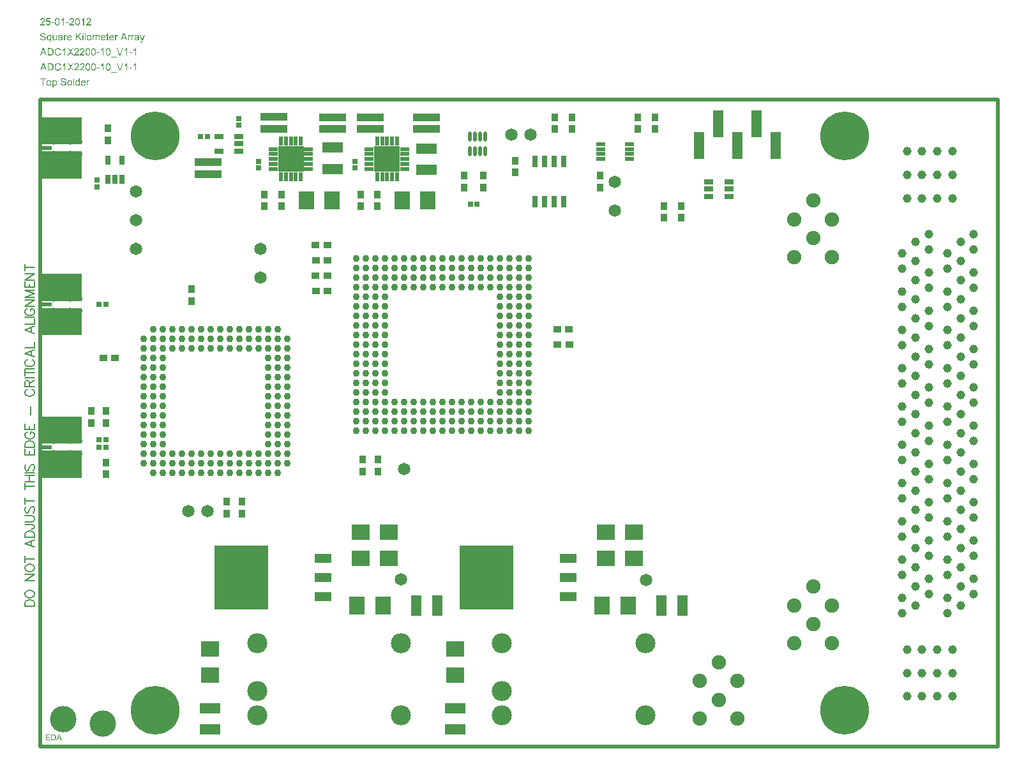
<source format=gts>
%FSLAX44Y44*%
%MOMM*%
G71*
G01*
G75*
G04 Layer_Color=8388736*
%ADD10C,0.1524*%
%ADD11C,0.3810*%
%ADD12R,1.5240X0.4064*%
%ADD13R,1.2700X3.4290*%
%ADD14R,2.2860X1.9050*%
%ADD15R,1.9050X2.2860*%
%ADD16R,2.1600X1.0700*%
%ADD17R,6.9900X8.3300*%
%ADD18R,1.1500X0.6000*%
%ADD19R,0.6000X1.1000*%
%ADD20R,3.2500X3.2500*%
%ADD21R,0.3500X1.0500*%
%ADD22R,1.0500X0.3500*%
%ADD23R,1.0500X0.6000*%
%ADD24C,1.5000*%
%ADD25R,0.6500X0.6000*%
%ADD26R,0.6000X0.6500*%
%ADD27R,0.7620X0.9652*%
%ADD28R,0.9652X0.7620*%
%ADD29R,2.7000X1.3500*%
%ADD30R,1.3500X2.7000*%
%ADD31R,3.4500X0.9500*%
%ADD32O,0.4000X1.2000*%
%ADD33R,1.1500X0.4000*%
%ADD34R,0.6000X1.5500*%
%ADD35C,0.8000*%
%ADD36C,1.0160*%
%ADD37C,0.5080*%
%ADD38C,0.2540*%
%ADD39C,0.4432*%
%ADD40C,0.3048*%
%ADD41C,0.2845*%
%ADD42C,0.5000*%
%ADD43C,0.1270*%
%ADD44C,1.5240*%
%ADD45C,0.6350*%
%ADD46C,6.3500*%
%ADD47C,1.0500*%
%ADD48C,2.5400*%
%ADD49C,1.7780*%
%ADD50C,0.6500*%
%ADD51C,1.0000*%
%ADD52C,1.8000*%
%ADD53C,0.8500*%
%ADD54C,1.1080*%
%ADD55C,1.2000*%
%ADD56C,2.1240*%
%ADD57C,1.6160*%
%ADD58C,0.9000*%
%ADD59C,4.4000*%
%ADD60C,0.2300*%
%ADD61C,0.2499*%
%ADD62C,0.2500*%
%ADD63C,0.2000*%
%ADD64C,0.1000*%
%ADD65R,1.6440X0.5264*%
%ADD66R,1.3716X3.5306*%
%ADD67R,2.4060X2.0250*%
%ADD68R,2.0250X2.4060*%
%ADD69R,2.2800X1.1900*%
%ADD70R,7.1100X8.4500*%
%ADD71R,1.2700X0.7200*%
%ADD72R,0.7200X1.2200*%
%ADD73R,3.3700X3.3700*%
%ADD74R,0.4700X1.1700*%
%ADD75R,1.1700X0.4700*%
%ADD76R,1.1700X0.7200*%
%ADD77C,3.5000*%
%ADD78R,0.7500X0.7000*%
%ADD79R,0.7000X0.7500*%
%ADD80R,0.8820X1.0852*%
%ADD81R,1.0852X0.8820*%
%ADD82R,2.8000X1.4500*%
%ADD83R,1.4500X2.8000*%
%ADD84R,3.5700X1.0700*%
%ADD85O,0.5200X1.3200*%
%ADD86R,1.2700X0.5200*%
%ADD87R,0.7000X1.6500*%
%ADD88C,0.9200*%
%ADD89C,1.6440*%
%ADD90C,0.7550*%
%ADD91C,6.4700*%
%ADD92C,1.1700*%
%ADD93C,2.6600*%
%ADD94C,1.8980*%
G36*
X19470Y884598D02*
X19545D01*
X19645Y884586D01*
X19857Y884548D01*
X20095Y884498D01*
X20370Y884411D01*
X20632Y884298D01*
X20895Y884148D01*
X20907D01*
X20920Y884123D01*
X20957Y884098D01*
X21007Y884061D01*
X21132Y883961D01*
X21282Y883811D01*
X21444Y883623D01*
X21620Y883411D01*
X21782Y883149D01*
X21932Y882849D01*
Y882836D01*
X21944Y882811D01*
X21969Y882761D01*
X21982Y882699D01*
X22019Y882624D01*
X22044Y882536D01*
X22069Y882424D01*
X22107Y882311D01*
X22169Y882036D01*
X22232Y881736D01*
X22269Y881386D01*
X22282Y881024D01*
Y881012D01*
Y880974D01*
Y880924D01*
Y880849D01*
X22269Y880749D01*
X22257Y880637D01*
X22244Y880524D01*
X22232Y880387D01*
X22182Y880087D01*
X22119Y879762D01*
X22019Y879425D01*
X21894Y879100D01*
Y879087D01*
X21882Y879062D01*
X21857Y879025D01*
X21819Y878962D01*
X21782Y878887D01*
X21732Y878812D01*
X21607Y878625D01*
X21444Y878412D01*
X21257Y878187D01*
X21032Y877987D01*
X20770Y877800D01*
X20757D01*
X20732Y877775D01*
X20695Y877762D01*
X20645Y877725D01*
X20582Y877700D01*
X20495Y877663D01*
X20307Y877575D01*
X20082Y877487D01*
X19820Y877425D01*
X19533Y877375D01*
X19233Y877350D01*
X19133D01*
X19020Y877363D01*
X18883Y877387D01*
X18720Y877412D01*
X18533Y877450D01*
X18358Y877513D01*
X18170Y877600D01*
X18145Y877613D01*
X18095Y877650D01*
X18008Y877700D01*
X17908Y877775D01*
X17783Y877862D01*
X17658Y877975D01*
X17533Y878087D01*
X17408Y878225D01*
Y874838D01*
X16233D01*
Y884461D01*
X17308D01*
Y883548D01*
X17321Y883573D01*
X17371Y883636D01*
X17458Y883723D01*
X17558Y883848D01*
X17683Y883973D01*
X17820Y884098D01*
X17983Y884223D01*
X18158Y884336D01*
X18183Y884348D01*
X18245Y884373D01*
X18345Y884423D01*
X18483Y884473D01*
X18658Y884523D01*
X18858Y884573D01*
X19083Y884598D01*
X19320Y884611D01*
X19408D01*
X19470Y884598D01*
D02*
G37*
G36*
X64509Y884586D02*
X64658Y884561D01*
X64846Y884511D01*
X65058Y884448D01*
X65271Y884348D01*
X65508Y884223D01*
X65096Y883136D01*
X65071Y883149D01*
X65021Y883174D01*
X64933Y883211D01*
X64821Y883261D01*
X64696Y883311D01*
X64546Y883348D01*
X64384Y883373D01*
X64221Y883386D01*
X64159D01*
X64084Y883373D01*
X63984Y883361D01*
X63884Y883324D01*
X63759Y883286D01*
X63646Y883223D01*
X63521Y883149D01*
X63509Y883136D01*
X63471Y883111D01*
X63421Y883049D01*
X63359Y882974D01*
X63284Y882886D01*
X63209Y882774D01*
X63146Y882649D01*
X63084Y882499D01*
Y882486D01*
X63071Y882474D01*
Y882436D01*
X63059Y882386D01*
X63021Y882261D01*
X62996Y882099D01*
X62959Y881886D01*
X62921Y881661D01*
X62909Y881399D01*
X62896Y881124D01*
Y877500D01*
X61722D01*
Y884461D01*
X62784D01*
Y883399D01*
X62796Y883423D01*
X62821Y883461D01*
X62846Y883511D01*
X62934Y883636D01*
X63021Y883786D01*
X63134Y883961D01*
X63259Y884123D01*
X63396Y884261D01*
X63521Y884373D01*
X63534Y884386D01*
X63584Y884411D01*
X63659Y884448D01*
X63746Y884498D01*
X63859Y884536D01*
X63996Y884573D01*
X64134Y884598D01*
X64283Y884611D01*
X64384D01*
X64509Y884586D01*
D02*
G37*
G36*
X52412Y877500D02*
X51312D01*
Y878387D01*
X51299Y878375D01*
X51287Y878337D01*
X51237Y878287D01*
X51187Y878225D01*
X51124Y878150D01*
X51037Y878062D01*
X50937Y877962D01*
X50824Y877875D01*
X50687Y877775D01*
X50550Y877675D01*
X50387Y877588D01*
X50212Y877513D01*
X50025Y877450D01*
X49812Y877400D01*
X49600Y877363D01*
X49362Y877350D01*
X49275D01*
X49225Y877363D01*
X49150D01*
X49062Y877375D01*
X48863Y877412D01*
X48625Y877462D01*
X48363Y877538D01*
X48088Y877650D01*
X47825Y877800D01*
X47813D01*
X47800Y877825D01*
X47763Y877850D01*
X47713Y877887D01*
X47588Y877987D01*
X47438Y878137D01*
X47263Y878312D01*
X47088Y878537D01*
X46913Y878787D01*
X46750Y879075D01*
Y879087D01*
X46738Y879112D01*
X46713Y879162D01*
X46688Y879225D01*
X46663Y879299D01*
X46638Y879387D01*
X46601Y879500D01*
X46563Y879624D01*
X46501Y879899D01*
X46438Y880224D01*
X46388Y880574D01*
X46376Y880962D01*
Y880974D01*
Y881012D01*
Y881062D01*
Y881137D01*
X46388Y881236D01*
Y881337D01*
X46401Y881461D01*
X46413Y881587D01*
X46463Y881886D01*
X46513Y882199D01*
X46601Y882524D01*
X46713Y882849D01*
Y882861D01*
X46726Y882886D01*
X46750Y882936D01*
X46775Y882986D01*
X46813Y883061D01*
X46863Y883136D01*
X46975Y883336D01*
X47125Y883536D01*
X47300Y883761D01*
X47513Y883961D01*
X47750Y884148D01*
X47763D01*
X47788Y884173D01*
X47825Y884186D01*
X47875Y884223D01*
X47938Y884261D01*
X48013Y884298D01*
X48213Y884386D01*
X48438Y884461D01*
X48700Y884536D01*
X49000Y884586D01*
X49312Y884611D01*
X49412D01*
X49537Y884598D01*
X49687Y884573D01*
X49862Y884548D01*
X50050Y884498D01*
X50237Y884423D01*
X50425Y884336D01*
X50450Y884323D01*
X50512Y884286D01*
X50599Y884236D01*
X50712Y884148D01*
X50837Y884048D01*
X50974Y883936D01*
X51112Y883798D01*
X51237Y883648D01*
Y887110D01*
X52412D01*
Y877500D01*
D02*
G37*
G36*
X13040Y15518D02*
X8518D01*
Y13182D01*
X12751D01*
Y12274D01*
X8518D01*
Y9658D01*
X13220D01*
Y8750D01*
X7500D01*
Y16426D01*
X13040D01*
Y15518D01*
D02*
G37*
G36*
X31154Y887260D02*
X31254D01*
X31379Y887247D01*
X31517Y887235D01*
X31804Y887185D01*
X32117Y887122D01*
X32442Y887035D01*
X32754Y886923D01*
X32767D01*
X32792Y886910D01*
X32829Y886885D01*
X32892Y886860D01*
X33042Y886773D01*
X33217Y886660D01*
X33429Y886523D01*
X33629Y886348D01*
X33841Y886135D01*
X34016Y885898D01*
Y885885D01*
X34041Y885873D01*
X34054Y885835D01*
X34091Y885785D01*
X34116Y885723D01*
X34154Y885648D01*
X34241Y885461D01*
X34329Y885236D01*
X34404Y884986D01*
X34466Y884698D01*
X34491Y884398D01*
X33266Y884311D01*
Y884323D01*
Y884348D01*
X33254Y884398D01*
X33242Y884461D01*
X33229Y884536D01*
X33204Y884623D01*
X33142Y884823D01*
X33054Y885036D01*
X32942Y885260D01*
X32792Y885486D01*
X32592Y885673D01*
X32567Y885698D01*
X32529Y885710D01*
X32492Y885748D01*
X32429Y885785D01*
X32354Y885823D01*
X32267Y885860D01*
X32179Y885910D01*
X32067Y885948D01*
X31942Y885985D01*
X31804Y886023D01*
X31654Y886060D01*
X31492Y886098D01*
X31317Y886110D01*
X31130Y886135D01*
X30742D01*
X30642Y886123D01*
X30542Y886110D01*
X30292Y886085D01*
X30017Y886035D01*
X29742Y885960D01*
X29480Y885848D01*
X29355Y885785D01*
X29255Y885710D01*
X29230Y885685D01*
X29167Y885635D01*
X29093Y885548D01*
X28993Y885423D01*
X28893Y885273D01*
X28818Y885098D01*
X28755Y884898D01*
X28730Y884686D01*
Y884661D01*
Y884598D01*
X28755Y884511D01*
X28780Y884386D01*
X28818Y884248D01*
X28880Y884111D01*
X28968Y883973D01*
X29093Y883836D01*
X29118Y883823D01*
X29142Y883798D01*
X29180Y883786D01*
X29230Y883748D01*
X29293Y883711D01*
X29380Y883673D01*
X29467Y883636D01*
X29592Y883586D01*
X29730Y883523D01*
X29880Y883474D01*
X30055Y883411D01*
X30255Y883348D01*
X30480Y883286D01*
X30730Y883223D01*
X31005Y883161D01*
X31017D01*
X31067Y883149D01*
X31154Y883124D01*
X31254Y883099D01*
X31379Y883074D01*
X31529Y883036D01*
X31679Y882999D01*
X31854Y882949D01*
X32204Y882861D01*
X32554Y882761D01*
X32717Y882699D01*
X32879Y882649D01*
X33017Y882599D01*
X33129Y882549D01*
X33142D01*
X33166Y882536D01*
X33204Y882511D01*
X33266Y882474D01*
X33416Y882399D01*
X33604Y882286D01*
X33804Y882136D01*
X34004Y881974D01*
X34204Y881774D01*
X34366Y881562D01*
Y881549D01*
X34379Y881536D01*
X34404Y881499D01*
X34429Y881461D01*
X34491Y881337D01*
X34579Y881174D01*
X34654Y880974D01*
X34716Y880737D01*
X34766Y880487D01*
X34779Y880199D01*
Y880187D01*
Y880162D01*
Y880124D01*
X34766Y880074D01*
Y879999D01*
X34754Y879924D01*
X34729Y879737D01*
X34666Y879512D01*
X34591Y879275D01*
X34479Y879012D01*
X34329Y878762D01*
Y878750D01*
X34304Y878737D01*
X34279Y878700D01*
X34254Y878650D01*
X34141Y878525D01*
X34004Y878375D01*
X33829Y878212D01*
X33616Y878037D01*
X33354Y877862D01*
X33066Y877712D01*
X33054D01*
X33029Y877700D01*
X32979Y877675D01*
X32929Y877650D01*
X32842Y877625D01*
X32754Y877600D01*
X32654Y877562D01*
X32529Y877525D01*
X32267Y877462D01*
X31954Y877400D01*
X31604Y877350D01*
X31230Y877337D01*
X31105D01*
X31017Y877350D01*
X30905D01*
X30767Y877363D01*
X30630Y877375D01*
X30467Y877387D01*
X30130Y877425D01*
X29755Y877500D01*
X29392Y877588D01*
X29043Y877712D01*
X29030D01*
X29005Y877725D01*
X28955Y877750D01*
X28893Y877787D01*
X28830Y877825D01*
X28743Y877875D01*
X28543Y878000D01*
X28318Y878162D01*
X28093Y878362D01*
X27868Y878600D01*
X27668Y878862D01*
Y878875D01*
X27643Y878900D01*
X27618Y878937D01*
X27593Y879000D01*
X27555Y879075D01*
X27506Y879150D01*
X27468Y879249D01*
X27418Y879362D01*
X27318Y879624D01*
X27231Y879912D01*
X27168Y880249D01*
X27143Y880599D01*
X28343Y880699D01*
Y880687D01*
Y880662D01*
X28355Y880624D01*
Y880574D01*
X28380Y880449D01*
X28418Y880274D01*
X28468Y880087D01*
X28543Y879887D01*
X28630Y879687D01*
X28730Y879500D01*
X28743Y879474D01*
X28793Y879425D01*
X28868Y879337D01*
X28968Y879237D01*
X29105Y879112D01*
X29267Y878987D01*
X29467Y878862D01*
X29692Y878750D01*
X29705D01*
X29717Y878737D01*
X29755Y878725D01*
X29805Y878712D01*
X29867Y878687D01*
X29942Y878662D01*
X30130Y878612D01*
X30342Y878562D01*
X30592Y878512D01*
X30867Y878487D01*
X31167Y878475D01*
X31292D01*
X31430Y878487D01*
X31604Y878500D01*
X31792Y878525D01*
X32017Y878562D01*
X32229Y878612D01*
X32442Y878687D01*
X32454D01*
X32467Y878700D01*
X32529Y878725D01*
X32629Y878775D01*
X32754Y878837D01*
X32892Y878925D01*
X33029Y879025D01*
X33166Y879137D01*
X33279Y879275D01*
X33291Y879287D01*
X33317Y879337D01*
X33366Y879425D01*
X33416Y879525D01*
X33466Y879649D01*
X33516Y879787D01*
X33541Y879937D01*
X33554Y880099D01*
Y880124D01*
Y880174D01*
X33541Y880262D01*
X33516Y880362D01*
X33491Y880487D01*
X33441Y880624D01*
X33366Y880762D01*
X33279Y880887D01*
X33266Y880899D01*
X33229Y880949D01*
X33166Y881012D01*
X33079Y881087D01*
X32954Y881174D01*
X32804Y881262D01*
X32629Y881361D01*
X32417Y881449D01*
X32392Y881461D01*
X32342Y881474D01*
X32292Y881499D01*
X32229Y881512D01*
X32154Y881536D01*
X32054Y881562D01*
X31954Y881599D01*
X31829Y881624D01*
X31692Y881661D01*
X31529Y881711D01*
X31354Y881749D01*
X31154Y881799D01*
X30942Y881849D01*
X30705Y881911D01*
X30692D01*
X30642Y881924D01*
X30580Y881949D01*
X30492Y881961D01*
X30380Y881999D01*
X30267Y882024D01*
X29980Y882111D01*
X29680Y882199D01*
X29367Y882311D01*
X29093Y882411D01*
X28968Y882474D01*
X28855Y882524D01*
X28843D01*
X28830Y882536D01*
X28793Y882561D01*
X28743Y882586D01*
X28618Y882661D01*
X28468Y882774D01*
X28305Y882899D01*
X28130Y883049D01*
X27968Y883223D01*
X27830Y883411D01*
Y883423D01*
X27818Y883436D01*
X27780Y883511D01*
X27730Y883611D01*
X27668Y883761D01*
X27605Y883936D01*
X27555Y884148D01*
X27518Y884373D01*
X27506Y884611D01*
Y884623D01*
Y884648D01*
Y884686D01*
X27518Y884736D01*
X27531Y884873D01*
X27555Y885061D01*
X27605Y885273D01*
X27680Y885498D01*
X27780Y885735D01*
X27918Y885973D01*
Y885985D01*
X27943Y885998D01*
X27993Y886073D01*
X28093Y886198D01*
X28218Y886335D01*
X28393Y886485D01*
X28593Y886648D01*
X28843Y886798D01*
X29118Y886935D01*
X29130D01*
X29155Y886948D01*
X29193Y886973D01*
X29255Y886985D01*
X29330Y887010D01*
X29418Y887048D01*
X29517Y887073D01*
X29630Y887110D01*
X29892Y887160D01*
X30192Y887223D01*
X30530Y887260D01*
X30880Y887272D01*
X31054D01*
X31154Y887260D01*
D02*
G37*
G36*
X39415Y884598D02*
X39540Y884586D01*
X39677Y884561D01*
X39840Y884536D01*
X40015Y884498D01*
X40190Y884448D01*
X40377Y884373D01*
X40577Y884298D01*
X40777Y884211D01*
X40977Y884098D01*
X41164Y883973D01*
X41352Y883823D01*
X41527Y883661D01*
X41539Y883648D01*
X41564Y883623D01*
X41614Y883561D01*
X41664Y883486D01*
X41739Y883399D01*
X41814Y883273D01*
X41902Y883136D01*
X41989Y882986D01*
X42064Y882811D01*
X42152Y882624D01*
X42227Y882411D01*
X42302Y882174D01*
X42352Y881924D01*
X42402Y881661D01*
X42427Y881374D01*
X42439Y881074D01*
Y881062D01*
Y881012D01*
Y880949D01*
Y880849D01*
X42427Y880737D01*
X42414Y880612D01*
X42402Y880462D01*
X42389Y880312D01*
X42339Y879974D01*
X42264Y879624D01*
X42164Y879275D01*
X42102Y879112D01*
X42027Y878962D01*
Y878950D01*
X42014Y878925D01*
X41989Y878887D01*
X41952Y878837D01*
X41864Y878700D01*
X41727Y878525D01*
X41564Y878337D01*
X41364Y878137D01*
X41127Y877950D01*
X40852Y877775D01*
X40840D01*
X40814Y877762D01*
X40777Y877737D01*
X40715Y877712D01*
X40652Y877675D01*
X40565Y877637D01*
X40352Y877562D01*
X40115Y877487D01*
X39827Y877412D01*
X39515Y877363D01*
X39177Y877350D01*
X39115D01*
X39040Y877363D01*
X38940D01*
X38815Y877375D01*
X38678Y877400D01*
X38515Y877425D01*
X38340Y877462D01*
X38153Y877513D01*
X37965Y877575D01*
X37778Y877650D01*
X37578Y877737D01*
X37378Y877850D01*
X37190Y877975D01*
X37003Y878112D01*
X36828Y878275D01*
X36816Y878287D01*
X36791Y878325D01*
X36741Y878375D01*
X36691Y878450D01*
X36616Y878550D01*
X36541Y878662D01*
X36466Y878800D01*
X36378Y878962D01*
X36291Y879150D01*
X36216Y879350D01*
X36141Y879562D01*
X36066Y879812D01*
X36016Y880074D01*
X35966Y880349D01*
X35941Y880649D01*
X35928Y880974D01*
Y880999D01*
Y881062D01*
X35941Y881162D01*
Y881286D01*
X35966Y881449D01*
X35991Y881636D01*
X36016Y881836D01*
X36066Y882049D01*
X36116Y882286D01*
X36191Y882524D01*
X36278Y882761D01*
X36378Y882999D01*
X36503Y883223D01*
X36641Y883448D01*
X36803Y883648D01*
X36990Y883836D01*
X37003Y883848D01*
X37028Y883873D01*
X37078Y883911D01*
X37153Y883961D01*
X37241Y884011D01*
X37340Y884086D01*
X37465Y884148D01*
X37603Y884223D01*
X37753Y884298D01*
X37915Y884361D01*
X38103Y884436D01*
X38290Y884486D01*
X38503Y884536D01*
X38715Y884573D01*
X38940Y884598D01*
X39177Y884611D01*
X39315D01*
X39415Y884598D01*
D02*
G37*
G36*
X11822D02*
X11947Y884586D01*
X12084Y884561D01*
X12247Y884536D01*
X12422Y884498D01*
X12597Y884448D01*
X12784Y884373D01*
X12984Y884298D01*
X13184Y884211D01*
X13384Y884098D01*
X13571Y883973D01*
X13759Y883823D01*
X13934Y883661D01*
X13946Y883648D01*
X13971Y883623D01*
X14021Y883561D01*
X14071Y883486D01*
X14146Y883399D01*
X14221Y883273D01*
X14309Y883136D01*
X14396Y882986D01*
X14471Y882811D01*
X14559Y882624D01*
X14634Y882411D01*
X14709Y882174D01*
X14759Y881924D01*
X14809Y881661D01*
X14834Y881374D01*
X14846Y881074D01*
Y881062D01*
Y881012D01*
Y880949D01*
Y880849D01*
X14834Y880737D01*
X14821Y880612D01*
X14809Y880462D01*
X14796Y880312D01*
X14746Y879974D01*
X14671Y879624D01*
X14571Y879275D01*
X14509Y879112D01*
X14434Y878962D01*
Y878950D01*
X14421Y878925D01*
X14396Y878887D01*
X14359Y878837D01*
X14271Y878700D01*
X14134Y878525D01*
X13971Y878337D01*
X13772Y878137D01*
X13534Y877950D01*
X13259Y877775D01*
X13247D01*
X13222Y877762D01*
X13184Y877737D01*
X13122Y877712D01*
X13059Y877675D01*
X12972Y877637D01*
X12759Y877562D01*
X12522Y877487D01*
X12234Y877412D01*
X11922Y877363D01*
X11585Y877350D01*
X11522D01*
X11447Y877363D01*
X11347D01*
X11222Y877375D01*
X11085Y877400D01*
X10922Y877425D01*
X10747Y877462D01*
X10560Y877513D01*
X10372Y877575D01*
X10185Y877650D01*
X9985Y877737D01*
X9785Y877850D01*
X9597Y877975D01*
X9410Y878112D01*
X9235Y878275D01*
X9223Y878287D01*
X9198Y878325D01*
X9148Y878375D01*
X9098Y878450D01*
X9023Y878550D01*
X8948Y878662D01*
X8873Y878800D01*
X8785Y878962D01*
X8698Y879150D01*
X8623Y879350D01*
X8548Y879562D01*
X8473Y879812D01*
X8423Y880074D01*
X8373Y880349D01*
X8348Y880649D01*
X8335Y880974D01*
Y880999D01*
Y881062D01*
X8348Y881162D01*
Y881286D01*
X8373Y881449D01*
X8398Y881636D01*
X8423Y881836D01*
X8473Y882049D01*
X8523Y882286D01*
X8598Y882524D01*
X8685Y882761D01*
X8785Y882999D01*
X8910Y883223D01*
X9048Y883448D01*
X9210Y883648D01*
X9398Y883836D01*
X9410Y883848D01*
X9435Y883873D01*
X9485Y883911D01*
X9560Y883961D01*
X9647Y884011D01*
X9747Y884086D01*
X9872Y884148D01*
X10010Y884223D01*
X10160Y884298D01*
X10322Y884361D01*
X10510Y884436D01*
X10697Y884486D01*
X10910Y884536D01*
X11122Y884573D01*
X11347Y884598D01*
X11585Y884611D01*
X11722D01*
X11822Y884598D01*
D02*
G37*
G36*
X57348D02*
X57460Y884586D01*
X57598Y884561D01*
X57760Y884536D01*
X57923Y884498D01*
X58098Y884448D01*
X58285Y884373D01*
X58472Y884298D01*
X58660Y884211D01*
X58860Y884098D01*
X59047Y883973D01*
X59222Y883823D01*
X59397Y883661D01*
X59410Y883648D01*
X59435Y883611D01*
X59485Y883561D01*
X59535Y883486D01*
X59597Y883386D01*
X59672Y883273D01*
X59760Y883136D01*
X59847Y882974D01*
X59922Y882786D01*
X60010Y882586D01*
X60085Y882374D01*
X60147Y882136D01*
X60197Y881874D01*
X60247Y881599D01*
X60272Y881299D01*
X60285Y880987D01*
Y880962D01*
Y880912D01*
Y880812D01*
X60272Y880674D01*
X55086D01*
Y880662D01*
Y880624D01*
X55098Y880562D01*
X55111Y880487D01*
X55123Y880387D01*
X55136Y880274D01*
X55186Y880024D01*
X55273Y879737D01*
X55386Y879449D01*
X55536Y879175D01*
X55623Y879050D01*
X55723Y878925D01*
X55736Y878912D01*
X55748Y878900D01*
X55786Y878875D01*
X55823Y878837D01*
X55961Y878737D01*
X56123Y878625D01*
X56336Y878512D01*
X56585Y878425D01*
X56873Y878350D01*
X57023Y878337D01*
X57185Y878325D01*
X57298D01*
X57410Y878337D01*
X57573Y878362D01*
X57735Y878412D01*
X57923Y878462D01*
X58110Y878550D01*
X58285Y878662D01*
X58310Y878675D01*
X58360Y878725D01*
X58447Y878812D01*
X58548Y878925D01*
X58660Y879075D01*
X58785Y879275D01*
X58910Y879500D01*
X59010Y879762D01*
X60235Y879600D01*
Y879587D01*
X60222Y879549D01*
X60210Y879500D01*
X60172Y879425D01*
X60147Y879337D01*
X60097Y879225D01*
X59997Y878987D01*
X59847Y878725D01*
X59660Y878450D01*
X59435Y878175D01*
X59172Y877937D01*
X59160D01*
X59135Y877912D01*
X59097Y877887D01*
X59035Y877850D01*
X58960Y877800D01*
X58860Y877750D01*
X58760Y877700D01*
X58635Y877650D01*
X58498Y877588D01*
X58348Y877538D01*
X58185Y877487D01*
X58010Y877438D01*
X57623Y877375D01*
X57410Y877363D01*
X57185Y877350D01*
X57123D01*
X57035Y877363D01*
X56935D01*
X56810Y877375D01*
X56660Y877400D01*
X56486Y877425D01*
X56311Y877462D01*
X56123Y877513D01*
X55923Y877575D01*
X55723Y877650D01*
X55523Y877750D01*
X55323Y877850D01*
X55123Y877975D01*
X54936Y878125D01*
X54761Y878287D01*
X54749Y878300D01*
X54724Y878337D01*
X54674Y878387D01*
X54623Y878462D01*
X54561Y878562D01*
X54486Y878675D01*
X54399Y878812D01*
X54324Y878962D01*
X54236Y879150D01*
X54149Y879337D01*
X54074Y879562D01*
X54011Y879787D01*
X53961Y880049D01*
X53911Y880312D01*
X53886Y880599D01*
X53874Y880912D01*
Y880937D01*
Y880987D01*
X53886Y881087D01*
Y881199D01*
X53899Y881349D01*
X53924Y881524D01*
X53949Y881711D01*
X53986Y881911D01*
X54036Y882124D01*
X54099Y882349D01*
X54161Y882574D01*
X54249Y882799D01*
X54361Y883024D01*
X54474Y883249D01*
X54611Y883448D01*
X54774Y883636D01*
X54786Y883648D01*
X54811Y883673D01*
X54861Y883723D01*
X54936Y883786D01*
X55023Y883861D01*
X55136Y883948D01*
X55261Y884036D01*
X55398Y884123D01*
X55561Y884211D01*
X55736Y884298D01*
X55936Y884386D01*
X56136Y884461D01*
X56361Y884523D01*
X56598Y884573D01*
X56848Y884598D01*
X57110Y884611D01*
X57248D01*
X57348Y884598D01*
D02*
G37*
G36*
X44976Y877500D02*
X43801D01*
Y887110D01*
X44976D01*
Y877500D01*
D02*
G37*
G36*
X7598Y885973D02*
X4436D01*
Y877500D01*
X3162D01*
Y885973D01*
X0D01*
Y887110D01*
X7598D01*
Y885973D01*
D02*
G37*
G36*
X55372Y591312D02*
X0D01*
Y627380D01*
X55372D01*
Y591312D01*
D02*
G37*
G36*
Y357030D02*
X0D01*
Y393098D01*
X55372D01*
Y357030D01*
D02*
G37*
G36*
Y402242D02*
X0D01*
Y438310D01*
X55372D01*
Y402242D01*
D02*
G37*
G36*
Y546100D02*
X0D01*
Y582168D01*
X55372D01*
Y546100D01*
D02*
G37*
G36*
X28692Y8750D02*
X27544D01*
X26656Y11076D01*
X23442D01*
X22603Y8750D01*
X21535D01*
X24460Y16426D01*
X25568D01*
X28692Y8750D01*
D02*
G37*
G36*
X17582Y16416D02*
X17772D01*
X17991Y16396D01*
X18221Y16376D01*
X18441Y16346D01*
X18630Y16307D01*
X18640D01*
X18660Y16296D01*
X18700Y16287D01*
X18740Y16277D01*
X18800Y16257D01*
X18870Y16237D01*
X19020Y16187D01*
X19199Y16107D01*
X19389Y16017D01*
X19578Y15897D01*
X19758Y15757D01*
X19768Y15747D01*
X19788Y15738D01*
X19818Y15708D01*
X19858Y15668D01*
X19908Y15618D01*
X19968Y15558D01*
X20028Y15488D01*
X20097Y15408D01*
X20247Y15218D01*
X20397Y14989D01*
X20547Y14739D01*
X20666Y14450D01*
Y14440D01*
X20677Y14410D01*
X20696Y14370D01*
X20716Y14310D01*
X20736Y14230D01*
X20766Y14140D01*
X20796Y14041D01*
X20826Y13921D01*
X20846Y13791D01*
X20876Y13651D01*
X20906Y13501D01*
X20926Y13342D01*
X20966Y12992D01*
X20976Y12623D01*
Y12613D01*
Y12583D01*
Y12543D01*
Y12473D01*
X20966Y12404D01*
Y12314D01*
X20956Y12214D01*
X20946Y12104D01*
X20926Y11864D01*
X20886Y11605D01*
X20836Y11335D01*
X20766Y11076D01*
Y11066D01*
X20756Y11046D01*
X20746Y11006D01*
X20726Y10966D01*
X20707Y10906D01*
X20687Y10836D01*
X20627Y10687D01*
X20557Y10507D01*
X20467Y10317D01*
X20357Y10128D01*
X20247Y9958D01*
X20237Y9938D01*
X20187Y9888D01*
X20127Y9808D01*
X20038Y9708D01*
X19938Y9599D01*
X19818Y9479D01*
X19678Y9369D01*
X19539Y9259D01*
X19519Y9249D01*
X19469Y9219D01*
X19389Y9169D01*
X19279Y9119D01*
X19149Y9059D01*
X18989Y8990D01*
X18810Y8930D01*
X18620Y8880D01*
X18610D01*
X18600Y8870D01*
X18570D01*
X18530Y8860D01*
X18480Y8850D01*
X18420Y8840D01*
X18271Y8820D01*
X18091Y8790D01*
X17881Y8770D01*
X17642Y8760D01*
X17392Y8750D01*
X14627D01*
Y16426D01*
X17492D01*
X17582Y16416D01*
D02*
G37*
G36*
X55372Y754141D02*
X0D01*
Y790209D01*
X55372D01*
Y754141D01*
D02*
G37*
G36*
Y799353D02*
X0D01*
Y835421D01*
X55372D01*
Y799353D01*
D02*
G37*
%LPC*%
G36*
X11585Y883636D02*
X11497D01*
X11435Y883623D01*
X11360Y883611D01*
X11272Y883598D01*
X11072Y883548D01*
X10847Y883474D01*
X10597Y883361D01*
X10472Y883286D01*
X10360Y883198D01*
X10235Y883086D01*
X10122Y882974D01*
Y882961D01*
X10097Y882949D01*
X10072Y882899D01*
X10035Y882849D01*
X9985Y882774D01*
X9935Y882699D01*
X9885Y882599D01*
X9835Y882474D01*
X9785Y882349D01*
X9735Y882199D01*
X9685Y882036D01*
X9635Y881849D01*
X9597Y881661D01*
X9572Y881449D01*
X9560Y881211D01*
X9548Y880974D01*
Y880962D01*
Y880912D01*
Y880849D01*
X9560Y880762D01*
Y880649D01*
X9572Y880524D01*
X9597Y880374D01*
X9622Y880224D01*
X9685Y879912D01*
X9785Y879575D01*
X9935Y879262D01*
X10022Y879125D01*
X10122Y878987D01*
X10135Y878975D01*
X10147Y878962D01*
X10185Y878925D01*
X10222Y878887D01*
X10360Y878775D01*
X10522Y878662D01*
X10735Y878537D01*
X10985Y878425D01*
X11272Y878350D01*
X11422Y878337D01*
X11585Y878325D01*
X11672D01*
X11734Y878337D01*
X11810Y878350D01*
X11897Y878362D01*
X12097Y878412D01*
X12322Y878487D01*
X12572Y878600D01*
X12697Y878675D01*
X12822Y878775D01*
X12934Y878875D01*
X13047Y878987D01*
X13059Y879000D01*
X13072Y879025D01*
X13097Y879062D01*
X13134Y879112D01*
X13184Y879187D01*
X13234Y879275D01*
X13284Y879374D01*
X13347Y879487D01*
X13397Y879624D01*
X13447Y879774D01*
X13497Y879937D01*
X13547Y880124D01*
X13584Y880324D01*
X13609Y880537D01*
X13634Y880762D01*
Y881012D01*
Y881024D01*
Y881074D01*
Y881137D01*
X13621Y881224D01*
Y881337D01*
X13609Y881449D01*
X13584Y881587D01*
X13559Y881736D01*
X13497Y882049D01*
X13384Y882374D01*
X13247Y882686D01*
X13147Y882836D01*
X13047Y882961D01*
X13034Y882974D01*
X13022Y882986D01*
X12984Y883024D01*
X12947Y883061D01*
X12809Y883174D01*
X12647Y883298D01*
X12434Y883423D01*
X12184Y883536D01*
X11897Y883611D01*
X11747Y883623D01*
X11585Y883636D01*
D02*
G37*
G36*
X57123D02*
X57048D01*
X56985Y883623D01*
X56923D01*
X56835Y883611D01*
X56648Y883573D01*
X56435Y883499D01*
X56198Y883399D01*
X55973Y883273D01*
X55861Y883186D01*
X55748Y883086D01*
X55723Y883061D01*
X55661Y882986D01*
X55573Y882874D01*
X55473Y882711D01*
X55361Y882499D01*
X55261Y882249D01*
X55186Y881974D01*
X55148Y881649D01*
X59035D01*
Y881661D01*
Y881686D01*
X59022Y881736D01*
X59010Y881786D01*
Y881861D01*
X58985Y881949D01*
X58947Y882136D01*
X58885Y882349D01*
X58810Y882561D01*
X58710Y882774D01*
X58585Y882949D01*
Y882961D01*
X58560Y882974D01*
X58523Y883011D01*
X58485Y883061D01*
X58360Y883161D01*
X58198Y883298D01*
X57985Y883423D01*
X57735Y883523D01*
X57448Y883611D01*
X57285Y883623D01*
X57123Y883636D01*
D02*
G37*
G36*
X24989Y15628D02*
Y15618D01*
X24979Y15598D01*
X24969Y15558D01*
X24959Y15498D01*
X24949Y15428D01*
X24929Y15348D01*
X24909Y15258D01*
X24879Y15159D01*
X24819Y14939D01*
X24749Y14689D01*
X24669Y14420D01*
X24570Y14150D01*
X23731Y11904D01*
X26336D01*
X25538Y14021D01*
Y14031D01*
X25518Y14060D01*
X25498Y14110D01*
X25478Y14180D01*
X25448Y14260D01*
X25408Y14360D01*
X25368Y14470D01*
X25328Y14590D01*
X25238Y14839D01*
X25148Y15109D01*
X25069Y15378D01*
X24989Y15628D01*
D02*
G37*
G36*
X17422Y15518D02*
X15646D01*
Y9658D01*
X17472D01*
X17542Y9668D01*
X17712Y9678D01*
X17902Y9688D01*
X18101Y9718D01*
X18301Y9748D01*
X18470Y9798D01*
X18480D01*
X18490Y9808D01*
X18540Y9828D01*
X18620Y9858D01*
X18720Y9898D01*
X18830Y9958D01*
X18940Y10018D01*
X19059Y10098D01*
X19159Y10187D01*
X19179Y10207D01*
X19219Y10257D01*
X19279Y10337D01*
X19369Y10447D01*
X19459Y10587D01*
X19548Y10756D01*
X19638Y10946D01*
X19718Y11166D01*
Y11176D01*
X19728Y11196D01*
X19738Y11226D01*
X19748Y11276D01*
X19768Y11335D01*
X19788Y11405D01*
X19808Y11485D01*
X19828Y11575D01*
X19838Y11685D01*
X19858Y11795D01*
X19898Y12044D01*
X19918Y12334D01*
X19928Y12643D01*
Y12653D01*
Y12693D01*
Y12763D01*
X19918Y12843D01*
Y12943D01*
X19908Y13052D01*
X19898Y13182D01*
X19878Y13322D01*
X19828Y13621D01*
X19758Y13931D01*
X19658Y14220D01*
X19598Y14360D01*
X19529Y14490D01*
Y14500D01*
X19509Y14520D01*
X19489Y14550D01*
X19459Y14600D01*
X19369Y14709D01*
X19259Y14839D01*
X19119Y14989D01*
X18960Y15129D01*
X18770Y15258D01*
X18670Y15308D01*
X18570Y15358D01*
X18550Y15368D01*
X18530Y15378D01*
X18490Y15388D01*
X18450Y15398D01*
X18391Y15408D01*
X18331Y15428D01*
X18251Y15438D01*
X18171Y15458D01*
X18071Y15468D01*
X17961Y15478D01*
X17842Y15498D01*
X17712Y15508D01*
X17572D01*
X17422Y15518D01*
D02*
G37*
G36*
X19208Y883686D02*
X19133D01*
X19083Y883673D01*
X18933Y883648D01*
X18758Y883598D01*
X18545Y883511D01*
X18433Y883461D01*
X18320Y883386D01*
X18208Y883298D01*
X18095Y883211D01*
X17983Y883099D01*
X17870Y882974D01*
Y882961D01*
X17845Y882936D01*
X17820Y882899D01*
X17783Y882849D01*
X17733Y882774D01*
X17683Y882686D01*
X17633Y882574D01*
X17583Y882461D01*
X17533Y882324D01*
X17483Y882174D01*
X17433Y881999D01*
X17383Y881824D01*
X17346Y881624D01*
X17321Y881412D01*
X17308Y881174D01*
X17296Y880937D01*
Y880924D01*
Y880874D01*
Y880812D01*
X17308Y880724D01*
Y880612D01*
X17321Y880474D01*
X17346Y880337D01*
X17358Y880187D01*
X17433Y879862D01*
X17521Y879537D01*
X17658Y879225D01*
X17733Y879087D01*
X17833Y878962D01*
X17845Y878950D01*
X17858Y878937D01*
X17933Y878862D01*
X18045Y878762D01*
X18208Y878650D01*
X18395Y878525D01*
X18620Y878425D01*
X18883Y878350D01*
X19020Y878337D01*
X19158Y878325D01*
X19233D01*
X19295Y878337D01*
X19358Y878350D01*
X19432Y878362D01*
X19620Y878412D01*
X19832Y878487D01*
X20057Y878600D01*
X20170Y878675D01*
X20282Y878775D01*
X20395Y878875D01*
X20507Y878987D01*
X20520Y879000D01*
X20532Y879025D01*
X20557Y879062D01*
X20595Y879112D01*
X20632Y879187D01*
X20682Y879275D01*
X20732Y879374D01*
X20795Y879487D01*
X20845Y879624D01*
X20895Y879774D01*
X20945Y879949D01*
X20982Y880137D01*
X21020Y880337D01*
X21045Y880549D01*
X21070Y880787D01*
Y881037D01*
Y881049D01*
Y881099D01*
Y881162D01*
X21057Y881249D01*
Y881361D01*
X21045Y881487D01*
X21020Y881636D01*
X21007Y881786D01*
X20932Y882099D01*
X20832Y882436D01*
X20707Y882749D01*
X20620Y882899D01*
X20520Y883024D01*
Y883036D01*
X20495Y883049D01*
X20420Y883124D01*
X20307Y883236D01*
X20145Y883361D01*
X19957Y883474D01*
X19732Y883586D01*
X19483Y883661D01*
X19345Y883673D01*
X19208Y883686D01*
D02*
G37*
G36*
X39177Y883636D02*
X39090D01*
X39028Y883623D01*
X38953Y883611D01*
X38865Y883598D01*
X38665Y883548D01*
X38440Y883474D01*
X38190Y883361D01*
X38065Y883286D01*
X37953Y883198D01*
X37828Y883086D01*
X37715Y882974D01*
Y882961D01*
X37690Y882949D01*
X37665Y882899D01*
X37628Y882849D01*
X37578Y882774D01*
X37528Y882699D01*
X37478Y882599D01*
X37428Y882474D01*
X37378Y882349D01*
X37328Y882199D01*
X37278Y882036D01*
X37228Y881849D01*
X37190Y881661D01*
X37166Y881449D01*
X37153Y881211D01*
X37141Y880974D01*
Y880962D01*
Y880912D01*
Y880849D01*
X37153Y880762D01*
Y880649D01*
X37166Y880524D01*
X37190Y880374D01*
X37215Y880224D01*
X37278Y879912D01*
X37378Y879575D01*
X37528Y879262D01*
X37615Y879125D01*
X37715Y878987D01*
X37728Y878975D01*
X37740Y878962D01*
X37778Y878925D01*
X37815Y878887D01*
X37953Y878775D01*
X38115Y878662D01*
X38328Y878537D01*
X38578Y878425D01*
X38865Y878350D01*
X39015Y878337D01*
X39177Y878325D01*
X39265D01*
X39327Y878337D01*
X39402Y878350D01*
X39490Y878362D01*
X39690Y878412D01*
X39915Y878487D01*
X40165Y878600D01*
X40290Y878675D01*
X40415Y878775D01*
X40527Y878875D01*
X40640Y878987D01*
X40652Y879000D01*
X40665Y879025D01*
X40690Y879062D01*
X40727Y879112D01*
X40777Y879187D01*
X40827Y879275D01*
X40877Y879374D01*
X40939Y879487D01*
X40989Y879624D01*
X41040Y879774D01*
X41090Y879937D01*
X41139Y880124D01*
X41177Y880324D01*
X41202Y880537D01*
X41227Y880762D01*
Y881012D01*
Y881024D01*
Y881074D01*
Y881137D01*
X41214Y881224D01*
Y881337D01*
X41202Y881449D01*
X41177Y881587D01*
X41152Y881736D01*
X41090Y882049D01*
X40977Y882374D01*
X40840Y882686D01*
X40740Y882836D01*
X40640Y882961D01*
X40627Y882974D01*
X40615Y882986D01*
X40577Y883024D01*
X40540Y883061D01*
X40402Y883174D01*
X40240Y883298D01*
X40027Y883423D01*
X39777Y883536D01*
X39490Y883611D01*
X39340Y883623D01*
X39177Y883636D01*
D02*
G37*
G36*
X49425D02*
X49350D01*
X49300Y883623D01*
X49150Y883598D01*
X48962Y883561D01*
X48762Y883474D01*
X48538Y883361D01*
X48425Y883286D01*
X48325Y883198D01*
X48213Y883099D01*
X48113Y882986D01*
Y882974D01*
X48088Y882961D01*
X48063Y882924D01*
X48025Y882861D01*
X47988Y882799D01*
X47950Y882711D01*
X47900Y882611D01*
X47850Y882499D01*
X47800Y882361D01*
X47750Y882211D01*
X47713Y882049D01*
X47675Y881874D01*
X47638Y881674D01*
X47613Y881461D01*
X47600Y881224D01*
X47588Y880974D01*
Y880962D01*
Y880912D01*
Y880849D01*
X47600Y880749D01*
Y880649D01*
X47613Y880512D01*
X47638Y880374D01*
X47663Y880224D01*
X47725Y879899D01*
X47825Y879562D01*
X47963Y879249D01*
X48050Y879112D01*
X48150Y878975D01*
X48163Y878962D01*
X48175Y878950D01*
X48250Y878875D01*
X48375Y878775D01*
X48525Y878650D01*
X48725Y878525D01*
X48950Y878425D01*
X49212Y878350D01*
X49350Y878337D01*
X49487Y878325D01*
X49562D01*
X49612Y878337D01*
X49762Y878362D01*
X49937Y878400D01*
X50150Y878475D01*
X50362Y878587D01*
X50475Y878662D01*
X50587Y878750D01*
X50700Y878837D01*
X50799Y878950D01*
X50812Y878962D01*
X50824Y878975D01*
X50849Y879012D01*
X50887Y879062D01*
X50925Y879137D01*
X50974Y879212D01*
X51024Y879312D01*
X51074Y879425D01*
X51124Y879549D01*
X51174Y879699D01*
X51224Y879849D01*
X51262Y880024D01*
X51299Y880212D01*
X51324Y880424D01*
X51349Y880637D01*
Y880874D01*
Y880887D01*
Y880937D01*
Y881012D01*
X51337Y881112D01*
Y881224D01*
X51324Y881361D01*
X51299Y881512D01*
X51274Y881674D01*
X51212Y882011D01*
X51112Y882361D01*
X50974Y882686D01*
X50887Y882824D01*
X50787Y882961D01*
Y882974D01*
X50762Y882986D01*
X50687Y883061D01*
X50574Y883174D01*
X50412Y883298D01*
X50212Y883423D01*
X49975Y883536D01*
X49712Y883611D01*
X49575Y883623D01*
X49425Y883636D01*
D02*
G37*
%LPD*%
G36*
X56066Y907065D02*
X56191Y907053D01*
X56328Y907040D01*
X56478Y907015D01*
X56641Y906978D01*
X56990Y906890D01*
X57165Y906828D01*
X57353Y906753D01*
X57540Y906665D01*
X57715Y906553D01*
X57878Y906440D01*
X58040Y906303D01*
X58053Y906290D01*
X58078Y906265D01*
X58115Y906228D01*
X58165Y906165D01*
X58228Y906090D01*
X58303Y906003D01*
X58365Y905903D01*
X58453Y905778D01*
X58527Y905653D01*
X58590Y905503D01*
X58727Y905178D01*
X58777Y905003D01*
X58815Y904816D01*
X58840Y904616D01*
X58852Y904403D01*
Y904378D01*
Y904303D01*
X58840Y904191D01*
X58827Y904041D01*
X58790Y903878D01*
X58752Y903678D01*
X58690Y903478D01*
X58615Y903266D01*
X58602Y903241D01*
X58565Y903166D01*
X58515Y903054D01*
X58428Y902916D01*
X58315Y902741D01*
X58178Y902541D01*
X58015Y902316D01*
X57828Y902091D01*
Y902079D01*
X57803Y902066D01*
X57765Y902029D01*
X57728Y901979D01*
X57665Y901916D01*
X57590Y901841D01*
X57503Y901754D01*
X57390Y901654D01*
X57278Y901542D01*
X57140Y901416D01*
X56990Y901266D01*
X56828Y901117D01*
X56641Y900954D01*
X56453Y900792D01*
X56228Y900604D01*
X56003Y900404D01*
X55991Y900392D01*
X55953Y900367D01*
X55903Y900317D01*
X55828Y900267D01*
X55753Y900192D01*
X55653Y900104D01*
X55441Y899917D01*
X55203Y899717D01*
X54978Y899517D01*
X54878Y899429D01*
X54791Y899342D01*
X54703Y899255D01*
X54641Y899192D01*
X54629Y899180D01*
X54591Y899142D01*
X54541Y899080D01*
X54466Y898992D01*
X54391Y898905D01*
X54304Y898792D01*
X54141Y898567D01*
X58865D01*
Y897430D01*
X52504D01*
Y897455D01*
Y897505D01*
Y897580D01*
X52516Y897692D01*
X52529Y897817D01*
X52554Y897955D01*
X52592Y898092D01*
X52642Y898242D01*
Y898255D01*
X52654Y898267D01*
X52667Y898305D01*
X52691Y898355D01*
X52741Y898480D01*
X52829Y898642D01*
X52941Y898842D01*
X53066Y899055D01*
X53229Y899279D01*
X53416Y899517D01*
X53429Y899529D01*
X53441Y899542D01*
X53479Y899579D01*
X53516Y899629D01*
X53641Y899767D01*
X53816Y899942D01*
X54029Y900154D01*
X54291Y900404D01*
X54604Y900679D01*
X54966Y900979D01*
X54978Y900992D01*
X55028Y901042D01*
X55116Y901104D01*
X55216Y901191D01*
X55341Y901304D01*
X55491Y901429D01*
X55653Y901566D01*
X55816Y901716D01*
X56166Y902041D01*
X56515Y902379D01*
X56678Y902554D01*
X56828Y902716D01*
X56965Y902866D01*
X57078Y903016D01*
X57090Y903029D01*
X57103Y903054D01*
X57128Y903091D01*
X57165Y903141D01*
X57203Y903216D01*
X57253Y903291D01*
X57365Y903478D01*
X57465Y903691D01*
X57553Y903928D01*
X57615Y904191D01*
X57640Y904316D01*
Y904441D01*
Y904453D01*
Y904478D01*
Y904503D01*
X57628Y904553D01*
X57615Y904691D01*
X57578Y904853D01*
X57515Y905041D01*
X57428Y905228D01*
X57303Y905428D01*
X57128Y905615D01*
X57103Y905640D01*
X57040Y905690D01*
X56928Y905765D01*
X56778Y905865D01*
X56590Y905953D01*
X56365Y906028D01*
X56103Y906078D01*
X55816Y906103D01*
X55728D01*
X55678Y906090D01*
X55603D01*
X55516Y906078D01*
X55328Y906040D01*
X55116Y905978D01*
X54878Y905890D01*
X54654Y905765D01*
X54454Y905590D01*
X54429Y905565D01*
X54379Y905503D01*
X54291Y905378D01*
X54204Y905228D01*
X54104Y905016D01*
X54016Y904778D01*
X53966Y904503D01*
X53941Y904178D01*
X52729Y904303D01*
Y904316D01*
X52741Y904366D01*
Y904428D01*
X52754Y904528D01*
X52779Y904641D01*
X52804Y904766D01*
X52841Y904916D01*
X52891Y905066D01*
X53004Y905403D01*
X53079Y905578D01*
X53166Y905740D01*
X53266Y905915D01*
X53379Y906078D01*
X53504Y906228D01*
X53654Y906365D01*
X53666Y906378D01*
X53691Y906390D01*
X53741Y906428D01*
X53804Y906478D01*
X53891Y906528D01*
X53991Y906590D01*
X54104Y906653D01*
X54241Y906728D01*
X54391Y906790D01*
X54553Y906853D01*
X54728Y906915D01*
X54928Y906965D01*
X55128Y907015D01*
X55353Y907053D01*
X55591Y907065D01*
X55841Y907077D01*
X55978D01*
X56066Y907065D01*
D02*
G37*
G36*
X48605D02*
X48730Y907053D01*
X48868Y907040D01*
X49017Y907015D01*
X49180Y906978D01*
X49530Y906890D01*
X49705Y906828D01*
X49892Y906753D01*
X50080Y906665D01*
X50255Y906553D01*
X50417Y906440D01*
X50580Y906303D01*
X50592Y906290D01*
X50617Y906265D01*
X50655Y906228D01*
X50704Y906165D01*
X50767Y906090D01*
X50842Y906003D01*
X50904Y905903D01*
X50992Y905778D01*
X51067Y905653D01*
X51129Y905503D01*
X51267Y905178D01*
X51317Y905003D01*
X51354Y904816D01*
X51379Y904616D01*
X51392Y904403D01*
Y904378D01*
Y904303D01*
X51379Y904191D01*
X51367Y904041D01*
X51329Y903878D01*
X51292Y903678D01*
X51229Y903478D01*
X51154Y903266D01*
X51142Y903241D01*
X51104Y903166D01*
X51054Y903054D01*
X50967Y902916D01*
X50855Y902741D01*
X50717Y902541D01*
X50554Y902316D01*
X50367Y902091D01*
Y902079D01*
X50342Y902066D01*
X50305Y902029D01*
X50267Y901979D01*
X50205Y901916D01*
X50130Y901841D01*
X50042Y901754D01*
X49930Y901654D01*
X49817Y901542D01*
X49680Y901416D01*
X49530Y901266D01*
X49367Y901117D01*
X49180Y900954D01*
X48992Y900792D01*
X48767Y900604D01*
X48542Y900404D01*
X48530Y900392D01*
X48493Y900367D01*
X48443Y900317D01*
X48368Y900267D01*
X48293Y900192D01*
X48193Y900104D01*
X47980Y899917D01*
X47743Y899717D01*
X47518Y899517D01*
X47418Y899429D01*
X47330Y899342D01*
X47243Y899255D01*
X47180Y899192D01*
X47168Y899180D01*
X47130Y899142D01*
X47080Y899080D01*
X47005Y898992D01*
X46930Y898905D01*
X46843Y898792D01*
X46680Y898567D01*
X51404D01*
Y897430D01*
X45043D01*
Y897455D01*
Y897505D01*
Y897580D01*
X45056Y897692D01*
X45068Y897817D01*
X45093Y897955D01*
X45131Y898092D01*
X45181Y898242D01*
Y898255D01*
X45193Y898267D01*
X45206Y898305D01*
X45231Y898355D01*
X45281Y898480D01*
X45368Y898642D01*
X45481Y898842D01*
X45606Y899055D01*
X45768Y899279D01*
X45956Y899517D01*
X45968Y899529D01*
X45981Y899542D01*
X46018Y899579D01*
X46056Y899629D01*
X46181Y899767D01*
X46356Y899942D01*
X46568Y900154D01*
X46831Y900404D01*
X47143Y900679D01*
X47505Y900979D01*
X47518Y900992D01*
X47568Y901042D01*
X47655Y901104D01*
X47755Y901191D01*
X47880Y901304D01*
X48030Y901429D01*
X48193Y901566D01*
X48355Y901716D01*
X48705Y902041D01*
X49055Y902379D01*
X49217Y902554D01*
X49367Y902716D01*
X49505Y902866D01*
X49617Y903016D01*
X49630Y903029D01*
X49642Y903054D01*
X49667Y903091D01*
X49705Y903141D01*
X49742Y903216D01*
X49792Y903291D01*
X49905Y903478D01*
X50005Y903691D01*
X50092Y903928D01*
X50155Y904191D01*
X50180Y904316D01*
Y904441D01*
Y904453D01*
Y904478D01*
Y904503D01*
X50167Y904553D01*
X50155Y904691D01*
X50117Y904853D01*
X50055Y905041D01*
X49967Y905228D01*
X49842Y905428D01*
X49667Y905615D01*
X49642Y905640D01*
X49580Y905690D01*
X49467Y905765D01*
X49317Y905865D01*
X49130Y905953D01*
X48905Y906028D01*
X48643Y906078D01*
X48355Y906103D01*
X48268D01*
X48218Y906090D01*
X48143D01*
X48055Y906078D01*
X47868Y906040D01*
X47655Y905978D01*
X47418Y905890D01*
X47193Y905765D01*
X46993Y905590D01*
X46968Y905565D01*
X46918Y905503D01*
X46831Y905378D01*
X46743Y905228D01*
X46643Y905016D01*
X46556Y904778D01*
X46506Y904503D01*
X46481Y904178D01*
X45268Y904303D01*
Y904316D01*
X45281Y904366D01*
Y904428D01*
X45293Y904528D01*
X45318Y904641D01*
X45343Y904766D01*
X45381Y904916D01*
X45431Y905066D01*
X45543Y905403D01*
X45618Y905578D01*
X45706Y905740D01*
X45806Y905915D01*
X45918Y906078D01*
X46043Y906228D01*
X46193Y906365D01*
X46206Y906378D01*
X46231Y906390D01*
X46281Y906428D01*
X46343Y906478D01*
X46431Y906528D01*
X46531Y906590D01*
X46643Y906653D01*
X46781Y906728D01*
X46930Y906790D01*
X47093Y906853D01*
X47268Y906915D01*
X47468Y906965D01*
X47668Y907015D01*
X47893Y907053D01*
X48130Y907065D01*
X48380Y907077D01*
X48518D01*
X48605Y907065D01*
D02*
G37*
G36*
X115301Y897430D02*
X114126D01*
Y904941D01*
X114101Y904928D01*
X114051Y904878D01*
X113951Y904791D01*
X113826Y904691D01*
X113663Y904566D01*
X113463Y904428D01*
X113251Y904278D01*
X113001Y904128D01*
X112989D01*
X112976Y904116D01*
X112939Y904091D01*
X112889Y904066D01*
X112751Y903991D01*
X112589Y903903D01*
X112401Y903803D01*
X112189Y903703D01*
X111976Y903603D01*
X111764Y903516D01*
Y904666D01*
X111776D01*
X111814Y904691D01*
X111864Y904716D01*
X111926Y904753D01*
X112014Y904791D01*
X112114Y904853D01*
X112351Y904978D01*
X112614Y905141D01*
X112914Y905340D01*
X113201Y905553D01*
X113488Y905790D01*
X113501Y905803D01*
X113526Y905815D01*
X113563Y905853D01*
X113613Y905903D01*
X113738Y906028D01*
X113901Y906203D01*
X114063Y906390D01*
X114238Y906615D01*
X114401Y906840D01*
X114538Y907077D01*
X115301D01*
Y897430D01*
D02*
G37*
G36*
X83971D02*
X82796D01*
Y904941D01*
X82771Y904928D01*
X82721Y904878D01*
X82621Y904791D01*
X82496Y904691D01*
X82334Y904566D01*
X82134Y904428D01*
X81922Y904278D01*
X81672Y904128D01*
X81659D01*
X81647Y904116D01*
X81609Y904091D01*
X81559Y904066D01*
X81422Y903991D01*
X81259Y903903D01*
X81072Y903803D01*
X80859Y903703D01*
X80647Y903603D01*
X80434Y903516D01*
Y904666D01*
X80447D01*
X80484Y904691D01*
X80534Y904716D01*
X80597Y904753D01*
X80684Y904791D01*
X80784Y904853D01*
X81022Y904978D01*
X81284Y905141D01*
X81584Y905340D01*
X81872Y905553D01*
X82159Y905790D01*
X82171Y905803D01*
X82196Y905815D01*
X82234Y905853D01*
X82284Y905903D01*
X82409Y906028D01*
X82571Y906203D01*
X82734Y906390D01*
X82909Y906615D01*
X83071Y906840D01*
X83209Y907077D01*
X83971D01*
Y897430D01*
D02*
G37*
G36*
X33247D02*
X32072D01*
Y904941D01*
X32047Y904928D01*
X31997Y904878D01*
X31897Y904791D01*
X31772Y904691D01*
X31609Y904566D01*
X31409Y904428D01*
X31197Y904278D01*
X30947Y904128D01*
X30935D01*
X30922Y904116D01*
X30885Y904091D01*
X30835Y904066D01*
X30697Y903991D01*
X30535Y903903D01*
X30347Y903803D01*
X30135Y903703D01*
X29922Y903603D01*
X29710Y903516D01*
Y904666D01*
X29722D01*
X29760Y904691D01*
X29810Y904716D01*
X29872Y904753D01*
X29960Y904791D01*
X30060Y904853D01*
X30297Y904978D01*
X30560Y905141D01*
X30860Y905340D01*
X31147Y905553D01*
X31434Y905790D01*
X31447Y905803D01*
X31472Y905815D01*
X31509Y905853D01*
X31559Y905903D01*
X31684Y906028D01*
X31847Y906203D01*
X32009Y906390D01*
X32184Y906615D01*
X32347Y906840D01*
X32484Y907077D01*
X33247D01*
Y897430D01*
D02*
G37*
G36*
X90319Y907065D02*
X90394D01*
X90582Y907040D01*
X90794Y907003D01*
X91019Y906940D01*
X91257Y906865D01*
X91482Y906765D01*
X91494D01*
X91507Y906753D01*
X91581Y906703D01*
X91681Y906640D01*
X91819Y906540D01*
X91969Y906403D01*
X92131Y906253D01*
X92294Y906078D01*
X92444Y905865D01*
Y905853D01*
X92456Y905840D01*
X92481Y905803D01*
X92506Y905765D01*
X92569Y905640D01*
X92656Y905465D01*
X92756Y905253D01*
X92856Y905016D01*
X92944Y904728D01*
X93031Y904428D01*
Y904416D01*
X93044Y904391D01*
X93056Y904341D01*
X93069Y904278D01*
X93081Y904191D01*
X93106Y904091D01*
X93119Y903966D01*
X93144Y903828D01*
X93169Y903678D01*
X93181Y903503D01*
X93206Y903328D01*
X93219Y903116D01*
X93231Y902904D01*
X93244Y902679D01*
X93256Y902429D01*
Y902166D01*
Y902141D01*
Y902091D01*
Y902004D01*
Y901879D01*
X93244Y901741D01*
Y901579D01*
X93231Y901392D01*
X93219Y901191D01*
X93169Y900754D01*
X93106Y900292D01*
X93019Y899842D01*
X92969Y899629D01*
X92906Y899429D01*
Y899417D01*
X92894Y899380D01*
X92869Y899330D01*
X92844Y899255D01*
X92806Y899167D01*
X92756Y899067D01*
X92644Y898842D01*
X92494Y898580D01*
X92319Y898317D01*
X92106Y898055D01*
X91856Y897830D01*
X91844D01*
X91832Y897805D01*
X91782Y897780D01*
X91732Y897742D01*
X91669Y897705D01*
X91581Y897655D01*
X91494Y897605D01*
X91382Y897555D01*
X91132Y897442D01*
X90832Y897355D01*
X90494Y897292D01*
X90307Y897280D01*
X90119Y897268D01*
X90057D01*
X89982Y897280D01*
X89895D01*
X89769Y897292D01*
X89644Y897318D01*
X89495Y897355D01*
X89332Y897393D01*
X89157Y897442D01*
X88982Y897505D01*
X88795Y897592D01*
X88607Y897680D01*
X88432Y897792D01*
X88257Y897930D01*
X88095Y898080D01*
X87933Y898255D01*
X87920Y898267D01*
X87895Y898317D01*
X87845Y898380D01*
X87782Y898480D01*
X87720Y898617D01*
X87633Y898780D01*
X87558Y898967D01*
X87470Y899192D01*
X87383Y899454D01*
X87295Y899742D01*
X87208Y900054D01*
X87145Y900417D01*
X87083Y900804D01*
X87033Y901217D01*
X87008Y901679D01*
X86995Y902166D01*
Y902191D01*
Y902241D01*
Y902329D01*
Y902454D01*
X87008Y902591D01*
X87020Y902754D01*
Y902941D01*
X87045Y903141D01*
X87083Y903578D01*
X87145Y904041D01*
X87233Y904491D01*
X87283Y904703D01*
X87345Y904903D01*
Y904916D01*
X87358Y904953D01*
X87383Y905003D01*
X87408Y905078D01*
X87445Y905165D01*
X87495Y905266D01*
X87607Y905503D01*
X87758Y905753D01*
X87933Y906028D01*
X88145Y906290D01*
X88382Y906515D01*
X88395Y906528D01*
X88420Y906540D01*
X88457Y906565D01*
X88507Y906603D01*
X88570Y906640D01*
X88657Y906690D01*
X88745Y906740D01*
X88857Y906803D01*
X89107Y906903D01*
X89407Y906990D01*
X89745Y907053D01*
X89932Y907077D01*
X90244D01*
X90319Y907065D01*
D02*
G37*
G36*
X70924D02*
X70999D01*
X71187Y907040D01*
X71399Y907003D01*
X71624Y906940D01*
X71862Y906865D01*
X72087Y906765D01*
X72099D01*
X72112Y906753D01*
X72186Y906703D01*
X72287Y906640D01*
X72424Y906540D01*
X72574Y906403D01*
X72736Y906253D01*
X72899Y906078D01*
X73049Y905865D01*
Y905853D01*
X73061Y905840D01*
X73086Y905803D01*
X73111Y905765D01*
X73174Y905640D01*
X73261Y905465D01*
X73361Y905253D01*
X73461Y905016D01*
X73549Y904728D01*
X73636Y904428D01*
Y904416D01*
X73649Y904391D01*
X73661Y904341D01*
X73674Y904278D01*
X73686Y904191D01*
X73711Y904091D01*
X73724Y903966D01*
X73749Y903828D01*
X73774Y903678D01*
X73786Y903503D01*
X73811Y903328D01*
X73824Y903116D01*
X73836Y902904D01*
X73849Y902679D01*
X73861Y902429D01*
Y902166D01*
Y902141D01*
Y902091D01*
Y902004D01*
Y901879D01*
X73849Y901741D01*
Y901579D01*
X73836Y901392D01*
X73824Y901191D01*
X73774Y900754D01*
X73711Y900292D01*
X73624Y899842D01*
X73574Y899629D01*
X73511Y899429D01*
Y899417D01*
X73499Y899380D01*
X73474Y899330D01*
X73449Y899255D01*
X73411Y899167D01*
X73361Y899067D01*
X73249Y898842D01*
X73099Y898580D01*
X72924Y898317D01*
X72711Y898055D01*
X72461Y897830D01*
X72449D01*
X72436Y897805D01*
X72386Y897780D01*
X72337Y897742D01*
X72274Y897705D01*
X72186Y897655D01*
X72099Y897605D01*
X71986Y897555D01*
X71737Y897442D01*
X71437Y897355D01*
X71099Y897292D01*
X70912Y897280D01*
X70724Y897268D01*
X70662D01*
X70587Y897280D01*
X70499D01*
X70374Y897292D01*
X70250Y897318D01*
X70100Y897355D01*
X69937Y897393D01*
X69762Y897442D01*
X69587Y897505D01*
X69400Y897592D01*
X69212Y897680D01*
X69037Y897792D01*
X68862Y897930D01*
X68700Y898080D01*
X68537Y898255D01*
X68525Y898267D01*
X68500Y898317D01*
X68450Y898380D01*
X68387Y898480D01*
X68325Y898617D01*
X68238Y898780D01*
X68162Y898967D01*
X68075Y899192D01*
X67988Y899454D01*
X67900Y899742D01*
X67813Y900054D01*
X67750Y900417D01*
X67688Y900804D01*
X67638Y901217D01*
X67613Y901679D01*
X67600Y902166D01*
Y902191D01*
Y902241D01*
Y902329D01*
Y902454D01*
X67613Y902591D01*
X67625Y902754D01*
Y902941D01*
X67650Y903141D01*
X67688Y903578D01*
X67750Y904041D01*
X67838Y904491D01*
X67888Y904703D01*
X67950Y904903D01*
Y904916D01*
X67963Y904953D01*
X67988Y905003D01*
X68013Y905078D01*
X68050Y905165D01*
X68100Y905266D01*
X68212Y905503D01*
X68362Y905753D01*
X68537Y906028D01*
X68750Y906290D01*
X68987Y906515D01*
X69000Y906528D01*
X69025Y906540D01*
X69062Y906565D01*
X69112Y906603D01*
X69175Y906640D01*
X69262Y906690D01*
X69350Y906740D01*
X69462Y906803D01*
X69712Y906903D01*
X70012Y906990D01*
X70349Y907053D01*
X70537Y907077D01*
X70849D01*
X70924Y907065D01*
D02*
G37*
G36*
X13589Y907028D02*
X13826D01*
X14101Y907003D01*
X14389Y906978D01*
X14664Y906940D01*
X14901Y906890D01*
X14914D01*
X14939Y906878D01*
X14989Y906865D01*
X15039Y906853D01*
X15114Y906828D01*
X15201Y906803D01*
X15388Y906740D01*
X15613Y906640D01*
X15851Y906528D01*
X16088Y906378D01*
X16313Y906203D01*
X16326Y906190D01*
X16351Y906178D01*
X16388Y906140D01*
X16438Y906090D01*
X16501Y906028D01*
X16576Y905953D01*
X16651Y905865D01*
X16738Y905765D01*
X16926Y905528D01*
X17113Y905240D01*
X17300Y904928D01*
X17450Y904566D01*
Y904553D01*
X17463Y904516D01*
X17488Y904466D01*
X17513Y904391D01*
X17538Y904291D01*
X17576Y904178D01*
X17613Y904053D01*
X17651Y903903D01*
X17675Y903741D01*
X17713Y903566D01*
X17750Y903379D01*
X17775Y903178D01*
X17825Y902741D01*
X17838Y902279D01*
Y902266D01*
Y902229D01*
Y902179D01*
Y902091D01*
X17825Y902004D01*
Y901891D01*
X17813Y901766D01*
X17800Y901629D01*
X17775Y901329D01*
X17725Y901004D01*
X17663Y900667D01*
X17576Y900342D01*
Y900329D01*
X17563Y900304D01*
X17550Y900254D01*
X17526Y900204D01*
X17500Y900129D01*
X17476Y900042D01*
X17400Y899854D01*
X17313Y899629D01*
X17201Y899392D01*
X17063Y899155D01*
X16926Y898942D01*
X16913Y898917D01*
X16851Y898855D01*
X16776Y898755D01*
X16663Y898630D01*
X16538Y898492D01*
X16388Y898342D01*
X16213Y898205D01*
X16038Y898067D01*
X16013Y898055D01*
X15951Y898017D01*
X15851Y897955D01*
X15713Y897892D01*
X15551Y897817D01*
X15351Y897730D01*
X15126Y897655D01*
X14889Y897592D01*
X14876D01*
X14864Y897580D01*
X14826D01*
X14776Y897568D01*
X14714Y897555D01*
X14639Y897542D01*
X14451Y897517D01*
X14226Y897480D01*
X13964Y897455D01*
X13664Y897442D01*
X13352Y897430D01*
X9890D01*
Y907040D01*
X13477D01*
X13589Y907028D01*
D02*
G37*
G36*
X8853Y897430D02*
X7416D01*
X6303Y900342D01*
X2279D01*
X1230Y897430D01*
X-108D01*
X3554Y907040D01*
X4941D01*
X8853Y897430D01*
D02*
G37*
G36*
X11739Y944528D02*
X11827D01*
X11939Y944503D01*
X12064Y944478D01*
X12202Y944453D01*
X12352Y944403D01*
X12514Y944353D01*
X12677Y944278D01*
X12839Y944191D01*
X13014Y944078D01*
X13177Y943953D01*
X13339Y943816D01*
X13489Y943641D01*
X13639Y943454D01*
Y944391D01*
X14701D01*
Y934768D01*
X13527D01*
Y938180D01*
X13514Y938167D01*
X13477Y938117D01*
X13414Y938042D01*
X13326Y937955D01*
X13214Y937855D01*
X13089Y937742D01*
X12927Y937630D01*
X12752Y937530D01*
X12727Y937517D01*
X12664Y937493D01*
X12564Y937455D01*
X12439Y937405D01*
X12289Y937355D01*
X12114Y937318D01*
X11914Y937292D01*
X11715Y937280D01*
X11665D01*
X11589Y937292D01*
X11502D01*
X11402Y937305D01*
X11277Y937330D01*
X11127Y937367D01*
X10977Y937405D01*
X10815Y937455D01*
X10640Y937517D01*
X10465Y937605D01*
X10277Y937692D01*
X10102Y937805D01*
X9915Y937942D01*
X9740Y938092D01*
X9565Y938267D01*
X9553Y938280D01*
X9528Y938317D01*
X9477Y938367D01*
X9427Y938455D01*
X9365Y938555D01*
X9290Y938667D01*
X9203Y938817D01*
X9128Y938980D01*
X9040Y939155D01*
X8953Y939354D01*
X8878Y939579D01*
X8815Y939817D01*
X8765Y940079D01*
X8715Y940354D01*
X8690Y940654D01*
X8678Y940967D01*
Y940979D01*
Y941017D01*
Y941067D01*
Y941142D01*
X8690Y941242D01*
X8703Y941341D01*
Y941467D01*
X8728Y941591D01*
X8765Y941891D01*
X8828Y942204D01*
X8915Y942529D01*
X9040Y942841D01*
Y942854D01*
X9053Y942879D01*
X9078Y942916D01*
X9103Y942979D01*
X9190Y943129D01*
X9303Y943316D01*
X9452Y943516D01*
X9640Y943728D01*
X9852Y943928D01*
X10090Y944103D01*
X10102D01*
X10127Y944128D01*
X10165Y944141D01*
X10215Y944178D01*
X10277Y944203D01*
X10352Y944241D01*
X10540Y944328D01*
X10765Y944403D01*
X11027Y944478D01*
X11315Y944528D01*
X11615Y944541D01*
X11677D01*
X11739Y944528D01*
D02*
G37*
G36*
X23986Y907190D02*
X24111Y907178D01*
X24261Y907165D01*
X24424Y907140D01*
X24599Y907115D01*
X24974Y907028D01*
X25173Y906965D01*
X25386Y906890D01*
X25586Y906803D01*
X25786Y906715D01*
X25986Y906590D01*
X26173Y906465D01*
X26186Y906453D01*
X26211Y906428D01*
X26273Y906390D01*
X26336Y906328D01*
X26411Y906253D01*
X26511Y906165D01*
X26611Y906053D01*
X26723Y905928D01*
X26836Y905790D01*
X26948Y905640D01*
X27061Y905465D01*
X27173Y905291D01*
X27285Y905090D01*
X27385Y904878D01*
X27485Y904641D01*
X27560Y904403D01*
X26311Y904103D01*
Y904116D01*
X26298Y904153D01*
X26273Y904203D01*
X26248Y904278D01*
X26211Y904366D01*
X26173Y904466D01*
X26061Y904691D01*
X25923Y904941D01*
X25761Y905191D01*
X25561Y905428D01*
X25449Y905528D01*
X25336Y905628D01*
X25324D01*
X25311Y905653D01*
X25273Y905678D01*
X25224Y905703D01*
X25161Y905740D01*
X25086Y905778D01*
X24899Y905878D01*
X24661Y905965D01*
X24386Y906040D01*
X24074Y906090D01*
X23724Y906115D01*
X23611D01*
X23537Y906103D01*
X23449D01*
X23337Y906090D01*
X23212Y906065D01*
X23074Y906053D01*
X22787Y905990D01*
X22474Y905890D01*
X22162Y905753D01*
X22012Y905678D01*
X21862Y905578D01*
X21849D01*
X21824Y905553D01*
X21787Y905528D01*
X21737Y905478D01*
X21612Y905366D01*
X21462Y905203D01*
X21287Y905003D01*
X21112Y904753D01*
X20950Y904478D01*
X20825Y904153D01*
Y904141D01*
X20812Y904116D01*
X20800Y904066D01*
X20775Y904003D01*
X20750Y903916D01*
X20725Y903816D01*
X20700Y903703D01*
X20675Y903591D01*
X20625Y903304D01*
X20575Y902991D01*
X20537Y902654D01*
X20525Y902304D01*
Y902291D01*
Y902254D01*
Y902191D01*
Y902104D01*
X20537Y901991D01*
X20550Y901866D01*
Y901729D01*
X20575Y901579D01*
X20612Y901242D01*
X20675Y900892D01*
X20762Y900517D01*
X20875Y900167D01*
Y900154D01*
X20887Y900129D01*
X20912Y900079D01*
X20950Y900017D01*
X20987Y899942D01*
X21025Y899854D01*
X21150Y899654D01*
X21312Y899429D01*
X21500Y899205D01*
X21724Y898992D01*
X21987Y898805D01*
X21999D01*
X22024Y898780D01*
X22062Y898767D01*
X22124Y898730D01*
X22187Y898705D01*
X22274Y898667D01*
X22474Y898580D01*
X22724Y898492D01*
X22999Y898430D01*
X23299Y898380D01*
X23624Y898355D01*
X23724D01*
X23799Y898367D01*
X23899Y898380D01*
X23999Y898392D01*
X24124Y898405D01*
X24249Y898430D01*
X24536Y898505D01*
X24836Y898617D01*
X24999Y898680D01*
X25148Y898767D01*
X25299Y898855D01*
X25436Y898967D01*
X25449Y898980D01*
X25473Y898992D01*
X25511Y899030D01*
X25561Y899080D01*
X25611Y899142D01*
X25686Y899230D01*
X25761Y899317D01*
X25836Y899429D01*
X25923Y899542D01*
X26011Y899679D01*
X26086Y899829D01*
X26173Y899992D01*
X26248Y900179D01*
X26323Y900367D01*
X26386Y900567D01*
X26448Y900792D01*
X27723Y900467D01*
Y900454D01*
X27698Y900404D01*
X27673Y900317D01*
X27648Y900204D01*
X27598Y900079D01*
X27535Y899929D01*
X27473Y899767D01*
X27385Y899579D01*
X27298Y899392D01*
X27185Y899192D01*
X27073Y899005D01*
X26936Y898805D01*
X26798Y898605D01*
X26636Y898417D01*
X26461Y898242D01*
X26273Y898080D01*
X26261Y898067D01*
X26223Y898042D01*
X26173Y898005D01*
X26086Y897955D01*
X25986Y897892D01*
X25861Y897817D01*
X25723Y897755D01*
X25573Y897680D01*
X25386Y897592D01*
X25199Y897530D01*
X24986Y897455D01*
X24761Y897393D01*
X24524Y897343D01*
X24274Y897305D01*
X24011Y897280D01*
X23736Y897268D01*
X23586D01*
X23474Y897280D01*
X23349Y897292D01*
X23187Y897305D01*
X23024Y897318D01*
X22837Y897343D01*
X22437Y897418D01*
X22012Y897530D01*
X21799Y897605D01*
X21587Y897692D01*
X21387Y897780D01*
X21200Y897892D01*
X21187Y897905D01*
X21162Y897917D01*
X21112Y897955D01*
X21037Y898017D01*
X20962Y898080D01*
X20862Y898155D01*
X20762Y898255D01*
X20650Y898367D01*
X20525Y898480D01*
X20412Y898617D01*
X20287Y898767D01*
X20162Y898942D01*
X20037Y899117D01*
X19925Y899305D01*
X19812Y899517D01*
X19712Y899729D01*
Y899742D01*
X19687Y899779D01*
X19662Y899854D01*
X19638Y899942D01*
X19600Y900054D01*
X19550Y900179D01*
X19512Y900329D01*
X19462Y900504D01*
X19412Y900692D01*
X19375Y900892D01*
X19325Y901104D01*
X19288Y901317D01*
X19238Y901804D01*
X19213Y902304D01*
Y902316D01*
Y902366D01*
Y902454D01*
X19225Y902554D01*
Y902691D01*
X19238Y902841D01*
X19262Y903004D01*
X19288Y903191D01*
X19312Y903391D01*
X19350Y903603D01*
X19450Y904041D01*
X19588Y904478D01*
X19675Y904703D01*
X19775Y904916D01*
X19787Y904928D01*
X19800Y904966D01*
X19837Y905028D01*
X19887Y905103D01*
X19937Y905191D01*
X20012Y905303D01*
X20100Y905415D01*
X20200Y905553D01*
X20425Y905828D01*
X20712Y906103D01*
X21037Y906378D01*
X21225Y906503D01*
X21412Y906615D01*
X21425Y906628D01*
X21462Y906640D01*
X21525Y906665D01*
X21599Y906703D01*
X21699Y906753D01*
X21812Y906803D01*
X21949Y906853D01*
X22099Y906915D01*
X22274Y906965D01*
X22449Y907015D01*
X22849Y907115D01*
X23286Y907178D01*
X23512Y907203D01*
X23886D01*
X23986Y907190D01*
D02*
G37*
G36*
X65113Y944528D02*
X65238Y944516D01*
X65376Y944491D01*
X65538Y944466D01*
X65713Y944428D01*
X65888Y944378D01*
X66076Y944303D01*
X66276Y944228D01*
X66475Y944141D01*
X66675Y944028D01*
X66863Y943903D01*
X67050Y943753D01*
X67225Y943591D01*
X67238Y943578D01*
X67263Y943553D01*
X67313Y943491D01*
X67363Y943416D01*
X67438Y943328D01*
X67513Y943204D01*
X67600Y943066D01*
X67688Y942916D01*
X67763Y942741D01*
X67850Y942554D01*
X67925Y942341D01*
X68000Y942104D01*
X68050Y941854D01*
X68100Y941591D01*
X68125Y941304D01*
X68137Y941004D01*
Y940992D01*
Y940942D01*
Y940879D01*
Y940779D01*
X68125Y940667D01*
X68113Y940542D01*
X68100Y940392D01*
X68088Y940242D01*
X68038Y939904D01*
X67963Y939555D01*
X67863Y939204D01*
X67800Y939042D01*
X67725Y938892D01*
Y938880D01*
X67713Y938855D01*
X67688Y938817D01*
X67650Y938767D01*
X67563Y938630D01*
X67425Y938455D01*
X67263Y938267D01*
X67063Y938067D01*
X66825Y937880D01*
X66550Y937705D01*
X66538D01*
X66513Y937692D01*
X66475Y937667D01*
X66413Y937642D01*
X66350Y937605D01*
X66263Y937568D01*
X66051Y937493D01*
X65813Y937418D01*
X65526Y937343D01*
X65213Y937292D01*
X64876Y937280D01*
X64813D01*
X64738Y937292D01*
X64638D01*
X64513Y937305D01*
X64376Y937330D01*
X64214Y937355D01*
X64039Y937393D01*
X63851Y937442D01*
X63664Y937505D01*
X63476Y937580D01*
X63276Y937667D01*
X63076Y937780D01*
X62889Y937905D01*
X62701Y938042D01*
X62526Y938205D01*
X62514Y938217D01*
X62489Y938255D01*
X62439Y938305D01*
X62389Y938380D01*
X62314Y938480D01*
X62239Y938592D01*
X62164Y938730D01*
X62077Y938892D01*
X61989Y939080D01*
X61914Y939279D01*
X61839Y939492D01*
X61764Y939742D01*
X61714Y940004D01*
X61664Y940279D01*
X61639Y940579D01*
X61627Y940904D01*
Y940929D01*
Y940992D01*
X61639Y941092D01*
Y941217D01*
X61664Y941379D01*
X61689Y941566D01*
X61714Y941766D01*
X61764Y941979D01*
X61814Y942216D01*
X61889Y942454D01*
X61977Y942691D01*
X62077Y942929D01*
X62201Y943154D01*
X62339Y943379D01*
X62501Y943578D01*
X62689Y943766D01*
X62701Y943778D01*
X62726Y943803D01*
X62776Y943841D01*
X62851Y943891D01*
X62939Y943941D01*
X63039Y944016D01*
X63164Y944078D01*
X63301Y944153D01*
X63451Y944228D01*
X63614Y944291D01*
X63801Y944366D01*
X63989Y944416D01*
X64201Y944466D01*
X64413Y944503D01*
X64638Y944528D01*
X64876Y944541D01*
X65013D01*
X65113Y944528D01*
D02*
G37*
G36*
X39032D02*
X39145Y944516D01*
X39282Y944491D01*
X39445Y944466D01*
X39607Y944428D01*
X39782Y944378D01*
X39970Y944303D01*
X40157Y944228D01*
X40345Y944141D01*
X40545Y944028D01*
X40732Y943903D01*
X40907Y943753D01*
X41082Y943591D01*
X41094Y943578D01*
X41119Y943541D01*
X41169Y943491D01*
X41219Y943416D01*
X41282Y943316D01*
X41357Y943204D01*
X41444Y943066D01*
X41532Y942904D01*
X41607Y942716D01*
X41694Y942516D01*
X41769Y942304D01*
X41832Y942066D01*
X41882Y941804D01*
X41932Y941529D01*
X41957Y941229D01*
X41969Y940917D01*
Y940892D01*
Y940842D01*
Y940742D01*
X41957Y940604D01*
X36771D01*
Y940592D01*
Y940554D01*
X36783Y940492D01*
X36795Y940417D01*
X36808Y940317D01*
X36820Y940204D01*
X36871Y939954D01*
X36958Y939667D01*
X37071Y939380D01*
X37220Y939105D01*
X37308Y938980D01*
X37408Y938855D01*
X37420Y938842D01*
X37433Y938830D01*
X37470Y938805D01*
X37508Y938767D01*
X37645Y938667D01*
X37808Y938555D01*
X38020Y938442D01*
X38270Y938355D01*
X38558Y938280D01*
X38707Y938267D01*
X38870Y938255D01*
X38983D01*
X39095Y938267D01*
X39257Y938292D01*
X39420Y938342D01*
X39607Y938392D01*
X39795Y938480D01*
X39970Y938592D01*
X39995Y938605D01*
X40045Y938655D01*
X40132Y938742D01*
X40232Y938855D01*
X40345Y939005D01*
X40470Y939204D01*
X40595Y939429D01*
X40694Y939692D01*
X41919Y939529D01*
Y939517D01*
X41907Y939480D01*
X41894Y939429D01*
X41857Y939354D01*
X41832Y939267D01*
X41782Y939155D01*
X41682Y938917D01*
X41532Y938655D01*
X41344Y938380D01*
X41119Y938105D01*
X40857Y937867D01*
X40844D01*
X40820Y937842D01*
X40782Y937817D01*
X40719Y937780D01*
X40644Y937730D01*
X40545Y937680D01*
X40445Y937630D01*
X40320Y937580D01*
X40182Y937517D01*
X40032Y937467D01*
X39870Y937418D01*
X39695Y937367D01*
X39307Y937305D01*
X39095Y937292D01*
X38870Y937280D01*
X38807D01*
X38720Y937292D01*
X38620D01*
X38495Y937305D01*
X38345Y937330D01*
X38170Y937355D01*
X37995Y937393D01*
X37808Y937442D01*
X37608Y937505D01*
X37408Y937580D01*
X37208Y937680D01*
X37008Y937780D01*
X36808Y937905D01*
X36621Y938055D01*
X36446Y938217D01*
X36433Y938230D01*
X36408Y938267D01*
X36358Y938317D01*
X36308Y938392D01*
X36246Y938492D01*
X36171Y938605D01*
X36083Y938742D01*
X36008Y938892D01*
X35921Y939080D01*
X35833Y939267D01*
X35758Y939492D01*
X35696Y939717D01*
X35646Y939979D01*
X35596Y940242D01*
X35571Y940529D01*
X35558Y940842D01*
Y940867D01*
Y940917D01*
X35571Y941017D01*
Y941129D01*
X35583Y941279D01*
X35608Y941454D01*
X35633Y941641D01*
X35671Y941841D01*
X35721Y942054D01*
X35783Y942279D01*
X35846Y942504D01*
X35933Y942729D01*
X36046Y942954D01*
X36158Y943178D01*
X36296Y943379D01*
X36458Y943566D01*
X36471Y943578D01*
X36496Y943603D01*
X36546Y943653D01*
X36621Y943716D01*
X36708Y943791D01*
X36820Y943878D01*
X36946Y943966D01*
X37083Y944053D01*
X37245Y944141D01*
X37420Y944228D01*
X37620Y944316D01*
X37820Y944391D01*
X38045Y944453D01*
X38283Y944503D01*
X38533Y944528D01*
X38795Y944541D01*
X38932D01*
X39032Y944528D01*
D02*
G37*
G36*
X40970Y902466D02*
X44556Y897430D01*
X42994D01*
X40570Y900854D01*
X40557Y900867D01*
X40532Y900904D01*
X40495Y900967D01*
X40445Y901042D01*
X40382Y901129D01*
X40320Y901229D01*
X40170Y901441D01*
X40157Y901416D01*
X40120Y901367D01*
X40070Y901279D01*
X39995Y901179D01*
X39845Y900942D01*
X39782Y900842D01*
X39720Y900754D01*
X37283Y897430D01*
X35758D01*
X39470Y902416D01*
X36196Y907040D01*
X37720D01*
X39470Y904578D01*
X39482Y904566D01*
X39495Y904541D01*
X39520Y904503D01*
X39557Y904453D01*
X39657Y904316D01*
X39770Y904141D01*
X39895Y903953D01*
X40020Y903753D01*
X40132Y903566D01*
X40232Y903403D01*
X40245Y903428D01*
X40295Y903491D01*
X40357Y903591D01*
X40445Y903728D01*
X40557Y903891D01*
X40695Y904078D01*
X40832Y904266D01*
X40995Y904478D01*
X42906Y907040D01*
X44294D01*
X40970Y902466D01*
D02*
G37*
G36*
X106453Y897430D02*
X105128D01*
X101404Y907040D01*
X102791D01*
X105290Y900054D01*
Y900042D01*
X105303Y900017D01*
X105316Y899967D01*
X105340Y899917D01*
X105365Y899842D01*
X105391Y899754D01*
X105465Y899542D01*
X105541Y899305D01*
X105628Y899042D01*
X105715Y898755D01*
X105790Y898480D01*
Y898492D01*
X105803Y898517D01*
X105815Y898555D01*
X105828Y898617D01*
X105853Y898692D01*
X105878Y898767D01*
X105940Y898967D01*
X106015Y899205D01*
X106103Y899480D01*
X106203Y899767D01*
X106315Y900054D01*
X108915Y907040D01*
X110202D01*
X106453Y897430D01*
D02*
G37*
G36*
X127235D02*
X126060D01*
Y904941D01*
X126035Y904928D01*
X125985Y904878D01*
X125885Y904791D01*
X125760Y904691D01*
X125598Y904566D01*
X125398Y904428D01*
X125185Y904278D01*
X124936Y904128D01*
X124923D01*
X124910Y904116D01*
X124873Y904091D01*
X124823Y904066D01*
X124686Y903991D01*
X124523Y903903D01*
X124336Y903803D01*
X124123Y903703D01*
X123911Y903603D01*
X123698Y903516D01*
Y904666D01*
X123711D01*
X123748Y904691D01*
X123798Y904716D01*
X123861Y904753D01*
X123948Y904791D01*
X124048Y904853D01*
X124286Y904978D01*
X124548Y905141D01*
X124848Y905340D01*
X125135Y905553D01*
X125423Y905790D01*
X125435Y905803D01*
X125460Y905815D01*
X125498Y905853D01*
X125548Y905903D01*
X125673Y906028D01*
X125835Y906203D01*
X125998Y906390D01*
X126173Y906615D01*
X126335Y906840D01*
X126473Y907077D01*
X127235D01*
Y897430D01*
D02*
G37*
G36*
X121811Y900317D02*
X118187D01*
Y901504D01*
X121811D01*
Y900317D01*
D02*
G37*
G36*
X78547D02*
X74923D01*
Y901504D01*
X78547D01*
Y900317D01*
D02*
G37*
G36*
X63464Y907065D02*
X63539D01*
X63726Y907040D01*
X63939Y907003D01*
X64163Y906940D01*
X64401Y906865D01*
X64626Y906765D01*
X64638D01*
X64651Y906753D01*
X64726Y906703D01*
X64826Y906640D01*
X64963Y906540D01*
X65113Y906403D01*
X65276Y906253D01*
X65438Y906078D01*
X65588Y905865D01*
Y905853D01*
X65601Y905840D01*
X65626Y905803D01*
X65651Y905765D01*
X65713Y905640D01*
X65801Y905465D01*
X65901Y905253D01*
X66001Y905016D01*
X66088Y904728D01*
X66175Y904428D01*
Y904416D01*
X66188Y904391D01*
X66200Y904341D01*
X66213Y904278D01*
X66226Y904191D01*
X66251Y904091D01*
X66263Y903966D01*
X66288Y903828D01*
X66313Y903678D01*
X66325Y903503D01*
X66350Y903328D01*
X66363Y903116D01*
X66375Y902904D01*
X66388Y902679D01*
X66400Y902429D01*
Y902166D01*
Y902141D01*
Y902091D01*
Y902004D01*
Y901879D01*
X66388Y901741D01*
Y901579D01*
X66375Y901392D01*
X66363Y901191D01*
X66313Y900754D01*
X66251Y900292D01*
X66163Y899842D01*
X66113Y899629D01*
X66051Y899429D01*
Y899417D01*
X66038Y899380D01*
X66013Y899330D01*
X65988Y899255D01*
X65951Y899167D01*
X65901Y899067D01*
X65788Y898842D01*
X65638Y898580D01*
X65463Y898317D01*
X65251Y898055D01*
X65001Y897830D01*
X64988D01*
X64976Y897805D01*
X64926Y897780D01*
X64876Y897742D01*
X64813Y897705D01*
X64726Y897655D01*
X64638Y897605D01*
X64526Y897555D01*
X64276Y897442D01*
X63976Y897355D01*
X63639Y897292D01*
X63451Y897280D01*
X63264Y897268D01*
X63201D01*
X63126Y897280D01*
X63039D01*
X62914Y897292D01*
X62789Y897318D01*
X62639Y897355D01*
X62477Y897393D01*
X62302Y897442D01*
X62127Y897505D01*
X61939Y897592D01*
X61752Y897680D01*
X61577Y897792D01*
X61402Y897930D01*
X61239Y898080D01*
X61077Y898255D01*
X61064Y898267D01*
X61039Y898317D01*
X60989Y898380D01*
X60927Y898480D01*
X60864Y898617D01*
X60777Y898780D01*
X60702Y898967D01*
X60615Y899192D01*
X60527Y899454D01*
X60440Y899742D01*
X60352Y900054D01*
X60290Y900417D01*
X60227Y900804D01*
X60177Y901217D01*
X60152Y901679D01*
X60140Y902166D01*
Y902191D01*
Y902241D01*
Y902329D01*
Y902454D01*
X60152Y902591D01*
X60165Y902754D01*
Y902941D01*
X60190Y903141D01*
X60227Y903578D01*
X60290Y904041D01*
X60377Y904491D01*
X60427Y904703D01*
X60490Y904903D01*
Y904916D01*
X60502Y904953D01*
X60527Y905003D01*
X60552Y905078D01*
X60589Y905165D01*
X60640Y905266D01*
X60752Y905503D01*
X60902Y905753D01*
X61077Y906028D01*
X61289Y906290D01*
X61527Y906515D01*
X61539Y906528D01*
X61564Y906540D01*
X61602Y906565D01*
X61652Y906603D01*
X61714Y906640D01*
X61802Y906690D01*
X61889Y906740D01*
X62002Y906803D01*
X62252Y906903D01*
X62551Y906990D01*
X62889Y907053D01*
X63076Y907077D01*
X63389D01*
X63464Y907065D01*
D02*
G37*
G36*
X33247Y917430D02*
X32072D01*
Y924941D01*
X32047Y924928D01*
X31997Y924878D01*
X31897Y924791D01*
X31772Y924691D01*
X31609Y924566D01*
X31409Y924428D01*
X31197Y924278D01*
X30947Y924128D01*
X30935D01*
X30922Y924116D01*
X30885Y924091D01*
X30835Y924066D01*
X30697Y923991D01*
X30535Y923903D01*
X30347Y923803D01*
X30135Y923703D01*
X29922Y923603D01*
X29710Y923516D01*
Y924666D01*
X29722D01*
X29760Y924691D01*
X29810Y924716D01*
X29872Y924753D01*
X29960Y924791D01*
X30060Y924853D01*
X30297Y924978D01*
X30560Y925141D01*
X30860Y925340D01*
X31147Y925553D01*
X31434Y925790D01*
X31447Y925803D01*
X31472Y925815D01*
X31509Y925853D01*
X31559Y925903D01*
X31684Y926028D01*
X31847Y926203D01*
X32009Y926390D01*
X32184Y926615D01*
X32347Y926840D01*
X32484Y927077D01*
X33247D01*
Y917430D01*
D02*
G37*
G36*
X13589Y927028D02*
X13826D01*
X14101Y927003D01*
X14389Y926978D01*
X14664Y926940D01*
X14901Y926890D01*
X14914D01*
X14939Y926878D01*
X14989Y926865D01*
X15039Y926853D01*
X15114Y926828D01*
X15201Y926803D01*
X15388Y926740D01*
X15613Y926640D01*
X15851Y926528D01*
X16088Y926378D01*
X16313Y926203D01*
X16326Y926190D01*
X16351Y926178D01*
X16388Y926140D01*
X16438Y926090D01*
X16501Y926028D01*
X16576Y925953D01*
X16651Y925865D01*
X16738Y925765D01*
X16926Y925528D01*
X17113Y925240D01*
X17300Y924928D01*
X17450Y924566D01*
Y924553D01*
X17463Y924516D01*
X17488Y924466D01*
X17513Y924391D01*
X17538Y924291D01*
X17576Y924178D01*
X17613Y924053D01*
X17651Y923903D01*
X17675Y923741D01*
X17713Y923566D01*
X17750Y923379D01*
X17775Y923178D01*
X17825Y922741D01*
X17838Y922279D01*
Y922266D01*
Y922229D01*
Y922179D01*
Y922091D01*
X17825Y922004D01*
Y921891D01*
X17813Y921766D01*
X17800Y921629D01*
X17775Y921329D01*
X17725Y921004D01*
X17663Y920667D01*
X17576Y920342D01*
Y920329D01*
X17563Y920304D01*
X17550Y920254D01*
X17526Y920204D01*
X17500Y920129D01*
X17476Y920042D01*
X17400Y919854D01*
X17313Y919630D01*
X17201Y919392D01*
X17063Y919155D01*
X16926Y918942D01*
X16913Y918917D01*
X16851Y918855D01*
X16776Y918755D01*
X16663Y918630D01*
X16538Y918492D01*
X16388Y918342D01*
X16213Y918205D01*
X16038Y918067D01*
X16013Y918055D01*
X15951Y918017D01*
X15851Y917955D01*
X15713Y917892D01*
X15551Y917817D01*
X15351Y917730D01*
X15126Y917655D01*
X14889Y917592D01*
X14876D01*
X14864Y917580D01*
X14826D01*
X14776Y917568D01*
X14714Y917555D01*
X14639Y917542D01*
X14451Y917517D01*
X14226Y917480D01*
X13964Y917455D01*
X13664Y917442D01*
X13352Y917430D01*
X9890D01*
Y927040D01*
X13477D01*
X13589Y927028D01*
D02*
G37*
G36*
X56066Y927065D02*
X56191Y927053D01*
X56328Y927040D01*
X56478Y927015D01*
X56641Y926978D01*
X56990Y926890D01*
X57165Y926828D01*
X57353Y926753D01*
X57540Y926665D01*
X57715Y926553D01*
X57878Y926440D01*
X58040Y926303D01*
X58053Y926290D01*
X58078Y926265D01*
X58115Y926228D01*
X58165Y926165D01*
X58228Y926090D01*
X58303Y926003D01*
X58365Y925903D01*
X58453Y925778D01*
X58527Y925653D01*
X58590Y925503D01*
X58727Y925178D01*
X58777Y925003D01*
X58815Y924816D01*
X58840Y924616D01*
X58852Y924403D01*
Y924378D01*
Y924303D01*
X58840Y924191D01*
X58827Y924041D01*
X58790Y923878D01*
X58752Y923678D01*
X58690Y923478D01*
X58615Y923266D01*
X58602Y923241D01*
X58565Y923166D01*
X58515Y923054D01*
X58428Y922916D01*
X58315Y922741D01*
X58178Y922541D01*
X58015Y922316D01*
X57828Y922091D01*
Y922079D01*
X57803Y922066D01*
X57765Y922029D01*
X57728Y921979D01*
X57665Y921916D01*
X57590Y921841D01*
X57503Y921754D01*
X57390Y921654D01*
X57278Y921542D01*
X57140Y921416D01*
X56990Y921266D01*
X56828Y921117D01*
X56641Y920954D01*
X56453Y920792D01*
X56228Y920604D01*
X56003Y920404D01*
X55991Y920392D01*
X55953Y920367D01*
X55903Y920317D01*
X55828Y920267D01*
X55753Y920192D01*
X55653Y920104D01*
X55441Y919917D01*
X55203Y919717D01*
X54978Y919517D01*
X54878Y919429D01*
X54791Y919342D01*
X54703Y919255D01*
X54641Y919192D01*
X54629Y919180D01*
X54591Y919142D01*
X54541Y919080D01*
X54466Y918992D01*
X54391Y918905D01*
X54304Y918792D01*
X54141Y918567D01*
X58865D01*
Y917430D01*
X52504D01*
Y917455D01*
Y917505D01*
Y917580D01*
X52516Y917692D01*
X52529Y917817D01*
X52554Y917955D01*
X52592Y918092D01*
X52642Y918242D01*
Y918255D01*
X52654Y918267D01*
X52667Y918305D01*
X52691Y918355D01*
X52741Y918480D01*
X52829Y918642D01*
X52941Y918842D01*
X53066Y919055D01*
X53229Y919279D01*
X53416Y919517D01*
X53429Y919529D01*
X53441Y919542D01*
X53479Y919579D01*
X53516Y919630D01*
X53641Y919767D01*
X53816Y919942D01*
X54029Y920154D01*
X54291Y920404D01*
X54604Y920679D01*
X54966Y920979D01*
X54978Y920992D01*
X55028Y921042D01*
X55116Y921104D01*
X55216Y921192D01*
X55341Y921304D01*
X55491Y921429D01*
X55653Y921566D01*
X55816Y921716D01*
X56166Y922041D01*
X56515Y922379D01*
X56678Y922554D01*
X56828Y922716D01*
X56965Y922866D01*
X57078Y923016D01*
X57090Y923029D01*
X57103Y923054D01*
X57128Y923091D01*
X57165Y923141D01*
X57203Y923216D01*
X57253Y923291D01*
X57365Y923478D01*
X57465Y923691D01*
X57553Y923928D01*
X57615Y924191D01*
X57640Y924316D01*
Y924441D01*
Y924453D01*
Y924478D01*
Y924503D01*
X57628Y924553D01*
X57615Y924691D01*
X57578Y924853D01*
X57515Y925041D01*
X57428Y925228D01*
X57303Y925428D01*
X57128Y925615D01*
X57103Y925640D01*
X57040Y925690D01*
X56928Y925765D01*
X56778Y925865D01*
X56590Y925953D01*
X56365Y926028D01*
X56103Y926078D01*
X55816Y926103D01*
X55728D01*
X55678Y926090D01*
X55603D01*
X55516Y926078D01*
X55328Y926040D01*
X55116Y925978D01*
X54878Y925890D01*
X54654Y925765D01*
X54454Y925590D01*
X54429Y925565D01*
X54379Y925503D01*
X54291Y925378D01*
X54204Y925228D01*
X54104Y925016D01*
X54016Y924778D01*
X53966Y924503D01*
X53941Y924178D01*
X52729Y924303D01*
Y924316D01*
X52741Y924366D01*
Y924428D01*
X52754Y924528D01*
X52779Y924641D01*
X52804Y924766D01*
X52841Y924916D01*
X52891Y925066D01*
X53004Y925403D01*
X53079Y925578D01*
X53166Y925740D01*
X53266Y925915D01*
X53379Y926078D01*
X53504Y926228D01*
X53654Y926365D01*
X53666Y926378D01*
X53691Y926390D01*
X53741Y926428D01*
X53804Y926478D01*
X53891Y926528D01*
X53991Y926590D01*
X54104Y926653D01*
X54241Y926728D01*
X54391Y926790D01*
X54553Y926853D01*
X54728Y926915D01*
X54928Y926965D01*
X55128Y927015D01*
X55353Y927053D01*
X55591Y927065D01*
X55841Y927077D01*
X55978D01*
X56066Y927065D01*
D02*
G37*
G36*
X48605D02*
X48730Y927053D01*
X48868Y927040D01*
X49017Y927015D01*
X49180Y926978D01*
X49530Y926890D01*
X49705Y926828D01*
X49892Y926753D01*
X50080Y926665D01*
X50255Y926553D01*
X50417Y926440D01*
X50580Y926303D01*
X50592Y926290D01*
X50617Y926265D01*
X50655Y926228D01*
X50704Y926165D01*
X50767Y926090D01*
X50842Y926003D01*
X50904Y925903D01*
X50992Y925778D01*
X51067Y925653D01*
X51129Y925503D01*
X51267Y925178D01*
X51317Y925003D01*
X51354Y924816D01*
X51379Y924616D01*
X51392Y924403D01*
Y924378D01*
Y924303D01*
X51379Y924191D01*
X51367Y924041D01*
X51329Y923878D01*
X51292Y923678D01*
X51229Y923478D01*
X51154Y923266D01*
X51142Y923241D01*
X51104Y923166D01*
X51054Y923054D01*
X50967Y922916D01*
X50855Y922741D01*
X50717Y922541D01*
X50554Y922316D01*
X50367Y922091D01*
Y922079D01*
X50342Y922066D01*
X50305Y922029D01*
X50267Y921979D01*
X50205Y921916D01*
X50130Y921841D01*
X50042Y921754D01*
X49930Y921654D01*
X49817Y921542D01*
X49680Y921416D01*
X49530Y921266D01*
X49367Y921117D01*
X49180Y920954D01*
X48992Y920792D01*
X48767Y920604D01*
X48542Y920404D01*
X48530Y920392D01*
X48493Y920367D01*
X48443Y920317D01*
X48368Y920267D01*
X48293Y920192D01*
X48193Y920104D01*
X47980Y919917D01*
X47743Y919717D01*
X47518Y919517D01*
X47418Y919429D01*
X47330Y919342D01*
X47243Y919255D01*
X47180Y919192D01*
X47168Y919180D01*
X47130Y919142D01*
X47080Y919080D01*
X47005Y918992D01*
X46930Y918905D01*
X46843Y918792D01*
X46680Y918567D01*
X51404D01*
Y917430D01*
X45043D01*
Y917455D01*
Y917505D01*
Y917580D01*
X45056Y917692D01*
X45068Y917817D01*
X45093Y917955D01*
X45131Y918092D01*
X45181Y918242D01*
Y918255D01*
X45193Y918267D01*
X45206Y918305D01*
X45231Y918355D01*
X45281Y918480D01*
X45368Y918642D01*
X45481Y918842D01*
X45606Y919055D01*
X45768Y919279D01*
X45956Y919517D01*
X45968Y919529D01*
X45981Y919542D01*
X46018Y919579D01*
X46056Y919630D01*
X46181Y919767D01*
X46356Y919942D01*
X46568Y920154D01*
X46831Y920404D01*
X47143Y920679D01*
X47505Y920979D01*
X47518Y920992D01*
X47568Y921042D01*
X47655Y921104D01*
X47755Y921192D01*
X47880Y921304D01*
X48030Y921429D01*
X48193Y921566D01*
X48355Y921716D01*
X48705Y922041D01*
X49055Y922379D01*
X49217Y922554D01*
X49367Y922716D01*
X49505Y922866D01*
X49617Y923016D01*
X49630Y923029D01*
X49642Y923054D01*
X49667Y923091D01*
X49705Y923141D01*
X49742Y923216D01*
X49792Y923291D01*
X49905Y923478D01*
X50005Y923691D01*
X50092Y923928D01*
X50155Y924191D01*
X50180Y924316D01*
Y924441D01*
Y924453D01*
Y924478D01*
Y924503D01*
X50167Y924553D01*
X50155Y924691D01*
X50117Y924853D01*
X50055Y925041D01*
X49967Y925228D01*
X49842Y925428D01*
X49667Y925615D01*
X49642Y925640D01*
X49580Y925690D01*
X49467Y925765D01*
X49317Y925865D01*
X49130Y925953D01*
X48905Y926028D01*
X48643Y926078D01*
X48355Y926103D01*
X48268D01*
X48218Y926090D01*
X48143D01*
X48055Y926078D01*
X47868Y926040D01*
X47655Y925978D01*
X47418Y925890D01*
X47193Y925765D01*
X46993Y925590D01*
X46968Y925565D01*
X46918Y925503D01*
X46831Y925378D01*
X46743Y925228D01*
X46643Y925016D01*
X46556Y924778D01*
X46506Y924503D01*
X46481Y924178D01*
X45268Y924303D01*
Y924316D01*
X45281Y924366D01*
Y924428D01*
X45293Y924528D01*
X45318Y924641D01*
X45343Y924766D01*
X45381Y924916D01*
X45431Y925066D01*
X45543Y925403D01*
X45618Y925578D01*
X45706Y925740D01*
X45806Y925915D01*
X45918Y926078D01*
X46043Y926228D01*
X46193Y926365D01*
X46206Y926378D01*
X46231Y926390D01*
X46281Y926428D01*
X46343Y926478D01*
X46431Y926528D01*
X46531Y926590D01*
X46643Y926653D01*
X46781Y926728D01*
X46930Y926790D01*
X47093Y926853D01*
X47268Y926915D01*
X47468Y926965D01*
X47668Y927015D01*
X47893Y927053D01*
X48130Y927065D01*
X48380Y927077D01*
X48518D01*
X48605Y927065D01*
D02*
G37*
G36*
X8853Y917430D02*
X7416D01*
X6303Y920342D01*
X2279D01*
X1230Y917430D01*
X-108D01*
X3554Y927040D01*
X4941D01*
X8853Y917430D01*
D02*
G37*
G36*
X63464Y927065D02*
X63539D01*
X63726Y927040D01*
X63939Y927003D01*
X64163Y926940D01*
X64401Y926865D01*
X64626Y926765D01*
X64638D01*
X64651Y926753D01*
X64726Y926703D01*
X64826Y926640D01*
X64963Y926540D01*
X65113Y926403D01*
X65276Y926253D01*
X65438Y926078D01*
X65588Y925865D01*
Y925853D01*
X65601Y925840D01*
X65626Y925803D01*
X65651Y925765D01*
X65713Y925640D01*
X65801Y925465D01*
X65901Y925253D01*
X66001Y925016D01*
X66088Y924728D01*
X66175Y924428D01*
Y924416D01*
X66188Y924391D01*
X66200Y924341D01*
X66213Y924278D01*
X66226Y924191D01*
X66251Y924091D01*
X66263Y923966D01*
X66288Y923828D01*
X66313Y923678D01*
X66325Y923503D01*
X66350Y923328D01*
X66363Y923116D01*
X66375Y922904D01*
X66388Y922679D01*
X66400Y922429D01*
Y922166D01*
Y922141D01*
Y922091D01*
Y922004D01*
Y921879D01*
X66388Y921741D01*
Y921579D01*
X66375Y921392D01*
X66363Y921192D01*
X66313Y920754D01*
X66251Y920292D01*
X66163Y919842D01*
X66113Y919630D01*
X66051Y919429D01*
Y919417D01*
X66038Y919380D01*
X66013Y919330D01*
X65988Y919255D01*
X65951Y919167D01*
X65901Y919067D01*
X65788Y918842D01*
X65638Y918580D01*
X65463Y918317D01*
X65251Y918055D01*
X65001Y917830D01*
X64988D01*
X64976Y917805D01*
X64926Y917780D01*
X64876Y917742D01*
X64813Y917705D01*
X64726Y917655D01*
X64638Y917605D01*
X64526Y917555D01*
X64276Y917442D01*
X63976Y917355D01*
X63639Y917293D01*
X63451Y917280D01*
X63264Y917268D01*
X63201D01*
X63126Y917280D01*
X63039D01*
X62914Y917293D01*
X62789Y917318D01*
X62639Y917355D01*
X62477Y917393D01*
X62302Y917442D01*
X62127Y917505D01*
X61939Y917592D01*
X61752Y917680D01*
X61577Y917792D01*
X61402Y917930D01*
X61239Y918080D01*
X61077Y918255D01*
X61064Y918267D01*
X61039Y918317D01*
X60989Y918380D01*
X60927Y918480D01*
X60864Y918617D01*
X60777Y918780D01*
X60702Y918967D01*
X60615Y919192D01*
X60527Y919454D01*
X60440Y919742D01*
X60352Y920054D01*
X60290Y920417D01*
X60227Y920804D01*
X60177Y921217D01*
X60152Y921679D01*
X60140Y922166D01*
Y922191D01*
Y922241D01*
Y922329D01*
Y922454D01*
X60152Y922591D01*
X60165Y922754D01*
Y922941D01*
X60190Y923141D01*
X60227Y923578D01*
X60290Y924041D01*
X60377Y924491D01*
X60427Y924703D01*
X60490Y924903D01*
Y924916D01*
X60502Y924953D01*
X60527Y925003D01*
X60552Y925078D01*
X60589Y925165D01*
X60640Y925266D01*
X60752Y925503D01*
X60902Y925753D01*
X61077Y926028D01*
X61289Y926290D01*
X61527Y926515D01*
X61539Y926528D01*
X61564Y926540D01*
X61602Y926565D01*
X61652Y926603D01*
X61714Y926640D01*
X61802Y926690D01*
X61889Y926740D01*
X62002Y926803D01*
X62252Y926903D01*
X62551Y926990D01*
X62889Y927053D01*
X63076Y927077D01*
X63389D01*
X63464Y927065D01*
D02*
G37*
G36*
X101504Y914768D02*
X93694D01*
Y915618D01*
X101504D01*
Y914768D01*
D02*
G37*
G36*
X90319Y927065D02*
X90394D01*
X90582Y927040D01*
X90794Y927003D01*
X91019Y926940D01*
X91257Y926865D01*
X91482Y926765D01*
X91494D01*
X91507Y926753D01*
X91581Y926703D01*
X91681Y926640D01*
X91819Y926540D01*
X91969Y926403D01*
X92131Y926253D01*
X92294Y926078D01*
X92444Y925865D01*
Y925853D01*
X92456Y925840D01*
X92481Y925803D01*
X92506Y925765D01*
X92569Y925640D01*
X92656Y925465D01*
X92756Y925253D01*
X92856Y925016D01*
X92944Y924728D01*
X93031Y924428D01*
Y924416D01*
X93044Y924391D01*
X93056Y924341D01*
X93069Y924278D01*
X93081Y924191D01*
X93106Y924091D01*
X93119Y923966D01*
X93144Y923828D01*
X93169Y923678D01*
X93181Y923503D01*
X93206Y923328D01*
X93219Y923116D01*
X93231Y922904D01*
X93244Y922679D01*
X93256Y922429D01*
Y922166D01*
Y922141D01*
Y922091D01*
Y922004D01*
Y921879D01*
X93244Y921741D01*
Y921579D01*
X93231Y921392D01*
X93219Y921192D01*
X93169Y920754D01*
X93106Y920292D01*
X93019Y919842D01*
X92969Y919630D01*
X92906Y919429D01*
Y919417D01*
X92894Y919380D01*
X92869Y919330D01*
X92844Y919255D01*
X92806Y919167D01*
X92756Y919067D01*
X92644Y918842D01*
X92494Y918580D01*
X92319Y918317D01*
X92106Y918055D01*
X91856Y917830D01*
X91844D01*
X91832Y917805D01*
X91782Y917780D01*
X91732Y917742D01*
X91669Y917705D01*
X91581Y917655D01*
X91494Y917605D01*
X91382Y917555D01*
X91132Y917442D01*
X90832Y917355D01*
X90494Y917293D01*
X90307Y917280D01*
X90119Y917268D01*
X90057D01*
X89982Y917280D01*
X89895D01*
X89769Y917293D01*
X89644Y917318D01*
X89495Y917355D01*
X89332Y917393D01*
X89157Y917442D01*
X88982Y917505D01*
X88795Y917592D01*
X88607Y917680D01*
X88432Y917792D01*
X88257Y917930D01*
X88095Y918080D01*
X87933Y918255D01*
X87920Y918267D01*
X87895Y918317D01*
X87845Y918380D01*
X87782Y918480D01*
X87720Y918617D01*
X87633Y918780D01*
X87558Y918967D01*
X87470Y919192D01*
X87383Y919454D01*
X87295Y919742D01*
X87208Y920054D01*
X87145Y920417D01*
X87083Y920804D01*
X87033Y921217D01*
X87008Y921679D01*
X86995Y922166D01*
Y922191D01*
Y922241D01*
Y922329D01*
Y922454D01*
X87008Y922591D01*
X87020Y922754D01*
Y922941D01*
X87045Y923141D01*
X87083Y923578D01*
X87145Y924041D01*
X87233Y924491D01*
X87283Y924703D01*
X87345Y924903D01*
Y924916D01*
X87358Y924953D01*
X87383Y925003D01*
X87408Y925078D01*
X87445Y925165D01*
X87495Y925266D01*
X87607Y925503D01*
X87758Y925753D01*
X87933Y926028D01*
X88145Y926290D01*
X88382Y926515D01*
X88395Y926528D01*
X88420Y926540D01*
X88457Y926565D01*
X88507Y926603D01*
X88570Y926640D01*
X88657Y926690D01*
X88745Y926740D01*
X88857Y926803D01*
X89107Y926903D01*
X89407Y926990D01*
X89745Y927053D01*
X89932Y927077D01*
X90244D01*
X90319Y927065D01*
D02*
G37*
G36*
X70924D02*
X70999D01*
X71187Y927040D01*
X71399Y927003D01*
X71624Y926940D01*
X71862Y926865D01*
X72087Y926765D01*
X72099D01*
X72112Y926753D01*
X72186Y926703D01*
X72287Y926640D01*
X72424Y926540D01*
X72574Y926403D01*
X72736Y926253D01*
X72899Y926078D01*
X73049Y925865D01*
Y925853D01*
X73061Y925840D01*
X73086Y925803D01*
X73111Y925765D01*
X73174Y925640D01*
X73261Y925465D01*
X73361Y925253D01*
X73461Y925016D01*
X73549Y924728D01*
X73636Y924428D01*
Y924416D01*
X73649Y924391D01*
X73661Y924341D01*
X73674Y924278D01*
X73686Y924191D01*
X73711Y924091D01*
X73724Y923966D01*
X73749Y923828D01*
X73774Y923678D01*
X73786Y923503D01*
X73811Y923328D01*
X73824Y923116D01*
X73836Y922904D01*
X73849Y922679D01*
X73861Y922429D01*
Y922166D01*
Y922141D01*
Y922091D01*
Y922004D01*
Y921879D01*
X73849Y921741D01*
Y921579D01*
X73836Y921392D01*
X73824Y921192D01*
X73774Y920754D01*
X73711Y920292D01*
X73624Y919842D01*
X73574Y919630D01*
X73511Y919429D01*
Y919417D01*
X73499Y919380D01*
X73474Y919330D01*
X73449Y919255D01*
X73411Y919167D01*
X73361Y919067D01*
X73249Y918842D01*
X73099Y918580D01*
X72924Y918317D01*
X72711Y918055D01*
X72461Y917830D01*
X72449D01*
X72436Y917805D01*
X72386Y917780D01*
X72337Y917742D01*
X72274Y917705D01*
X72186Y917655D01*
X72099Y917605D01*
X71986Y917555D01*
X71737Y917442D01*
X71437Y917355D01*
X71099Y917293D01*
X70912Y917280D01*
X70724Y917268D01*
X70662D01*
X70587Y917280D01*
X70499D01*
X70374Y917293D01*
X70250Y917318D01*
X70100Y917355D01*
X69937Y917393D01*
X69762Y917442D01*
X69587Y917505D01*
X69400Y917592D01*
X69212Y917680D01*
X69037Y917792D01*
X68862Y917930D01*
X68700Y918080D01*
X68537Y918255D01*
X68525Y918267D01*
X68500Y918317D01*
X68450Y918380D01*
X68387Y918480D01*
X68325Y918617D01*
X68238Y918780D01*
X68162Y918967D01*
X68075Y919192D01*
X67988Y919454D01*
X67900Y919742D01*
X67813Y920054D01*
X67750Y920417D01*
X67688Y920804D01*
X67638Y921217D01*
X67613Y921679D01*
X67600Y922166D01*
Y922191D01*
Y922241D01*
Y922329D01*
Y922454D01*
X67613Y922591D01*
X67625Y922754D01*
Y922941D01*
X67650Y923141D01*
X67688Y923578D01*
X67750Y924041D01*
X67838Y924491D01*
X67888Y924703D01*
X67950Y924903D01*
Y924916D01*
X67963Y924953D01*
X67988Y925003D01*
X68013Y925078D01*
X68050Y925165D01*
X68100Y925266D01*
X68212Y925503D01*
X68362Y925753D01*
X68537Y926028D01*
X68750Y926290D01*
X68987Y926515D01*
X69000Y926528D01*
X69025Y926540D01*
X69062Y926565D01*
X69112Y926603D01*
X69175Y926640D01*
X69262Y926690D01*
X69350Y926740D01*
X69462Y926803D01*
X69712Y926903D01*
X70012Y926990D01*
X70349Y927053D01*
X70537Y927077D01*
X70849D01*
X70924Y927065D01*
D02*
G37*
G36*
X40970Y922466D02*
X44556Y917430D01*
X42994D01*
X40570Y920854D01*
X40557Y920867D01*
X40532Y920904D01*
X40495Y920967D01*
X40445Y921042D01*
X40382Y921129D01*
X40320Y921229D01*
X40170Y921441D01*
X40157Y921416D01*
X40120Y921367D01*
X40070Y921279D01*
X39995Y921179D01*
X39845Y920942D01*
X39782Y920842D01*
X39720Y920754D01*
X37283Y917430D01*
X35758D01*
X39470Y922416D01*
X36196Y927040D01*
X37720D01*
X39470Y924578D01*
X39482Y924566D01*
X39495Y924541D01*
X39520Y924503D01*
X39557Y924453D01*
X39657Y924316D01*
X39770Y924141D01*
X39895Y923953D01*
X40020Y923753D01*
X40132Y923566D01*
X40232Y923403D01*
X40245Y923428D01*
X40295Y923491D01*
X40357Y923591D01*
X40445Y923728D01*
X40557Y923891D01*
X40695Y924078D01*
X40832Y924266D01*
X40995Y924478D01*
X42906Y927040D01*
X44294D01*
X40970Y922466D01*
D02*
G37*
G36*
X121811Y920317D02*
X118187D01*
Y921504D01*
X121811D01*
Y920317D01*
D02*
G37*
G36*
X101504Y894768D02*
X93694D01*
Y895618D01*
X101504D01*
Y894768D01*
D02*
G37*
G36*
X23986Y927190D02*
X24111Y927178D01*
X24261Y927165D01*
X24424Y927140D01*
X24599Y927115D01*
X24974Y927028D01*
X25173Y926965D01*
X25386Y926890D01*
X25586Y926803D01*
X25786Y926715D01*
X25986Y926590D01*
X26173Y926465D01*
X26186Y926453D01*
X26211Y926428D01*
X26273Y926390D01*
X26336Y926328D01*
X26411Y926253D01*
X26511Y926165D01*
X26611Y926053D01*
X26723Y925928D01*
X26836Y925790D01*
X26948Y925640D01*
X27061Y925465D01*
X27173Y925291D01*
X27285Y925091D01*
X27385Y924878D01*
X27485Y924641D01*
X27560Y924403D01*
X26311Y924103D01*
Y924116D01*
X26298Y924153D01*
X26273Y924203D01*
X26248Y924278D01*
X26211Y924366D01*
X26173Y924466D01*
X26061Y924691D01*
X25923Y924941D01*
X25761Y925191D01*
X25561Y925428D01*
X25449Y925528D01*
X25336Y925628D01*
X25324D01*
X25311Y925653D01*
X25273Y925678D01*
X25224Y925703D01*
X25161Y925740D01*
X25086Y925778D01*
X24899Y925878D01*
X24661Y925965D01*
X24386Y926040D01*
X24074Y926090D01*
X23724Y926115D01*
X23611D01*
X23537Y926103D01*
X23449D01*
X23337Y926090D01*
X23212Y926065D01*
X23074Y926053D01*
X22787Y925990D01*
X22474Y925890D01*
X22162Y925753D01*
X22012Y925678D01*
X21862Y925578D01*
X21849D01*
X21824Y925553D01*
X21787Y925528D01*
X21737Y925478D01*
X21612Y925366D01*
X21462Y925203D01*
X21287Y925003D01*
X21112Y924753D01*
X20950Y924478D01*
X20825Y924153D01*
Y924141D01*
X20812Y924116D01*
X20800Y924066D01*
X20775Y924003D01*
X20750Y923916D01*
X20725Y923816D01*
X20700Y923703D01*
X20675Y923591D01*
X20625Y923304D01*
X20575Y922991D01*
X20537Y922654D01*
X20525Y922304D01*
Y922291D01*
Y922254D01*
Y922191D01*
Y922104D01*
X20537Y921991D01*
X20550Y921866D01*
Y921729D01*
X20575Y921579D01*
X20612Y921242D01*
X20675Y920892D01*
X20762Y920517D01*
X20875Y920167D01*
Y920154D01*
X20887Y920129D01*
X20912Y920079D01*
X20950Y920017D01*
X20987Y919942D01*
X21025Y919854D01*
X21150Y919654D01*
X21312Y919429D01*
X21500Y919205D01*
X21724Y918992D01*
X21987Y918805D01*
X21999D01*
X22024Y918780D01*
X22062Y918767D01*
X22124Y918730D01*
X22187Y918705D01*
X22274Y918667D01*
X22474Y918580D01*
X22724Y918492D01*
X22999Y918430D01*
X23299Y918380D01*
X23624Y918355D01*
X23724D01*
X23799Y918367D01*
X23899Y918380D01*
X23999Y918392D01*
X24124Y918405D01*
X24249Y918430D01*
X24536Y918505D01*
X24836Y918617D01*
X24999Y918680D01*
X25148Y918767D01*
X25299Y918855D01*
X25436Y918967D01*
X25449Y918980D01*
X25473Y918992D01*
X25511Y919030D01*
X25561Y919080D01*
X25611Y919142D01*
X25686Y919230D01*
X25761Y919317D01*
X25836Y919429D01*
X25923Y919542D01*
X26011Y919679D01*
X26086Y919829D01*
X26173Y919992D01*
X26248Y920179D01*
X26323Y920367D01*
X26386Y920567D01*
X26448Y920792D01*
X27723Y920467D01*
Y920454D01*
X27698Y920404D01*
X27673Y920317D01*
X27648Y920204D01*
X27598Y920079D01*
X27535Y919929D01*
X27473Y919767D01*
X27385Y919579D01*
X27298Y919392D01*
X27185Y919192D01*
X27073Y919005D01*
X26936Y918805D01*
X26798Y918605D01*
X26636Y918417D01*
X26461Y918242D01*
X26273Y918080D01*
X26261Y918067D01*
X26223Y918042D01*
X26173Y918005D01*
X26086Y917955D01*
X25986Y917892D01*
X25861Y917817D01*
X25723Y917755D01*
X25573Y917680D01*
X25386Y917592D01*
X25199Y917530D01*
X24986Y917455D01*
X24761Y917393D01*
X24524Y917343D01*
X24274Y917305D01*
X24011Y917280D01*
X23736Y917268D01*
X23586D01*
X23474Y917280D01*
X23349Y917293D01*
X23187Y917305D01*
X23024Y917318D01*
X22837Y917343D01*
X22437Y917418D01*
X22012Y917530D01*
X21799Y917605D01*
X21587Y917692D01*
X21387Y917780D01*
X21200Y917892D01*
X21187Y917905D01*
X21162Y917917D01*
X21112Y917955D01*
X21037Y918017D01*
X20962Y918080D01*
X20862Y918155D01*
X20762Y918255D01*
X20650Y918367D01*
X20525Y918480D01*
X20412Y918617D01*
X20287Y918767D01*
X20162Y918942D01*
X20037Y919117D01*
X19925Y919305D01*
X19812Y919517D01*
X19712Y919729D01*
Y919742D01*
X19687Y919779D01*
X19662Y919854D01*
X19638Y919942D01*
X19600Y920054D01*
X19550Y920179D01*
X19512Y920329D01*
X19462Y920504D01*
X19412Y920692D01*
X19375Y920892D01*
X19325Y921104D01*
X19288Y921317D01*
X19238Y921804D01*
X19213Y922304D01*
Y922316D01*
Y922366D01*
Y922454D01*
X19225Y922554D01*
Y922691D01*
X19238Y922841D01*
X19262Y923004D01*
X19288Y923191D01*
X19312Y923391D01*
X19350Y923603D01*
X19450Y924041D01*
X19588Y924478D01*
X19675Y924703D01*
X19775Y924916D01*
X19787Y924928D01*
X19800Y924966D01*
X19837Y925028D01*
X19887Y925103D01*
X19937Y925191D01*
X20012Y925303D01*
X20100Y925415D01*
X20200Y925553D01*
X20425Y925828D01*
X20712Y926103D01*
X21037Y926378D01*
X21225Y926503D01*
X21412Y926615D01*
X21425Y926628D01*
X21462Y926640D01*
X21525Y926665D01*
X21599Y926703D01*
X21699Y926753D01*
X21812Y926803D01*
X21949Y926853D01*
X22099Y926915D01*
X22274Y926965D01*
X22449Y927015D01*
X22849Y927115D01*
X23286Y927178D01*
X23512Y927203D01*
X23886D01*
X23986Y927190D01*
D02*
G37*
G36*
X78547Y920317D02*
X74923D01*
Y921504D01*
X78547D01*
Y920317D01*
D02*
G37*
G36*
X115301Y917430D02*
X114126D01*
Y924941D01*
X114101Y924928D01*
X114051Y924878D01*
X113951Y924791D01*
X113826Y924691D01*
X113663Y924566D01*
X113463Y924428D01*
X113251Y924278D01*
X113001Y924128D01*
X112989D01*
X112976Y924116D01*
X112939Y924091D01*
X112889Y924066D01*
X112751Y923991D01*
X112589Y923903D01*
X112401Y923803D01*
X112189Y923703D01*
X111976Y923603D01*
X111764Y923516D01*
Y924666D01*
X111776D01*
X111814Y924691D01*
X111864Y924716D01*
X111926Y924753D01*
X112014Y924791D01*
X112114Y924853D01*
X112351Y924978D01*
X112614Y925141D01*
X112914Y925340D01*
X113201Y925553D01*
X113488Y925790D01*
X113501Y925803D01*
X113526Y925815D01*
X113563Y925853D01*
X113613Y925903D01*
X113738Y926028D01*
X113901Y926203D01*
X114063Y926390D01*
X114238Y926615D01*
X114401Y926840D01*
X114538Y927077D01*
X115301D01*
Y917430D01*
D02*
G37*
G36*
X83971D02*
X82796D01*
Y924941D01*
X82771Y924928D01*
X82721Y924878D01*
X82621Y924791D01*
X82496Y924691D01*
X82334Y924566D01*
X82134Y924428D01*
X81922Y924278D01*
X81672Y924128D01*
X81659D01*
X81647Y924116D01*
X81609Y924091D01*
X81559Y924066D01*
X81422Y923991D01*
X81259Y923903D01*
X81072Y923803D01*
X80859Y923703D01*
X80647Y923603D01*
X80434Y923516D01*
Y924666D01*
X80447D01*
X80484Y924691D01*
X80534Y924716D01*
X80597Y924753D01*
X80684Y924791D01*
X80784Y924853D01*
X81022Y924978D01*
X81284Y925141D01*
X81584Y925340D01*
X81872Y925553D01*
X82159Y925790D01*
X82171Y925803D01*
X82196Y925815D01*
X82234Y925853D01*
X82284Y925903D01*
X82409Y926028D01*
X82571Y926203D01*
X82734Y926390D01*
X82909Y926615D01*
X83071Y926840D01*
X83209Y927077D01*
X83971D01*
Y917430D01*
D02*
G37*
G36*
X106453D02*
X105128D01*
X101404Y927040D01*
X102791D01*
X105290Y920054D01*
Y920042D01*
X105303Y920017D01*
X105316Y919967D01*
X105340Y919917D01*
X105365Y919842D01*
X105391Y919754D01*
X105465Y919542D01*
X105541Y919305D01*
X105628Y919042D01*
X105715Y918755D01*
X105790Y918480D01*
Y918492D01*
X105803Y918517D01*
X105815Y918555D01*
X105828Y918617D01*
X105853Y918692D01*
X105878Y918767D01*
X105940Y918967D01*
X106015Y919205D01*
X106103Y919480D01*
X106203Y919767D01*
X106315Y920054D01*
X108915Y927040D01*
X110202D01*
X106453Y917430D01*
D02*
G37*
G36*
X127235D02*
X126060D01*
Y924941D01*
X126035Y924928D01*
X125985Y924878D01*
X125885Y924791D01*
X125760Y924691D01*
X125598Y924566D01*
X125398Y924428D01*
X125185Y924278D01*
X124936Y924128D01*
X124923D01*
X124910Y924116D01*
X124873Y924091D01*
X124823Y924066D01*
X124686Y923991D01*
X124523Y923903D01*
X124336Y923803D01*
X124123Y923703D01*
X123911Y923603D01*
X123698Y923516D01*
Y924666D01*
X123711D01*
X123748Y924691D01*
X123798Y924716D01*
X123861Y924753D01*
X123948Y924791D01*
X124048Y924853D01*
X124286Y924978D01*
X124548Y925141D01*
X124848Y925340D01*
X125135Y925553D01*
X125423Y925790D01*
X125435Y925803D01*
X125460Y925815D01*
X125498Y925853D01*
X125548Y925903D01*
X125673Y926028D01*
X125835Y926203D01*
X125998Y926390D01*
X126173Y926615D01*
X126335Y926840D01*
X126473Y927077D01*
X127235D01*
Y917430D01*
D02*
G37*
G36*
X83784Y944528D02*
X83896Y944516D01*
X84033Y944491D01*
X84196Y944466D01*
X84358Y944428D01*
X84533Y944378D01*
X84721Y944303D01*
X84908Y944228D01*
X85096Y944141D01*
X85296Y944028D01*
X85483Y943903D01*
X85658Y943753D01*
X85833Y943591D01*
X85845Y943578D01*
X85871Y943541D01*
X85920Y943491D01*
X85970Y943416D01*
X86033Y943316D01*
X86108Y943204D01*
X86195Y943066D01*
X86283Y942904D01*
X86358Y942716D01*
X86445Y942516D01*
X86520Y942304D01*
X86583Y942066D01*
X86633Y941804D01*
X86683Y941529D01*
X86708Y941229D01*
X86720Y940917D01*
Y940892D01*
Y940842D01*
Y940742D01*
X86708Y940604D01*
X81522D01*
Y940592D01*
Y940554D01*
X81534Y940492D01*
X81547Y940417D01*
X81559Y940317D01*
X81572Y940204D01*
X81622Y939954D01*
X81709Y939667D01*
X81821Y939380D01*
X81972Y939105D01*
X82059Y938980D01*
X82159Y938855D01*
X82171Y938842D01*
X82184Y938830D01*
X82221Y938805D01*
X82259Y938767D01*
X82396Y938667D01*
X82559Y938555D01*
X82771Y938442D01*
X83021Y938355D01*
X83309Y938280D01*
X83459Y938267D01*
X83621Y938255D01*
X83734D01*
X83846Y938267D01*
X84008Y938292D01*
X84171Y938342D01*
X84358Y938392D01*
X84546Y938480D01*
X84721Y938592D01*
X84746Y938605D01*
X84796Y938655D01*
X84883Y938742D01*
X84983Y938855D01*
X85096Y939005D01*
X85221Y939204D01*
X85346Y939429D01*
X85446Y939692D01*
X86670Y939529D01*
Y939517D01*
X86658Y939480D01*
X86645Y939429D01*
X86608Y939354D01*
X86583Y939267D01*
X86533Y939155D01*
X86433Y938917D01*
X86283Y938655D01*
X86095Y938380D01*
X85871Y938105D01*
X85608Y937867D01*
X85596D01*
X85570Y937842D01*
X85533Y937817D01*
X85471Y937780D01*
X85396Y937730D01*
X85296Y937680D01*
X85196Y937630D01*
X85071Y937580D01*
X84933Y937517D01*
X84783Y937467D01*
X84621Y937418D01*
X84446Y937367D01*
X84058Y937305D01*
X83846Y937292D01*
X83621Y937280D01*
X83559D01*
X83471Y937292D01*
X83371D01*
X83246Y937305D01*
X83096Y937330D01*
X82921Y937355D01*
X82746Y937393D01*
X82559Y937442D01*
X82359Y937505D01*
X82159Y937580D01*
X81959Y937680D01*
X81759Y937780D01*
X81559Y937905D01*
X81372Y938055D01*
X81197Y938217D01*
X81184Y938230D01*
X81159Y938267D01*
X81109Y938317D01*
X81059Y938392D01*
X80997Y938492D01*
X80922Y938605D01*
X80834Y938742D01*
X80759Y938892D01*
X80672Y939080D01*
X80584Y939267D01*
X80509Y939492D01*
X80447Y939717D01*
X80397Y939979D01*
X80347Y940242D01*
X80322Y940529D01*
X80309Y940842D01*
Y940867D01*
Y940917D01*
X80322Y941017D01*
Y941129D01*
X80334Y941279D01*
X80359Y941454D01*
X80384Y941641D01*
X80422Y941841D01*
X80472Y942054D01*
X80534Y942279D01*
X80597Y942504D01*
X80684Y942729D01*
X80797Y942954D01*
X80909Y943178D01*
X81047Y943379D01*
X81209Y943566D01*
X81222Y943578D01*
X81247Y943603D01*
X81297Y943653D01*
X81372Y943716D01*
X81459Y943791D01*
X81572Y943878D01*
X81697Y943966D01*
X81834Y944053D01*
X81996Y944141D01*
X82171Y944228D01*
X82371Y944316D01*
X82571Y944391D01*
X82796Y944453D01*
X83034Y944503D01*
X83284Y944528D01*
X83546Y944541D01*
X83684D01*
X83784Y944528D01*
D02*
G37*
G36*
X3891Y947190D02*
X3991D01*
X4116Y947178D01*
X4254Y947165D01*
X4541Y947115D01*
X4854Y947053D01*
X5179Y946965D01*
X5491Y946853D01*
X5504D01*
X5529Y946840D01*
X5566Y946815D01*
X5628Y946790D01*
X5778Y946703D01*
X5953Y946590D01*
X6166Y946453D01*
X6366Y946278D01*
X6578Y946065D01*
X6753Y945828D01*
Y945815D01*
X6778Y945803D01*
X6791Y945765D01*
X6828Y945715D01*
X6853Y945653D01*
X6891Y945578D01*
X6978Y945390D01*
X7066Y945165D01*
X7141Y944916D01*
X7203Y944628D01*
X7228Y944328D01*
X6003Y944241D01*
Y944253D01*
Y944278D01*
X5991Y944328D01*
X5978Y944391D01*
X5966Y944466D01*
X5941Y944553D01*
X5878Y944753D01*
X5791Y944966D01*
X5678Y945191D01*
X5529Y945415D01*
X5329Y945603D01*
X5304Y945628D01*
X5266Y945640D01*
X5229Y945678D01*
X5166Y945715D01*
X5091Y945753D01*
X5004Y945790D01*
X4916Y945840D01*
X4804Y945878D01*
X4679Y945915D01*
X4541Y945953D01*
X4391Y945990D01*
X4229Y946028D01*
X4054Y946040D01*
X3866Y946065D01*
X3479D01*
X3379Y946053D01*
X3279Y946040D01*
X3029Y946015D01*
X2754Y945965D01*
X2479Y945890D01*
X2217Y945778D01*
X2092Y945715D01*
X1992Y945640D01*
X1967Y945615D01*
X1904Y945565D01*
X1830Y945478D01*
X1729Y945353D01*
X1629Y945203D01*
X1555Y945028D01*
X1492Y944828D01*
X1467Y944616D01*
Y944591D01*
Y944528D01*
X1492Y944441D01*
X1517Y944316D01*
X1555Y944178D01*
X1617Y944041D01*
X1705Y943903D01*
X1830Y943766D01*
X1855Y943753D01*
X1880Y943728D01*
X1917Y943716D01*
X1967Y943678D01*
X2029Y943641D01*
X2117Y943603D01*
X2204Y943566D01*
X2329Y943516D01*
X2467Y943454D01*
X2617Y943403D01*
X2792Y943341D01*
X2992Y943279D01*
X3217Y943216D01*
X3467Y943154D01*
X3742Y943091D01*
X3754D01*
X3804Y943079D01*
X3891Y943054D01*
X3991Y943029D01*
X4116Y943004D01*
X4266Y942966D01*
X4416Y942929D01*
X4591Y942879D01*
X4941Y942791D01*
X5291Y942691D01*
X5454Y942629D01*
X5616Y942579D01*
X5753Y942529D01*
X5866Y942479D01*
X5878D01*
X5903Y942466D01*
X5941Y942441D01*
X6003Y942404D01*
X6153Y942329D01*
X6341Y942216D01*
X6541Y942066D01*
X6741Y941904D01*
X6941Y941704D01*
X7103Y941491D01*
Y941479D01*
X7116Y941467D01*
X7141Y941429D01*
X7166Y941392D01*
X7228Y941266D01*
X7316Y941104D01*
X7391Y940904D01*
X7453Y940667D01*
X7503Y940417D01*
X7516Y940129D01*
Y940117D01*
Y940092D01*
Y940054D01*
X7503Y940004D01*
Y939929D01*
X7491Y939854D01*
X7466Y939667D01*
X7403Y939442D01*
X7328Y939204D01*
X7216Y938942D01*
X7066Y938692D01*
Y938680D01*
X7041Y938667D01*
X7016Y938630D01*
X6991Y938580D01*
X6878Y938455D01*
X6741Y938305D01*
X6566Y938142D01*
X6353Y937967D01*
X6091Y937792D01*
X5803Y937642D01*
X5791D01*
X5766Y937630D01*
X5716Y937605D01*
X5666Y937580D01*
X5579Y937555D01*
X5491Y937530D01*
X5391Y937493D01*
X5266Y937455D01*
X5004Y937393D01*
X4691Y937330D01*
X4341Y937280D01*
X3966Y937268D01*
X3841D01*
X3754Y937280D01*
X3641D01*
X3504Y937292D01*
X3367Y937305D01*
X3204Y937318D01*
X2867Y937355D01*
X2492Y937430D01*
X2129Y937517D01*
X1779Y937642D01*
X1767D01*
X1742Y937655D01*
X1692Y937680D01*
X1629Y937717D01*
X1567Y937755D01*
X1480Y937805D01*
X1280Y937930D01*
X1055Y938092D01*
X830Y938292D01*
X605Y938530D01*
X405Y938792D01*
Y938805D01*
X380Y938830D01*
X355Y938867D01*
X330Y938930D01*
X292Y939005D01*
X242Y939080D01*
X205Y939180D01*
X155Y939292D01*
X55Y939555D01*
X-33Y939842D01*
X-95Y940179D01*
X-120Y940529D01*
X1080Y940629D01*
Y940617D01*
Y940592D01*
X1092Y940554D01*
Y940504D01*
X1117Y940379D01*
X1155Y940204D01*
X1205Y940017D01*
X1280Y939817D01*
X1367Y939617D01*
X1467Y939429D01*
X1480Y939405D01*
X1530Y939354D01*
X1604Y939267D01*
X1705Y939167D01*
X1842Y939042D01*
X2004Y938917D01*
X2204Y938792D01*
X2429Y938680D01*
X2442D01*
X2454Y938667D01*
X2492Y938655D01*
X2542Y938642D01*
X2604Y938617D01*
X2679Y938592D01*
X2867Y938542D01*
X3079Y938492D01*
X3329Y938442D01*
X3604Y938417D01*
X3904Y938405D01*
X4029D01*
X4166Y938417D01*
X4341Y938430D01*
X4529Y938455D01*
X4754Y938492D01*
X4966Y938542D01*
X5179Y938617D01*
X5191D01*
X5204Y938630D01*
X5266Y938655D01*
X5366Y938705D01*
X5491Y938767D01*
X5628Y938855D01*
X5766Y938955D01*
X5903Y939067D01*
X6016Y939204D01*
X6028Y939217D01*
X6053Y939267D01*
X6103Y939354D01*
X6153Y939454D01*
X6203Y939579D01*
X6253Y939717D01*
X6278Y939867D01*
X6291Y940029D01*
Y940054D01*
Y940104D01*
X6278Y940192D01*
X6253Y940292D01*
X6228Y940417D01*
X6178Y940554D01*
X6103Y940692D01*
X6016Y940817D01*
X6003Y940829D01*
X5966Y940879D01*
X5903Y940942D01*
X5816Y941017D01*
X5691Y941104D01*
X5541Y941191D01*
X5366Y941292D01*
X5154Y941379D01*
X5129Y941392D01*
X5079Y941404D01*
X5029Y941429D01*
X4966Y941441D01*
X4891Y941467D01*
X4791Y941491D01*
X4691Y941529D01*
X4566Y941554D01*
X4429Y941591D01*
X4266Y941641D01*
X4091Y941679D01*
X3891Y941729D01*
X3679Y941779D01*
X3442Y941841D01*
X3429D01*
X3379Y941854D01*
X3317Y941879D01*
X3229Y941891D01*
X3117Y941929D01*
X3004Y941954D01*
X2717Y942041D01*
X2417Y942129D01*
X2104Y942241D01*
X1830Y942341D01*
X1705Y942404D01*
X1592Y942454D01*
X1579D01*
X1567Y942466D01*
X1530Y942491D01*
X1480Y942516D01*
X1355Y942591D01*
X1205Y942704D01*
X1042Y942829D01*
X867Y942979D01*
X705Y943154D01*
X567Y943341D01*
Y943354D01*
X555Y943366D01*
X517Y943441D01*
X467Y943541D01*
X405Y943691D01*
X342Y943866D01*
X292Y944078D01*
X255Y944303D01*
X242Y944541D01*
Y944553D01*
Y944578D01*
Y944616D01*
X255Y944666D01*
X267Y944803D01*
X292Y944991D01*
X342Y945203D01*
X417Y945428D01*
X517Y945665D01*
X655Y945903D01*
Y945915D01*
X680Y945928D01*
X730Y946003D01*
X830Y946128D01*
X955Y946265D01*
X1130Y946415D01*
X1330Y946578D01*
X1579Y946728D01*
X1855Y946865D01*
X1867D01*
X1892Y946878D01*
X1929Y946903D01*
X1992Y946915D01*
X2067Y946940D01*
X2154Y946978D01*
X2254Y947003D01*
X2367Y947040D01*
X2629Y947090D01*
X2929Y947152D01*
X3267Y947190D01*
X3616Y947203D01*
X3792D01*
X3891Y947190D01*
D02*
G37*
G36*
X123748Y944516D02*
X123898Y944491D01*
X124086Y944441D01*
X124298Y944378D01*
X124511Y944278D01*
X124748Y944153D01*
X124336Y943066D01*
X124311Y943079D01*
X124261Y943103D01*
X124173Y943141D01*
X124061Y943191D01*
X123936Y943241D01*
X123786Y943279D01*
X123623Y943304D01*
X123461Y943316D01*
X123398D01*
X123323Y943304D01*
X123223Y943291D01*
X123123Y943253D01*
X122999Y943216D01*
X122886Y943154D01*
X122761Y943079D01*
X122748Y943066D01*
X122711Y943041D01*
X122661Y942979D01*
X122599Y942904D01*
X122524Y942816D01*
X122449Y942704D01*
X122386Y942579D01*
X122324Y942429D01*
Y942416D01*
X122311Y942404D01*
Y942366D01*
X122299Y942316D01*
X122261Y942191D01*
X122236Y942029D01*
X122199Y941816D01*
X122161Y941591D01*
X122149Y941329D01*
X122136Y941054D01*
Y937430D01*
X120962D01*
Y944391D01*
X122024D01*
Y943328D01*
X122036Y943354D01*
X122061Y943391D01*
X122086Y943441D01*
X122174Y943566D01*
X122261Y943716D01*
X122374Y943891D01*
X122499Y944053D01*
X122636Y944191D01*
X122761Y944303D01*
X122774Y944316D01*
X122823Y944341D01*
X122899Y944378D01*
X122986Y944428D01*
X123098Y944466D01*
X123236Y944503D01*
X123373Y944528D01*
X123523Y944541D01*
X123623D01*
X123748Y944516D01*
D02*
G37*
G36*
X22787Y967065D02*
X22862D01*
X23049Y967040D01*
X23261Y967003D01*
X23486Y966940D01*
X23724Y966865D01*
X23949Y966765D01*
X23961D01*
X23974Y966753D01*
X24049Y966703D01*
X24149Y966640D01*
X24286Y966540D01*
X24436Y966403D01*
X24599Y966253D01*
X24761Y966078D01*
X24911Y965865D01*
Y965853D01*
X24924Y965840D01*
X24949Y965803D01*
X24974Y965765D01*
X25036Y965640D01*
X25124Y965465D01*
X25224Y965253D01*
X25324Y965016D01*
X25411Y964728D01*
X25498Y964428D01*
Y964416D01*
X25511Y964391D01*
X25523Y964341D01*
X25536Y964278D01*
X25548Y964191D01*
X25573Y964091D01*
X25586Y963966D01*
X25611Y963828D01*
X25636Y963678D01*
X25648Y963503D01*
X25673Y963328D01*
X25686Y963116D01*
X25698Y962904D01*
X25711Y962679D01*
X25723Y962429D01*
Y962166D01*
Y962141D01*
Y962091D01*
Y962004D01*
Y961879D01*
X25711Y961741D01*
Y961579D01*
X25698Y961392D01*
X25686Y961191D01*
X25636Y960754D01*
X25573Y960292D01*
X25486Y959842D01*
X25436Y959629D01*
X25373Y959429D01*
Y959417D01*
X25361Y959380D01*
X25336Y959330D01*
X25311Y959255D01*
X25273Y959167D01*
X25224Y959067D01*
X25111Y958842D01*
X24961Y958580D01*
X24786Y958317D01*
X24574Y958055D01*
X24324Y957830D01*
X24311D01*
X24299Y957805D01*
X24249Y957780D01*
X24199Y957742D01*
X24136Y957705D01*
X24049Y957655D01*
X23961Y957605D01*
X23849Y957555D01*
X23599Y957442D01*
X23299Y957355D01*
X22962Y957292D01*
X22774Y957280D01*
X22587Y957268D01*
X22524D01*
X22449Y957280D01*
X22362D01*
X22237Y957292D01*
X22112Y957318D01*
X21962Y957355D01*
X21799Y957393D01*
X21624Y957442D01*
X21449Y957505D01*
X21262Y957592D01*
X21075Y957680D01*
X20900Y957792D01*
X20725Y957930D01*
X20562Y958080D01*
X20400Y958255D01*
X20387Y958267D01*
X20362Y958317D01*
X20312Y958380D01*
X20250Y958480D01*
X20187Y958617D01*
X20100Y958780D01*
X20025Y958967D01*
X19937Y959192D01*
X19850Y959454D01*
X19762Y959742D01*
X19675Y960054D01*
X19612Y960417D01*
X19550Y960804D01*
X19500Y961217D01*
X19475Y961679D01*
X19462Y962166D01*
Y962191D01*
Y962241D01*
Y962329D01*
Y962454D01*
X19475Y962591D01*
X19488Y962754D01*
Y962941D01*
X19512Y963141D01*
X19550Y963578D01*
X19612Y964041D01*
X19700Y964491D01*
X19750Y964703D01*
X19812Y964903D01*
Y964916D01*
X19825Y964953D01*
X19850Y965003D01*
X19875Y965078D01*
X19912Y965165D01*
X19962Y965266D01*
X20075Y965503D01*
X20225Y965753D01*
X20400Y966028D01*
X20612Y966290D01*
X20850Y966515D01*
X20862Y966528D01*
X20887Y966540D01*
X20925Y966565D01*
X20975Y966603D01*
X21037Y966640D01*
X21124Y966690D01*
X21212Y966740D01*
X21325Y966803D01*
X21574Y966903D01*
X21874Y966990D01*
X22212Y967053D01*
X22399Y967077D01*
X22712D01*
X22787Y967065D01*
D02*
G37*
G36*
X57265Y945690D02*
X56091D01*
Y947040D01*
X57265D01*
Y945690D01*
D02*
G37*
G36*
X119274Y944516D02*
X119424Y944491D01*
X119612Y944441D01*
X119824Y944378D01*
X120037Y944278D01*
X120274Y944153D01*
X119862Y943066D01*
X119837Y943079D01*
X119787Y943103D01*
X119699Y943141D01*
X119587Y943191D01*
X119462Y943241D01*
X119312Y943279D01*
X119149Y943304D01*
X118987Y943316D01*
X118925D01*
X118849Y943304D01*
X118750Y943291D01*
X118650Y943253D01*
X118525Y943216D01*
X118412Y943154D01*
X118287Y943079D01*
X118275Y943066D01*
X118237Y943041D01*
X118187Y942979D01*
X118125Y942904D01*
X118050Y942816D01*
X117975Y942704D01*
X117912Y942579D01*
X117850Y942429D01*
Y942416D01*
X117837Y942404D01*
Y942366D01*
X117825Y942316D01*
X117787Y942191D01*
X117762Y942029D01*
X117725Y941816D01*
X117687Y941591D01*
X117675Y941329D01*
X117662Y941054D01*
Y937430D01*
X116488D01*
Y944391D01*
X117550D01*
Y943328D01*
X117562Y943354D01*
X117587Y943391D01*
X117612Y943441D01*
X117700Y943566D01*
X117787Y943716D01*
X117900Y943891D01*
X118025Y944053D01*
X118162Y944191D01*
X118287Y944303D01*
X118300Y944316D01*
X118350Y944341D01*
X118425Y944378D01*
X118512Y944428D01*
X118625Y944466D01*
X118762Y944503D01*
X118899Y944528D01*
X119050Y944541D01*
X119149D01*
X119274Y944516D01*
D02*
G37*
G36*
X76973Y944528D02*
X77060D01*
X77160Y944516D01*
X77398Y944466D01*
X77648Y944403D01*
X77910Y944303D01*
X78172Y944153D01*
X78285Y944066D01*
X78397Y943966D01*
X78410Y943953D01*
X78422Y943941D01*
X78447Y943903D01*
X78485Y943853D01*
X78522Y943791D01*
X78572Y943716D01*
X78622Y943628D01*
X78685Y943528D01*
X78735Y943416D01*
X78785Y943279D01*
X78835Y943141D01*
X78872Y942979D01*
X78910Y942804D01*
X78935Y942616D01*
X78960Y942404D01*
Y942191D01*
Y937430D01*
X77785D01*
Y941804D01*
Y941816D01*
Y941829D01*
Y941866D01*
Y941916D01*
Y942041D01*
X77772Y942191D01*
X77760Y942354D01*
X77735Y942529D01*
X77710Y942679D01*
X77673Y942816D01*
Y942829D01*
X77648Y942866D01*
X77623Y942929D01*
X77573Y942991D01*
X77523Y943079D01*
X77448Y943154D01*
X77360Y943241D01*
X77248Y943316D01*
X77235Y943328D01*
X77198Y943354D01*
X77135Y943379D01*
X77048Y943416D01*
X76948Y943454D01*
X76823Y943491D01*
X76698Y943503D01*
X76548Y943516D01*
X76473D01*
X76423Y943503D01*
X76285Y943491D01*
X76111Y943454D01*
X75911Y943391D01*
X75711Y943304D01*
X75498Y943178D01*
X75311Y943016D01*
X75286Y942991D01*
X75236Y942929D01*
X75161Y942804D01*
X75073Y942641D01*
X75023Y942541D01*
X74973Y942429D01*
X74936Y942291D01*
X74898Y942154D01*
X74873Y942004D01*
X74848Y941841D01*
X74823Y941654D01*
Y941467D01*
Y937430D01*
X73649D01*
Y941941D01*
Y941954D01*
Y941979D01*
Y942016D01*
Y942066D01*
X73636Y942216D01*
X73611Y942379D01*
X73574Y942579D01*
X73524Y942766D01*
X73461Y942954D01*
X73361Y943116D01*
X73349Y943129D01*
X73311Y943178D01*
X73236Y943241D01*
X73136Y943316D01*
X73011Y943391D01*
X72849Y943454D01*
X72649Y943503D01*
X72424Y943516D01*
X72336D01*
X72249Y943503D01*
X72124Y943478D01*
X71974Y943454D01*
X71824Y943403D01*
X71662Y943341D01*
X71499Y943253D01*
X71487Y943241D01*
X71424Y943204D01*
X71349Y943141D01*
X71262Y943054D01*
X71162Y942954D01*
X71062Y942816D01*
X70962Y942654D01*
X70874Y942479D01*
X70862Y942454D01*
X70849Y942391D01*
X70812Y942266D01*
X70787Y942116D01*
X70749Y941904D01*
X70712Y941654D01*
X70699Y941367D01*
X70687Y941029D01*
Y937430D01*
X69512D01*
Y944391D01*
X70562D01*
Y943403D01*
X70574Y943428D01*
X70624Y943491D01*
X70699Y943578D01*
X70799Y943703D01*
X70924Y943828D01*
X71074Y943966D01*
X71249Y944103D01*
X71437Y944228D01*
X71449D01*
X71462Y944241D01*
X71537Y944278D01*
X71649Y944328D01*
X71799Y944391D01*
X71986Y944441D01*
X72186Y944491D01*
X72424Y944528D01*
X72674Y944541D01*
X72799D01*
X72949Y944528D01*
X73124Y944503D01*
X73324Y944466D01*
X73536Y944403D01*
X73736Y944328D01*
X73936Y944216D01*
X73961Y944203D01*
X74023Y944153D01*
X74111Y944078D01*
X74211Y943978D01*
X74336Y943853D01*
X74448Y943703D01*
X74561Y943516D01*
X74648Y943316D01*
X74661Y943328D01*
X74686Y943366D01*
X74736Y943428D01*
X74798Y943503D01*
X74886Y943603D01*
X74986Y943703D01*
X75098Y943816D01*
X75223Y943928D01*
X75373Y944041D01*
X75536Y944153D01*
X75711Y944253D01*
X75898Y944353D01*
X76111Y944428D01*
X76323Y944491D01*
X76560Y944528D01*
X76798Y944541D01*
X76898D01*
X76973Y944528D01*
D02*
G37*
G36*
X50979Y943129D02*
X55191Y937430D01*
X53504D01*
X50080Y942266D01*
X48517Y940754D01*
Y937430D01*
X47243D01*
Y947040D01*
X48517D01*
Y942279D01*
X53291Y947040D01*
X55016D01*
X50979Y943129D01*
D02*
G37*
G36*
X102129Y944516D02*
X102279Y944491D01*
X102466Y944441D01*
X102679Y944378D01*
X102891Y944278D01*
X103128Y944153D01*
X102716Y943066D01*
X102691Y943079D01*
X102641Y943103D01*
X102554Y943141D01*
X102441Y943191D01*
X102316Y943241D01*
X102166Y943279D01*
X102004Y943304D01*
X101841Y943316D01*
X101779D01*
X101704Y943304D01*
X101604Y943291D01*
X101504Y943253D01*
X101379Y943216D01*
X101266Y943154D01*
X101142Y943079D01*
X101129Y943066D01*
X101092Y943041D01*
X101042Y942979D01*
X100979Y942904D01*
X100904Y942816D01*
X100829Y942704D01*
X100767Y942579D01*
X100704Y942429D01*
Y942416D01*
X100692Y942404D01*
Y942366D01*
X100679Y942316D01*
X100642Y942191D01*
X100617Y942029D01*
X100579Y941816D01*
X100542Y941591D01*
X100529Y941329D01*
X100517Y941054D01*
Y937430D01*
X99342D01*
Y944391D01*
X100404D01*
Y943328D01*
X100417Y943354D01*
X100442Y943391D01*
X100467Y943441D01*
X100554Y943566D01*
X100642Y943716D01*
X100754Y943891D01*
X100879Y944053D01*
X101017Y944191D01*
X101142Y944303D01*
X101154Y944316D01*
X101204Y944341D01*
X101279Y944378D01*
X101367Y944428D01*
X101479Y944466D01*
X101616Y944503D01*
X101754Y944528D01*
X101904Y944541D01*
X102004D01*
X102129Y944516D01*
D02*
G37*
G36*
X34259D02*
X34409Y944491D01*
X34596Y944441D01*
X34808Y944378D01*
X35021Y944278D01*
X35258Y944153D01*
X34846Y943066D01*
X34821Y943079D01*
X34771Y943103D01*
X34684Y943141D01*
X34571Y943191D01*
X34446Y943241D01*
X34296Y943279D01*
X34134Y943304D01*
X33971Y943316D01*
X33909D01*
X33834Y943304D01*
X33734Y943291D01*
X33634Y943253D01*
X33509Y943216D01*
X33396Y943154D01*
X33271Y943079D01*
X33259Y943066D01*
X33221Y943041D01*
X33172Y942979D01*
X33109Y942904D01*
X33034Y942816D01*
X32959Y942704D01*
X32896Y942579D01*
X32834Y942429D01*
Y942416D01*
X32822Y942404D01*
Y942366D01*
X32809Y942316D01*
X32772Y942191D01*
X32747Y942029D01*
X32709Y941816D01*
X32672Y941591D01*
X32659Y941329D01*
X32647Y941054D01*
Y937430D01*
X31472D01*
Y944391D01*
X32534D01*
Y943328D01*
X32547Y943354D01*
X32572Y943391D01*
X32597Y943441D01*
X32684Y943566D01*
X32772Y943716D01*
X32884Y943891D01*
X33009Y944053D01*
X33147Y944191D01*
X33271Y944303D01*
X33284Y944316D01*
X33334Y944341D01*
X33409Y944378D01*
X33496Y944428D01*
X33609Y944466D01*
X33746Y944503D01*
X33884Y944528D01*
X34034Y944541D01*
X34134D01*
X34259Y944516D01*
D02*
G37*
G36*
X13439Y965790D02*
X9603D01*
X9090Y963191D01*
X9103Y963204D01*
X9128Y963216D01*
X9178Y963253D01*
X9240Y963291D01*
X9315Y963328D01*
X9415Y963391D01*
X9515Y963441D01*
X9640Y963503D01*
X9915Y963616D01*
X10215Y963703D01*
X10552Y963778D01*
X10727Y963791D01*
X10902Y963803D01*
X11027D01*
X11115Y963791D01*
X11215Y963778D01*
X11340Y963753D01*
X11477Y963728D01*
X11639Y963691D01*
X11802Y963653D01*
X11964Y963591D01*
X12139Y963516D01*
X12327Y963441D01*
X12502Y963328D01*
X12677Y963216D01*
X12852Y963079D01*
X13014Y962929D01*
X13027Y962916D01*
X13052Y962891D01*
X13089Y962841D01*
X13152Y962766D01*
X13214Y962679D01*
X13289Y962579D01*
X13376Y962454D01*
X13451Y962316D01*
X13539Y962166D01*
X13614Y961991D01*
X13689Y961816D01*
X13751Y961616D01*
X13814Y961392D01*
X13851Y961167D01*
X13876Y960929D01*
X13889Y960679D01*
Y960667D01*
Y960617D01*
Y960554D01*
X13876Y960467D01*
X13864Y960354D01*
X13851Y960217D01*
X13826Y960067D01*
X13789Y959917D01*
X13701Y959555D01*
X13639Y959367D01*
X13564Y959180D01*
X13477Y958992D01*
X13376Y958805D01*
X13264Y958617D01*
X13127Y958430D01*
X13114Y958417D01*
X13089Y958380D01*
X13027Y958317D01*
X12952Y958255D01*
X12864Y958155D01*
X12752Y958067D01*
X12614Y957955D01*
X12464Y957855D01*
X12289Y957742D01*
X12102Y957630D01*
X11902Y957542D01*
X11677Y957455D01*
X11427Y957380D01*
X11165Y957318D01*
X10890Y957280D01*
X10602Y957268D01*
X10477D01*
X10390Y957280D01*
X10277Y957292D01*
X10140Y957305D01*
X10002Y957330D01*
X9840Y957355D01*
X9503Y957442D01*
X9328Y957505D01*
X9153Y957580D01*
X8965Y957655D01*
X8790Y957755D01*
X8628Y957867D01*
X8465Y957992D01*
X8453Y958005D01*
X8428Y958030D01*
X8390Y958067D01*
X8340Y958130D01*
X8265Y958205D01*
X8203Y958292D01*
X8115Y958392D01*
X8040Y958517D01*
X7953Y958642D01*
X7878Y958792D01*
X7790Y958955D01*
X7728Y959130D01*
X7653Y959317D01*
X7603Y959504D01*
X7553Y959717D01*
X7528Y959942D01*
X8765Y960029D01*
Y960017D01*
X8778Y959992D01*
Y959942D01*
X8790Y959879D01*
X8815Y959804D01*
X8840Y959717D01*
X8890Y959529D01*
X8978Y959305D01*
X9090Y959080D01*
X9228Y958867D01*
X9390Y958680D01*
X9415Y958667D01*
X9477Y958617D01*
X9590Y958542D01*
X9728Y958467D01*
X9902Y958380D01*
X10115Y958317D01*
X10340Y958267D01*
X10602Y958242D01*
X10690D01*
X10752Y958255D01*
X10815Y958267D01*
X10902Y958280D01*
X11102Y958317D01*
X11340Y958392D01*
X11577Y958517D01*
X11702Y958580D01*
X11827Y958667D01*
X11939Y958767D01*
X12052Y958880D01*
X12064Y958892D01*
X12077Y958905D01*
X12102Y958942D01*
X12139Y958992D01*
X12189Y959055D01*
X12239Y959142D01*
X12289Y959230D01*
X12352Y959330D01*
X12452Y959579D01*
X12552Y959867D01*
X12614Y960204D01*
X12639Y960379D01*
Y960579D01*
Y960592D01*
Y960629D01*
Y960679D01*
X12627Y960742D01*
Y960829D01*
X12614Y960929D01*
X12564Y961154D01*
X12502Y961416D01*
X12402Y961679D01*
X12264Y961941D01*
X12177Y962066D01*
X12077Y962179D01*
Y962191D01*
X12052Y962204D01*
X12014Y962229D01*
X11977Y962266D01*
X11852Y962366D01*
X11677Y962479D01*
X11465Y962579D01*
X11215Y962679D01*
X10915Y962741D01*
X10765Y962766D01*
X10490D01*
X10390Y962754D01*
X10240Y962729D01*
X10090Y962704D01*
X9915Y962654D01*
X9728Y962579D01*
X9553Y962491D01*
X9528Y962479D01*
X9477Y962441D01*
X9402Y962391D01*
X9303Y962304D01*
X9190Y962216D01*
X9065Y962091D01*
X8953Y961966D01*
X8853Y961816D01*
X7740Y961979D01*
X8665Y966915D01*
X13439D01*
Y965790D01*
D02*
G37*
G36*
X64626Y967065D02*
X64751Y967053D01*
X64888Y967040D01*
X65038Y967015D01*
X65201Y966978D01*
X65551Y966890D01*
X65726Y966828D01*
X65913Y966753D01*
X66101Y966665D01*
X66276Y966553D01*
X66438Y966440D01*
X66600Y966303D01*
X66613Y966290D01*
X66638Y966265D01*
X66675Y966228D01*
X66725Y966165D01*
X66788Y966090D01*
X66863Y966003D01*
X66925Y965903D01*
X67013Y965778D01*
X67088Y965653D01*
X67150Y965503D01*
X67288Y965178D01*
X67338Y965003D01*
X67375Y964816D01*
X67400Y964616D01*
X67413Y964403D01*
Y964378D01*
Y964303D01*
X67400Y964191D01*
X67388Y964041D01*
X67350Y963878D01*
X67313Y963678D01*
X67250Y963478D01*
X67175Y963266D01*
X67163Y963241D01*
X67125Y963166D01*
X67075Y963054D01*
X66988Y962916D01*
X66875Y962741D01*
X66738Y962541D01*
X66575Y962316D01*
X66388Y962091D01*
Y962079D01*
X66363Y962066D01*
X66325Y962029D01*
X66288Y961979D01*
X66226Y961916D01*
X66150Y961841D01*
X66063Y961754D01*
X65951Y961654D01*
X65838Y961542D01*
X65701Y961416D01*
X65551Y961266D01*
X65388Y961117D01*
X65201Y960954D01*
X65013Y960792D01*
X64788Y960604D01*
X64563Y960404D01*
X64551Y960392D01*
X64513Y960367D01*
X64463Y960317D01*
X64388Y960267D01*
X64314Y960192D01*
X64214Y960104D01*
X64001Y959917D01*
X63764Y959717D01*
X63539Y959517D01*
X63439Y959429D01*
X63351Y959342D01*
X63264Y959255D01*
X63201Y959192D01*
X63189Y959180D01*
X63151Y959142D01*
X63101Y959080D01*
X63026Y958992D01*
X62951Y958905D01*
X62864Y958792D01*
X62701Y958567D01*
X67425D01*
Y957430D01*
X61064D01*
Y957455D01*
Y957505D01*
Y957580D01*
X61077Y957692D01*
X61089Y957817D01*
X61114Y957955D01*
X61152Y958092D01*
X61202Y958242D01*
Y958255D01*
X61214Y958267D01*
X61227Y958305D01*
X61252Y958355D01*
X61302Y958480D01*
X61389Y958642D01*
X61502Y958842D01*
X61627Y959055D01*
X61789Y959279D01*
X61977Y959517D01*
X61989Y959529D01*
X62002Y959542D01*
X62039Y959579D01*
X62077Y959629D01*
X62201Y959767D01*
X62376Y959942D01*
X62589Y960154D01*
X62851Y960404D01*
X63164Y960679D01*
X63526Y960979D01*
X63539Y960992D01*
X63589Y961042D01*
X63676Y961104D01*
X63776Y961191D01*
X63901Y961304D01*
X64051Y961429D01*
X64214Y961566D01*
X64376Y961716D01*
X64726Y962041D01*
X65076Y962379D01*
X65238Y962554D01*
X65388Y962716D01*
X65526Y962866D01*
X65638Y963016D01*
X65651Y963029D01*
X65663Y963054D01*
X65688Y963091D01*
X65726Y963141D01*
X65763Y963216D01*
X65813Y963291D01*
X65926Y963478D01*
X66026Y963691D01*
X66113Y963928D01*
X66175Y964191D01*
X66200Y964316D01*
Y964441D01*
Y964453D01*
Y964478D01*
Y964503D01*
X66188Y964553D01*
X66175Y964691D01*
X66138Y964853D01*
X66076Y965041D01*
X65988Y965228D01*
X65863Y965428D01*
X65688Y965615D01*
X65663Y965640D01*
X65601Y965690D01*
X65488Y965765D01*
X65338Y965865D01*
X65151Y965953D01*
X64926Y966028D01*
X64663Y966078D01*
X64376Y966103D01*
X64289D01*
X64239Y966090D01*
X64163D01*
X64076Y966078D01*
X63889Y966040D01*
X63676Y965978D01*
X63439Y965890D01*
X63214Y965765D01*
X63014Y965590D01*
X62989Y965565D01*
X62939Y965503D01*
X62851Y965378D01*
X62764Y965228D01*
X62664Y965016D01*
X62576Y964778D01*
X62526Y964503D01*
X62501Y964178D01*
X61289Y964303D01*
Y964316D01*
X61302Y964366D01*
Y964428D01*
X61314Y964528D01*
X61339Y964641D01*
X61364Y964766D01*
X61402Y964916D01*
X61452Y965066D01*
X61564Y965403D01*
X61639Y965578D01*
X61727Y965740D01*
X61827Y965915D01*
X61939Y966078D01*
X62064Y966228D01*
X62214Y966365D01*
X62227Y966378D01*
X62252Y966390D01*
X62302Y966428D01*
X62364Y966478D01*
X62452Y966528D01*
X62551Y966590D01*
X62664Y966653D01*
X62801Y966728D01*
X62951Y966790D01*
X63114Y966853D01*
X63289Y966915D01*
X63489Y966965D01*
X63689Y967015D01*
X63914Y967053D01*
X64151Y967065D01*
X64401Y967077D01*
X64538D01*
X64626Y967065D01*
D02*
G37*
G36*
X37870Y960317D02*
X34246D01*
Y961504D01*
X37870D01*
Y960317D01*
D02*
G37*
G36*
X18475D02*
X14851D01*
Y961504D01*
X18475D01*
Y960317D01*
D02*
G37*
G36*
X58215Y957430D02*
X57040D01*
Y964941D01*
X57015Y964928D01*
X56965Y964878D01*
X56865Y964791D01*
X56740Y964691D01*
X56578Y964566D01*
X56378Y964428D01*
X56166Y964278D01*
X55916Y964128D01*
X55903D01*
X55891Y964116D01*
X55853Y964091D01*
X55803Y964066D01*
X55666Y963991D01*
X55503Y963903D01*
X55316Y963803D01*
X55103Y963703D01*
X54891Y963603D01*
X54679Y963516D01*
Y964666D01*
X54691D01*
X54728Y964691D01*
X54778Y964716D01*
X54841Y964753D01*
X54928Y964791D01*
X55028Y964853D01*
X55266Y964978D01*
X55528Y965141D01*
X55828Y965340D01*
X56116Y965553D01*
X56403Y965790D01*
X56416Y965803D01*
X56441Y965815D01*
X56478Y965853D01*
X56528Y965903D01*
X56653Y966028D01*
X56815Y966203D01*
X56978Y966390D01*
X57153Y966615D01*
X57315Y966840D01*
X57453Y967077D01*
X58215D01*
Y957430D01*
D02*
G37*
G36*
X3454Y967065D02*
X3579Y967053D01*
X3717Y967040D01*
X3866Y967015D01*
X4029Y966978D01*
X4379Y966890D01*
X4554Y966828D01*
X4741Y966753D01*
X4929Y966665D01*
X5104Y966553D01*
X5266Y966440D01*
X5429Y966303D01*
X5441Y966290D01*
X5466Y966265D01*
X5504Y966228D01*
X5554Y966165D01*
X5616Y966090D01*
X5691Y966003D01*
X5753Y965903D01*
X5841Y965778D01*
X5916Y965653D01*
X5978Y965503D01*
X6116Y965178D01*
X6166Y965003D01*
X6203Y964816D01*
X6228Y964616D01*
X6241Y964403D01*
Y964378D01*
Y964303D01*
X6228Y964191D01*
X6216Y964041D01*
X6178Y963878D01*
X6141Y963678D01*
X6078Y963478D01*
X6003Y963266D01*
X5991Y963241D01*
X5953Y963166D01*
X5903Y963054D01*
X5816Y962916D01*
X5703Y962741D01*
X5566Y962541D01*
X5404Y962316D01*
X5216Y962091D01*
Y962079D01*
X5191Y962066D01*
X5154Y962029D01*
X5116Y961979D01*
X5054Y961916D01*
X4979Y961841D01*
X4891Y961754D01*
X4779Y961654D01*
X4666Y961542D01*
X4529Y961416D01*
X4379Y961266D01*
X4216Y961117D01*
X4029Y960954D01*
X3841Y960792D01*
X3616Y960604D01*
X3392Y960404D01*
X3379Y960392D01*
X3342Y960367D01*
X3292Y960317D01*
X3217Y960267D01*
X3142Y960192D01*
X3042Y960104D01*
X2829Y959917D01*
X2592Y959717D01*
X2367Y959517D01*
X2267Y959429D01*
X2179Y959342D01*
X2092Y959255D01*
X2029Y959192D01*
X2017Y959180D01*
X1979Y959142D01*
X1929Y959080D01*
X1855Y958992D01*
X1779Y958905D01*
X1692Y958792D01*
X1530Y958567D01*
X6253D01*
Y957430D01*
X-108D01*
Y957455D01*
Y957505D01*
Y957580D01*
X-95Y957692D01*
X-82Y957817D01*
X-58Y957955D01*
X-20Y958092D01*
X30Y958242D01*
Y958255D01*
X42Y958267D01*
X55Y958305D01*
X80Y958355D01*
X130Y958480D01*
X217Y958642D01*
X330Y958842D01*
X455Y959055D01*
X617Y959279D01*
X805Y959517D01*
X817Y959529D01*
X830Y959542D01*
X867Y959579D01*
X905Y959629D01*
X1030Y959767D01*
X1205Y959942D01*
X1417Y960154D01*
X1680Y960404D01*
X1992Y960679D01*
X2354Y960979D01*
X2367Y960992D01*
X2417Y961042D01*
X2504Y961104D01*
X2604Y961191D01*
X2729Y961304D01*
X2879Y961429D01*
X3042Y961566D01*
X3204Y961716D01*
X3554Y962041D01*
X3904Y962379D01*
X4066Y962554D01*
X4216Y962716D01*
X4354Y962866D01*
X4466Y963016D01*
X4479Y963029D01*
X4491Y963054D01*
X4516Y963091D01*
X4554Y963141D01*
X4591Y963216D01*
X4641Y963291D01*
X4754Y963478D01*
X4854Y963691D01*
X4941Y963928D01*
X5004Y964191D01*
X5029Y964316D01*
Y964441D01*
Y964453D01*
Y964478D01*
Y964503D01*
X5016Y964553D01*
X5004Y964691D01*
X4966Y964853D01*
X4904Y965041D01*
X4816Y965228D01*
X4691Y965428D01*
X4516Y965615D01*
X4491Y965640D01*
X4429Y965690D01*
X4316Y965765D01*
X4166Y965865D01*
X3979Y965953D01*
X3754Y966028D01*
X3492Y966078D01*
X3204Y966103D01*
X3117D01*
X3067Y966090D01*
X2992D01*
X2904Y966078D01*
X2717Y966040D01*
X2504Y965978D01*
X2267Y965890D01*
X2042Y965765D01*
X1842Y965590D01*
X1817Y965565D01*
X1767Y965503D01*
X1680Y965378D01*
X1592Y965228D01*
X1492Y965016D01*
X1405Y964778D01*
X1355Y964503D01*
X1330Y964178D01*
X117Y964303D01*
Y964316D01*
X130Y964366D01*
Y964428D01*
X142Y964528D01*
X167Y964641D01*
X192Y964766D01*
X230Y964916D01*
X280Y965066D01*
X392Y965403D01*
X467Y965578D01*
X555Y965740D01*
X655Y965915D01*
X767Y966078D01*
X892Y966228D01*
X1042Y966365D01*
X1055Y966378D01*
X1080Y966390D01*
X1130Y966428D01*
X1192Y966478D01*
X1280Y966528D01*
X1380Y966590D01*
X1492Y966653D01*
X1629Y966728D01*
X1779Y966790D01*
X1942Y966853D01*
X2117Y966915D01*
X2317Y966965D01*
X2517Y967015D01*
X2742Y967053D01*
X2979Y967065D01*
X3229Y967077D01*
X3367D01*
X3454Y967065D01*
D02*
G37*
G36*
X49642D02*
X49717D01*
X49905Y967040D01*
X50117Y967003D01*
X50342Y966940D01*
X50580Y966865D01*
X50804Y966765D01*
X50817D01*
X50829Y966753D01*
X50904Y966703D01*
X51004Y966640D01*
X51142Y966540D01*
X51292Y966403D01*
X51454Y966253D01*
X51617Y966078D01*
X51767Y965865D01*
Y965853D01*
X51779Y965840D01*
X51804Y965803D01*
X51829Y965765D01*
X51892Y965640D01*
X51979Y965465D01*
X52079Y965253D01*
X52179Y965016D01*
X52267Y964728D01*
X52354Y964428D01*
Y964416D01*
X52366Y964391D01*
X52379Y964341D01*
X52392Y964278D01*
X52404Y964191D01*
X52429Y964091D01*
X52442Y963966D01*
X52467Y963828D01*
X52491Y963678D01*
X52504Y963503D01*
X52529Y963328D01*
X52541Y963116D01*
X52554Y962904D01*
X52566Y962679D01*
X52579Y962429D01*
Y962166D01*
Y962141D01*
Y962091D01*
Y962004D01*
Y961879D01*
X52566Y961741D01*
Y961579D01*
X52554Y961392D01*
X52541Y961191D01*
X52491Y960754D01*
X52429Y960292D01*
X52342Y959842D01*
X52292Y959629D01*
X52229Y959429D01*
Y959417D01*
X52217Y959380D01*
X52192Y959330D01*
X52167Y959255D01*
X52129Y959167D01*
X52079Y959067D01*
X51967Y958842D01*
X51817Y958580D01*
X51642Y958317D01*
X51429Y958055D01*
X51179Y957830D01*
X51167D01*
X51154Y957805D01*
X51104Y957780D01*
X51054Y957742D01*
X50992Y957705D01*
X50904Y957655D01*
X50817Y957605D01*
X50704Y957555D01*
X50455Y957442D01*
X50155Y957355D01*
X49817Y957292D01*
X49630Y957280D01*
X49442Y957268D01*
X49380D01*
X49305Y957280D01*
X49217D01*
X49092Y957292D01*
X48967Y957318D01*
X48818Y957355D01*
X48655Y957393D01*
X48480Y957442D01*
X48305Y957505D01*
X48118Y957592D01*
X47930Y957680D01*
X47755Y957792D01*
X47580Y957930D01*
X47418Y958080D01*
X47255Y958255D01*
X47243Y958267D01*
X47218Y958317D01*
X47168Y958380D01*
X47105Y958480D01*
X47043Y958617D01*
X46955Y958780D01*
X46880Y958967D01*
X46793Y959192D01*
X46705Y959454D01*
X46618Y959742D01*
X46530Y960054D01*
X46468Y960417D01*
X46406Y960804D01*
X46356Y961217D01*
X46331Y961679D01*
X46318Y962166D01*
Y962191D01*
Y962241D01*
Y962329D01*
Y962454D01*
X46331Y962591D01*
X46343Y962754D01*
Y962941D01*
X46368Y963141D01*
X46406Y963578D01*
X46468Y964041D01*
X46556Y964491D01*
X46606Y964703D01*
X46668Y964903D01*
Y964916D01*
X46680Y964953D01*
X46705Y965003D01*
X46730Y965078D01*
X46768Y965165D01*
X46818Y965266D01*
X46930Y965503D01*
X47080Y965753D01*
X47255Y966028D01*
X47468Y966290D01*
X47705Y966515D01*
X47718Y966528D01*
X47743Y966540D01*
X47780Y966565D01*
X47830Y966603D01*
X47893Y966640D01*
X47980Y966690D01*
X48068Y966740D01*
X48180Y966803D01*
X48430Y966903D01*
X48730Y966990D01*
X49067Y967053D01*
X49255Y967077D01*
X49567D01*
X49642Y967065D01*
D02*
G37*
G36*
X42244D02*
X42369Y967053D01*
X42507Y967040D01*
X42656Y967015D01*
X42819Y966978D01*
X43169Y966890D01*
X43344Y966828D01*
X43531Y966753D01*
X43719Y966665D01*
X43894Y966553D01*
X44056Y966440D01*
X44219Y966303D01*
X44231Y966290D01*
X44256Y966265D01*
X44294Y966228D01*
X44344Y966165D01*
X44406Y966090D01*
X44481Y966003D01*
X44543Y965903D01*
X44631Y965778D01*
X44706Y965653D01*
X44769Y965503D01*
X44906Y965178D01*
X44956Y965003D01*
X44993Y964816D01*
X45018Y964616D01*
X45031Y964403D01*
Y964378D01*
Y964303D01*
X45018Y964191D01*
X45006Y964041D01*
X44968Y963878D01*
X44931Y963678D01*
X44868Y963478D01*
X44794Y963266D01*
X44781Y963241D01*
X44743Y963166D01*
X44693Y963054D01*
X44606Y962916D01*
X44494Y962741D01*
X44356Y962541D01*
X44194Y962316D01*
X44006Y962091D01*
Y962079D01*
X43981Y962066D01*
X43944Y962029D01*
X43906Y961979D01*
X43844Y961916D01*
X43769Y961841D01*
X43681Y961754D01*
X43569Y961654D01*
X43456Y961542D01*
X43319Y961416D01*
X43169Y961266D01*
X43006Y961117D01*
X42819Y960954D01*
X42632Y960792D01*
X42407Y960604D01*
X42182Y960404D01*
X42169Y960392D01*
X42132Y960367D01*
X42082Y960317D01*
X42007Y960267D01*
X41932Y960192D01*
X41832Y960104D01*
X41619Y959917D01*
X41382Y959717D01*
X41157Y959517D01*
X41057Y959429D01*
X40970Y959342D01*
X40882Y959255D01*
X40820Y959192D01*
X40807Y959180D01*
X40770Y959142D01*
X40719Y959080D01*
X40644Y958992D01*
X40570Y958905D01*
X40482Y958792D01*
X40320Y958567D01*
X45043D01*
Y957430D01*
X38682D01*
Y957455D01*
Y957505D01*
Y957580D01*
X38695Y957692D01*
X38707Y957817D01*
X38733Y957955D01*
X38770Y958092D01*
X38820Y958242D01*
Y958255D01*
X38832Y958267D01*
X38845Y958305D01*
X38870Y958355D01*
X38920Y958480D01*
X39007Y958642D01*
X39120Y958842D01*
X39245Y959055D01*
X39407Y959279D01*
X39595Y959517D01*
X39607Y959529D01*
X39620Y959542D01*
X39657Y959579D01*
X39695Y959629D01*
X39820Y959767D01*
X39995Y959942D01*
X40207Y960154D01*
X40470Y960404D01*
X40782Y960679D01*
X41144Y960979D01*
X41157Y960992D01*
X41207Y961042D01*
X41294Y961104D01*
X41394Y961191D01*
X41519Y961304D01*
X41669Y961429D01*
X41832Y961566D01*
X41994Y961716D01*
X42344Y962041D01*
X42694Y962379D01*
X42856Y962554D01*
X43006Y962716D01*
X43144Y962866D01*
X43256Y963016D01*
X43269Y963029D01*
X43281Y963054D01*
X43306Y963091D01*
X43344Y963141D01*
X43381Y963216D01*
X43431Y963291D01*
X43544Y963478D01*
X43644Y963691D01*
X43731Y963928D01*
X43794Y964191D01*
X43819Y964316D01*
Y964441D01*
Y964453D01*
Y964478D01*
Y964503D01*
X43806Y964553D01*
X43794Y964691D01*
X43756Y964853D01*
X43694Y965041D01*
X43606Y965228D01*
X43481Y965428D01*
X43306Y965615D01*
X43281Y965640D01*
X43219Y965690D01*
X43106Y965765D01*
X42957Y965865D01*
X42769Y965953D01*
X42544Y966028D01*
X42282Y966078D01*
X41994Y966103D01*
X41907D01*
X41857Y966090D01*
X41782D01*
X41694Y966078D01*
X41507Y966040D01*
X41294Y965978D01*
X41057Y965890D01*
X40832Y965765D01*
X40632Y965590D01*
X40607Y965565D01*
X40557Y965503D01*
X40470Y965378D01*
X40382Y965228D01*
X40282Y965016D01*
X40195Y964778D01*
X40145Y964503D01*
X40120Y964178D01*
X38907Y964303D01*
Y964316D01*
X38920Y964366D01*
Y964428D01*
X38932Y964528D01*
X38958Y964641D01*
X38983Y964766D01*
X39020Y964916D01*
X39070Y965066D01*
X39182Y965403D01*
X39257Y965578D01*
X39345Y965740D01*
X39445Y965915D01*
X39557Y966078D01*
X39682Y966228D01*
X39832Y966365D01*
X39845Y966378D01*
X39870Y966390D01*
X39920Y966428D01*
X39982Y966478D01*
X40070Y966528D01*
X40170Y966590D01*
X40282Y966653D01*
X40420Y966728D01*
X40570Y966790D01*
X40732Y966853D01*
X40907Y966915D01*
X41107Y966965D01*
X41307Y967015D01*
X41532Y967053D01*
X41769Y967065D01*
X42019Y967077D01*
X42157D01*
X42244Y967065D01*
D02*
G37*
G36*
X31359Y957430D02*
X30185D01*
Y964941D01*
X30160Y964928D01*
X30110Y964878D01*
X30010Y964791D01*
X29885Y964691D01*
X29722Y964566D01*
X29522Y964428D01*
X29310Y964278D01*
X29060Y964128D01*
X29048D01*
X29035Y964116D01*
X28997Y964091D01*
X28948Y964066D01*
X28810Y963991D01*
X28648Y963903D01*
X28460Y963803D01*
X28248Y963703D01*
X28035Y963603D01*
X27823Y963516D01*
Y964666D01*
X27835D01*
X27873Y964691D01*
X27923Y964716D01*
X27985Y964753D01*
X28073Y964791D01*
X28173Y964853D01*
X28410Y964978D01*
X28673Y965141D01*
X28972Y965340D01*
X29260Y965553D01*
X29547Y965790D01*
X29560Y965803D01*
X29585Y965815D01*
X29622Y965853D01*
X29672Y965903D01*
X29797Y966028D01*
X29960Y966203D01*
X30122Y966390D01*
X30297Y966615D01*
X30460Y966840D01*
X30597Y967077D01*
X31359D01*
Y957430D01*
D02*
G37*
G36*
X57265Y937430D02*
X56091D01*
Y944391D01*
X57265D01*
Y937430D01*
D02*
G37*
G36*
X27273Y944528D02*
X27473Y944516D01*
X27698Y944491D01*
X27948Y944453D01*
X28173Y944403D01*
X28398Y944328D01*
X28410D01*
X28423Y944316D01*
X28485Y944291D01*
X28585Y944241D01*
X28710Y944178D01*
X28848Y944103D01*
X28985Y944016D01*
X29110Y943903D01*
X29223Y943791D01*
X29235Y943778D01*
X29260Y943741D01*
X29310Y943666D01*
X29372Y943578D01*
X29435Y943466D01*
X29497Y943328D01*
X29547Y943178D01*
X29597Y943004D01*
Y942991D01*
X29610Y942941D01*
X29622Y942866D01*
X29635Y942754D01*
Y942604D01*
X29647Y942416D01*
X29660Y942191D01*
Y941916D01*
Y940342D01*
Y940329D01*
Y940267D01*
Y940192D01*
Y940079D01*
Y939954D01*
Y939804D01*
Y939642D01*
X29672Y939467D01*
Y939117D01*
X29685Y938780D01*
X29697Y938617D01*
Y938480D01*
X29710Y938367D01*
X29722Y938267D01*
Y938242D01*
X29735Y938192D01*
X29760Y938105D01*
X29785Y938005D01*
X29835Y937867D01*
X29885Y937730D01*
X29947Y937580D01*
X30022Y937430D01*
X28785D01*
X28773Y937442D01*
X28760Y937493D01*
X28723Y937568D01*
X28698Y937680D01*
X28648Y937805D01*
X28623Y937955D01*
X28585Y938117D01*
X28560Y938305D01*
X28548D01*
X28535Y938280D01*
X28498Y938255D01*
X28448Y938217D01*
X28323Y938117D01*
X28148Y937992D01*
X27960Y937867D01*
X27748Y937730D01*
X27510Y937605D01*
X27285Y937505D01*
X27273D01*
X27260Y937493D01*
X27223Y937480D01*
X27185Y937467D01*
X27060Y937430D01*
X26898Y937393D01*
X26711Y937355D01*
X26486Y937318D01*
X26248Y937292D01*
X25998Y937280D01*
X25886D01*
X25811Y937292D01*
X25711D01*
X25598Y937305D01*
X25348Y937355D01*
X25061Y937418D01*
X24774Y937517D01*
X24486Y937655D01*
X24361Y937730D01*
X24236Y937830D01*
X24224Y937842D01*
X24211Y937855D01*
X24136Y937930D01*
X24049Y938055D01*
X23936Y938217D01*
X23824Y938430D01*
X23724Y938667D01*
X23649Y938942D01*
X23636Y939092D01*
X23624Y939255D01*
Y939279D01*
Y939342D01*
X23636Y939442D01*
X23649Y939567D01*
X23674Y939704D01*
X23724Y939867D01*
X23774Y940029D01*
X23849Y940192D01*
X23861Y940217D01*
X23886Y940267D01*
X23949Y940342D01*
X24011Y940442D01*
X24099Y940542D01*
X24211Y940654D01*
X24324Y940767D01*
X24461Y940867D01*
X24474Y940879D01*
X24524Y940904D01*
X24611Y940954D01*
X24711Y941017D01*
X24836Y941079D01*
X24974Y941142D01*
X25136Y941204D01*
X25311Y941254D01*
X25324D01*
X25373Y941266D01*
X25461Y941292D01*
X25573Y941304D01*
X25723Y941341D01*
X25898Y941367D01*
X26111Y941392D01*
X26361Y941429D01*
X26373D01*
X26423Y941441D01*
X26498D01*
X26598Y941467D01*
X26711Y941479D01*
X26848Y941491D01*
X26998Y941516D01*
X27160Y941541D01*
X27498Y941604D01*
X27848Y941679D01*
X28173Y941754D01*
X28323Y941804D01*
X28460Y941841D01*
Y941854D01*
Y941879D01*
Y941916D01*
X28473Y941966D01*
Y942066D01*
Y942116D01*
Y942141D01*
Y942154D01*
Y942179D01*
Y942216D01*
Y942254D01*
X28460Y942391D01*
X28435Y942541D01*
X28385Y942716D01*
X28335Y942879D01*
X28248Y943041D01*
X28135Y943166D01*
X28110Y943178D01*
X28048Y943229D01*
X27948Y943291D01*
X27798Y943366D01*
X27598Y943441D01*
X27373Y943503D01*
X27098Y943553D01*
X26786Y943566D01*
X26648D01*
X26498Y943553D01*
X26323Y943528D01*
X26111Y943491D01*
X25911Y943441D01*
X25711Y943366D01*
X25548Y943266D01*
X25536Y943253D01*
X25486Y943216D01*
X25411Y943141D01*
X25336Y943029D01*
X25236Y942891D01*
X25148Y942716D01*
X25048Y942491D01*
X24974Y942241D01*
X23824Y942404D01*
Y942416D01*
X23836Y942441D01*
Y942479D01*
X23849Y942529D01*
X23886Y942666D01*
X23949Y942829D01*
X24011Y943016D01*
X24099Y943216D01*
X24211Y943416D01*
X24336Y943591D01*
X24349Y943616D01*
X24399Y943666D01*
X24486Y943741D01*
X24599Y943853D01*
X24749Y943966D01*
X24924Y944078D01*
X25136Y944191D01*
X25373Y944291D01*
X25386D01*
X25411Y944303D01*
X25448Y944316D01*
X25498Y944328D01*
X25561Y944353D01*
X25636Y944366D01*
X25836Y944416D01*
X26061Y944466D01*
X26336Y944503D01*
X26636Y944528D01*
X26961Y944541D01*
X27185D01*
X27273Y944528D01*
D02*
G37*
G36*
X60227Y937430D02*
X59052D01*
Y947040D01*
X60227D01*
Y937430D01*
D02*
G37*
G36*
X128697Y944528D02*
X128897Y944516D01*
X129122Y944491D01*
X129372Y944453D01*
X129597Y944403D01*
X129822Y944328D01*
X129834D01*
X129847Y944316D01*
X129909Y944291D01*
X130009Y944241D01*
X130134Y944178D01*
X130272Y944103D01*
X130409Y944016D01*
X130534Y943903D01*
X130646Y943791D01*
X130659Y943778D01*
X130684Y943741D01*
X130734Y943666D01*
X130796Y943578D01*
X130859Y943466D01*
X130921Y943328D01*
X130971Y943178D01*
X131021Y943004D01*
Y942991D01*
X131034Y942941D01*
X131046Y942866D01*
X131059Y942754D01*
Y942604D01*
X131071Y942416D01*
X131084Y942191D01*
Y941916D01*
Y940342D01*
Y940329D01*
Y940267D01*
Y940192D01*
Y940079D01*
Y939954D01*
Y939804D01*
Y939642D01*
X131096Y939467D01*
Y939117D01*
X131109Y938780D01*
X131121Y938617D01*
Y938480D01*
X131134Y938367D01*
X131146Y938267D01*
Y938242D01*
X131159Y938192D01*
X131184Y938105D01*
X131209Y938005D01*
X131259Y937867D01*
X131309Y937730D01*
X131371Y937580D01*
X131446Y937430D01*
X130209D01*
X130197Y937442D01*
X130184Y937493D01*
X130147Y937568D01*
X130122Y937680D01*
X130072Y937805D01*
X130047Y937955D01*
X130009Y938117D01*
X129984Y938305D01*
X129972D01*
X129959Y938280D01*
X129922Y938255D01*
X129872Y938217D01*
X129747Y938117D01*
X129572Y937992D01*
X129384Y937867D01*
X129172Y937730D01*
X128934Y937605D01*
X128709Y937505D01*
X128697D01*
X128685Y937493D01*
X128647Y937480D01*
X128610Y937467D01*
X128485Y937430D01*
X128322Y937393D01*
X128135Y937355D01*
X127910Y937318D01*
X127672Y937292D01*
X127422Y937280D01*
X127310D01*
X127235Y937292D01*
X127135D01*
X127022Y937305D01*
X126772Y937355D01*
X126485Y937418D01*
X126198Y937517D01*
X125910Y937655D01*
X125785Y937730D01*
X125660Y937830D01*
X125648Y937842D01*
X125635Y937855D01*
X125560Y937930D01*
X125473Y938055D01*
X125360Y938217D01*
X125248Y938430D01*
X125148Y938667D01*
X125073Y938942D01*
X125060Y939092D01*
X125048Y939255D01*
Y939279D01*
Y939342D01*
X125060Y939442D01*
X125073Y939567D01*
X125098Y939704D01*
X125148Y939867D01*
X125198Y940029D01*
X125273Y940192D01*
X125285Y940217D01*
X125310Y940267D01*
X125373Y940342D01*
X125435Y940442D01*
X125523Y940542D01*
X125635Y940654D01*
X125748Y940767D01*
X125885Y940867D01*
X125898Y940879D01*
X125948Y940904D01*
X126035Y940954D01*
X126135Y941017D01*
X126260Y941079D01*
X126398Y941142D01*
X126560Y941204D01*
X126735Y941254D01*
X126748D01*
X126798Y941266D01*
X126885Y941292D01*
X126997Y941304D01*
X127147Y941341D01*
X127322Y941367D01*
X127535Y941392D01*
X127785Y941429D01*
X127797D01*
X127847Y941441D01*
X127922D01*
X128022Y941467D01*
X128135Y941479D01*
X128272Y941491D01*
X128422Y941516D01*
X128584Y941541D01*
X128922Y941604D01*
X129272Y941679D01*
X129597Y941754D01*
X129747Y941804D01*
X129884Y941841D01*
Y941854D01*
Y941879D01*
Y941916D01*
X129897Y941966D01*
Y942066D01*
Y942116D01*
Y942141D01*
Y942154D01*
Y942179D01*
Y942216D01*
Y942254D01*
X129884Y942391D01*
X129859Y942541D01*
X129809Y942716D01*
X129759Y942879D01*
X129672Y943041D01*
X129559Y943166D01*
X129534Y943178D01*
X129472Y943229D01*
X129372Y943291D01*
X129222Y943366D01*
X129022Y943441D01*
X128797Y943503D01*
X128522Y943553D01*
X128210Y943566D01*
X128072D01*
X127922Y943553D01*
X127747Y943528D01*
X127535Y943491D01*
X127335Y943441D01*
X127135Y943366D01*
X126972Y943266D01*
X126960Y943253D01*
X126910Y943216D01*
X126835Y943141D01*
X126760Y943029D01*
X126660Y942891D01*
X126573Y942716D01*
X126473Y942491D01*
X126398Y942241D01*
X125248Y942404D01*
Y942416D01*
X125260Y942441D01*
Y942479D01*
X125273Y942529D01*
X125310Y942666D01*
X125373Y942829D01*
X125435Y943016D01*
X125523Y943216D01*
X125635Y943416D01*
X125760Y943591D01*
X125773Y943616D01*
X125823Y943666D01*
X125910Y943741D01*
X126023Y943853D01*
X126173Y943966D01*
X126348Y944078D01*
X126560Y944191D01*
X126798Y944291D01*
X126810D01*
X126835Y944303D01*
X126873Y944316D01*
X126923Y944328D01*
X126985Y944353D01*
X127060Y944366D01*
X127260Y944416D01*
X127485Y944466D01*
X127760Y944503D01*
X128060Y944528D01*
X128385Y944541D01*
X128610D01*
X128697Y944528D01*
D02*
G37*
G36*
X115613Y937430D02*
X114176D01*
X113063Y940342D01*
X109039D01*
X107990Y937430D01*
X106653D01*
X110314Y947040D01*
X111701D01*
X115613Y937430D01*
D02*
G37*
G36*
X22174D02*
X21124D01*
Y938455D01*
X21112Y938442D01*
X21087Y938405D01*
X21037Y938342D01*
X20975Y938267D01*
X20887Y938180D01*
X20787Y938080D01*
X20675Y937980D01*
X20537Y937867D01*
X20387Y937755D01*
X20225Y937655D01*
X20037Y937555D01*
X19850Y937467D01*
X19637Y937393D01*
X19412Y937330D01*
X19162Y937292D01*
X18913Y937280D01*
X18813D01*
X18688Y937292D01*
X18538Y937305D01*
X18363Y937330D01*
X18175Y937380D01*
X17963Y937430D01*
X17763Y937505D01*
X17738Y937517D01*
X17675Y937542D01*
X17576Y937605D01*
X17463Y937667D01*
X17338Y937755D01*
X17200Y937855D01*
X17076Y937967D01*
X16963Y938092D01*
X16951Y938105D01*
X16926Y938155D01*
X16876Y938230D01*
X16826Y938342D01*
X16763Y938467D01*
X16701Y938617D01*
X16651Y938792D01*
X16601Y938980D01*
Y938992D01*
X16588Y939042D01*
X16576Y939130D01*
Y939255D01*
X16563Y939405D01*
X16551Y939592D01*
X16538Y939817D01*
Y940079D01*
Y944391D01*
X17713D01*
Y940529D01*
Y940517D01*
Y940492D01*
Y940442D01*
Y940379D01*
Y940304D01*
Y940217D01*
X17725Y940029D01*
Y939817D01*
X17738Y939617D01*
X17750Y939429D01*
X17763Y939342D01*
X17775Y939279D01*
Y939255D01*
X17800Y939204D01*
X17825Y939117D01*
X17875Y939017D01*
X17938Y938905D01*
X18025Y938780D01*
X18125Y938667D01*
X18250Y938555D01*
X18263Y938542D01*
X18313Y938517D01*
X18388Y938467D01*
X18500Y938430D01*
X18625Y938380D01*
X18775Y938330D01*
X18950Y938305D01*
X19138Y938292D01*
X19225D01*
X19338Y938305D01*
X19462Y938330D01*
X19612Y938355D01*
X19787Y938405D01*
X19962Y938467D01*
X20137Y938555D01*
X20162Y938567D01*
X20212Y938605D01*
X20300Y938667D01*
X20400Y938755D01*
X20512Y938855D01*
X20612Y938980D01*
X20712Y939130D01*
X20800Y939292D01*
X20812Y939317D01*
X20837Y939380D01*
X20862Y939492D01*
X20900Y939642D01*
X20937Y939829D01*
X20975Y940067D01*
X20987Y940342D01*
X21000Y940654D01*
Y944391D01*
X22174D01*
Y937430D01*
D02*
G37*
G36*
X89544Y944391D02*
X90732D01*
Y943478D01*
X89544D01*
Y939405D01*
Y939380D01*
Y939317D01*
Y939230D01*
X89557Y939130D01*
Y939017D01*
X89570Y938905D01*
X89582Y938817D01*
X89594Y938742D01*
X89607Y938717D01*
X89644Y938667D01*
X89707Y938592D01*
X89795Y938517D01*
X89807D01*
X89819Y938505D01*
X89857Y938492D01*
X89907Y938480D01*
X90032Y938455D01*
X90207Y938442D01*
X90344D01*
X90419Y938455D01*
X90519D01*
X90619Y938467D01*
X90732Y938480D01*
X90894Y937442D01*
X90869D01*
X90807Y937430D01*
X90719Y937418D01*
X90594Y937393D01*
X90457Y937380D01*
X90307Y937355D01*
X89994Y937343D01*
X89894D01*
X89769Y937355D01*
X89632Y937367D01*
X89469Y937393D01*
X89307Y937430D01*
X89145Y937480D01*
X89007Y937542D01*
X88995Y937555D01*
X88945Y937580D01*
X88895Y937617D01*
X88820Y937680D01*
X88732Y937755D01*
X88645Y937855D01*
X88570Y937955D01*
X88507Y938067D01*
Y938080D01*
X88482Y938142D01*
X88470Y938230D01*
X88445Y938367D01*
X88432Y938455D01*
X88420Y938555D01*
X88407Y938667D01*
X88395Y938805D01*
X88382Y938942D01*
Y939105D01*
X88370Y939279D01*
Y939467D01*
Y943478D01*
X87495D01*
Y944391D01*
X88370D01*
Y946103D01*
X89544Y946815D01*
Y944391D01*
D02*
G37*
G36*
X94968Y944528D02*
X95081Y944516D01*
X95218Y944491D01*
X95380Y944466D01*
X95543Y944428D01*
X95718Y944378D01*
X95905Y944303D01*
X96093Y944228D01*
X96280Y944141D01*
X96480Y944028D01*
X96668Y943903D01*
X96843Y943753D01*
X97018Y943591D01*
X97030Y943578D01*
X97055Y943541D01*
X97105Y943491D01*
X97155Y943416D01*
X97218Y943316D01*
X97292Y943204D01*
X97380Y943066D01*
X97467Y942904D01*
X97542Y942716D01*
X97630Y942516D01*
X97705Y942304D01*
X97767Y942066D01*
X97817Y941804D01*
X97867Y941529D01*
X97892Y941229D01*
X97905Y940917D01*
Y940892D01*
Y940842D01*
Y940742D01*
X97892Y940604D01*
X92706D01*
Y940592D01*
Y940554D01*
X92719Y940492D01*
X92731Y940417D01*
X92744Y940317D01*
X92756Y940204D01*
X92806Y939954D01*
X92894Y939667D01*
X93006Y939380D01*
X93156Y939105D01*
X93244Y938980D01*
X93344Y938855D01*
X93356Y938842D01*
X93369Y938830D01*
X93406Y938805D01*
X93443Y938767D01*
X93581Y938667D01*
X93743Y938555D01*
X93956Y938442D01*
X94206Y938355D01*
X94493Y938280D01*
X94643Y938267D01*
X94806Y938255D01*
X94918D01*
X95031Y938267D01*
X95193Y938292D01*
X95356Y938342D01*
X95543Y938392D01*
X95730Y938480D01*
X95905Y938592D01*
X95930Y938605D01*
X95980Y938655D01*
X96068Y938742D01*
X96168Y938855D01*
X96280Y939005D01*
X96405Y939204D01*
X96530Y939429D01*
X96630Y939692D01*
X97855Y939529D01*
Y939517D01*
X97842Y939480D01*
X97830Y939429D01*
X97792Y939354D01*
X97767Y939267D01*
X97717Y939155D01*
X97618Y938917D01*
X97467Y938655D01*
X97280Y938380D01*
X97055Y938105D01*
X96793Y937867D01*
X96780D01*
X96755Y937842D01*
X96718Y937817D01*
X96655Y937780D01*
X96580Y937730D01*
X96480Y937680D01*
X96380Y937630D01*
X96255Y937580D01*
X96118Y937517D01*
X95968Y937467D01*
X95805Y937418D01*
X95631Y937367D01*
X95243Y937305D01*
X95031Y937292D01*
X94806Y937280D01*
X94743D01*
X94656Y937292D01*
X94556D01*
X94431Y937305D01*
X94281Y937330D01*
X94106Y937355D01*
X93931Y937393D01*
X93743Y937442D01*
X93544Y937505D01*
X93344Y937580D01*
X93144Y937680D01*
X92944Y937780D01*
X92744Y937905D01*
X92556Y938055D01*
X92381Y938217D01*
X92369Y938230D01*
X92344Y938267D01*
X92294Y938317D01*
X92244Y938392D01*
X92181Y938492D01*
X92106Y938605D01*
X92019Y938742D01*
X91944Y938892D01*
X91856Y939080D01*
X91769Y939267D01*
X91694Y939492D01*
X91631Y939717D01*
X91581Y939979D01*
X91531Y940242D01*
X91507Y940529D01*
X91494Y940842D01*
Y940867D01*
Y940917D01*
X91507Y941017D01*
Y941129D01*
X91519Y941279D01*
X91544Y941454D01*
X91569Y941641D01*
X91607Y941841D01*
X91657Y942054D01*
X91719Y942279D01*
X91782Y942504D01*
X91869Y942729D01*
X91981Y942954D01*
X92094Y943178D01*
X92231Y943379D01*
X92394Y943566D01*
X92406Y943578D01*
X92431Y943603D01*
X92481Y943653D01*
X92556Y943716D01*
X92644Y943791D01*
X92756Y943878D01*
X92881Y943966D01*
X93019Y944053D01*
X93181Y944141D01*
X93356Y944228D01*
X93556Y944316D01*
X93756Y944391D01*
X93981Y944453D01*
X94218Y944503D01*
X94468Y944528D01*
X94731Y944541D01*
X94868D01*
X94968Y944528D01*
D02*
G37*
G36*
X135970Y937318D02*
Y937305D01*
X135958Y937268D01*
X135933Y937205D01*
X135895Y937130D01*
X135870Y937043D01*
X135820Y936930D01*
X135733Y936693D01*
X135620Y936430D01*
X135508Y936168D01*
X135408Y935930D01*
X135358Y935830D01*
X135308Y935743D01*
X135295Y935718D01*
X135258Y935656D01*
X135183Y935543D01*
X135095Y935418D01*
X134995Y935281D01*
X134870Y935143D01*
X134733Y935006D01*
X134583Y934893D01*
X134571Y934881D01*
X134508Y934856D01*
X134433Y934806D01*
X134308Y934756D01*
X134171Y934706D01*
X134008Y934656D01*
X133821Y934631D01*
X133621Y934618D01*
X133558D01*
X133483Y934631D01*
X133396Y934643D01*
X133283Y934656D01*
X133146Y934681D01*
X133008Y934718D01*
X132858Y934768D01*
X132733Y935868D01*
X132746D01*
X132796Y935855D01*
X132871Y935830D01*
X132958Y935818D01*
X133058Y935793D01*
X133171Y935768D01*
X133396Y935755D01*
X133458D01*
X133533Y935768D01*
X133621D01*
X133833Y935818D01*
X133933Y935843D01*
X134021Y935893D01*
X134033D01*
X134058Y935918D01*
X134108Y935943D01*
X134158Y935980D01*
X134283Y936093D01*
X134408Y936255D01*
Y936268D01*
X134433Y936293D01*
X134458Y936343D01*
X134495Y936430D01*
X134545Y936555D01*
X134608Y936705D01*
X134683Y936905D01*
X134720Y937018D01*
X134770Y937143D01*
X134783Y937155D01*
X134795Y937218D01*
X134833Y937305D01*
X134883Y937430D01*
X132234Y944391D01*
X133483D01*
X134945Y940367D01*
Y940354D01*
X134958Y940329D01*
X134970Y940292D01*
X134995Y940229D01*
X135020Y940167D01*
X135045Y940079D01*
X135108Y939879D01*
X135183Y939642D01*
X135270Y939367D01*
X135358Y939067D01*
X135445Y938755D01*
Y938767D01*
X135458Y938792D01*
X135470Y938830D01*
X135483Y938892D01*
X135508Y938967D01*
X135533Y939055D01*
X135583Y939255D01*
X135658Y939492D01*
X135745Y939754D01*
X135845Y940042D01*
X135945Y940329D01*
X137432Y944391D01*
X138607D01*
X135970Y937318D01*
D02*
G37*
%LPC*%
G36*
X13389Y905903D02*
X11165D01*
Y898567D01*
X13451D01*
X13539Y898580D01*
X13751Y898592D01*
X13989Y898605D01*
X14239Y898642D01*
X14489Y898680D01*
X14701Y898742D01*
X14714D01*
X14726Y898755D01*
X14789Y898780D01*
X14889Y898817D01*
X15014Y898867D01*
X15151Y898942D01*
X15289Y899017D01*
X15438Y899117D01*
X15563Y899230D01*
X15589Y899255D01*
X15639Y899317D01*
X15713Y899417D01*
X15826Y899555D01*
X15938Y899729D01*
X16051Y899942D01*
X16163Y900179D01*
X16263Y900454D01*
Y900467D01*
X16276Y900492D01*
X16288Y900529D01*
X16301Y900592D01*
X16326Y900667D01*
X16351Y900754D01*
X16376Y900854D01*
X16401Y900967D01*
X16413Y901104D01*
X16438Y901242D01*
X16488Y901554D01*
X16513Y901916D01*
X16526Y902304D01*
Y902316D01*
Y902366D01*
Y902454D01*
X16513Y902554D01*
Y902679D01*
X16501Y902816D01*
X16488Y902979D01*
X16463Y903154D01*
X16401Y903528D01*
X16313Y903916D01*
X16188Y904278D01*
X16113Y904453D01*
X16026Y904616D01*
Y904628D01*
X16001Y904653D01*
X15976Y904691D01*
X15938Y904753D01*
X15826Y904891D01*
X15689Y905053D01*
X15513Y905240D01*
X15314Y905415D01*
X15076Y905578D01*
X14951Y905640D01*
X14826Y905703D01*
X14801Y905715D01*
X14776Y905728D01*
X14726Y905740D01*
X14676Y905753D01*
X14601Y905765D01*
X14526Y905790D01*
X14426Y905803D01*
X14326Y905828D01*
X14201Y905840D01*
X14064Y905853D01*
X13914Y905878D01*
X13751Y905890D01*
X13577D01*
X13389Y905903D01*
D02*
G37*
G36*
X28460Y940917D02*
X28448D01*
X28435Y940904D01*
X28398Y940892D01*
X28335Y940879D01*
X28273Y940854D01*
X28185Y940829D01*
X28085Y940792D01*
X27973Y940767D01*
X27848Y940729D01*
X27710Y940692D01*
X27548Y940654D01*
X27373Y940617D01*
X27185Y940579D01*
X26985Y940542D01*
X26773Y940504D01*
X26536Y940467D01*
X26498D01*
X26473Y940454D01*
X26423D01*
X26286Y940429D01*
X26136Y940404D01*
X25973Y940367D01*
X25798Y940329D01*
X25636Y940279D01*
X25511Y940229D01*
X25498D01*
X25461Y940204D01*
X25411Y940179D01*
X25336Y940142D01*
X25186Y940017D01*
X25111Y939942D01*
X25048Y939854D01*
X25036Y939842D01*
X25024Y939817D01*
X24999Y939754D01*
X24974Y939692D01*
X24936Y939604D01*
X24911Y939517D01*
X24899Y939405D01*
X24886Y939292D01*
Y939267D01*
Y939217D01*
X24911Y939130D01*
X24936Y939017D01*
X24974Y938905D01*
X25036Y938767D01*
X25124Y938642D01*
X25236Y938517D01*
X25248Y938505D01*
X25299Y938467D01*
X25386Y938417D01*
X25498Y938367D01*
X25648Y938305D01*
X25836Y938255D01*
X26048Y938217D01*
X26286Y938205D01*
X26398D01*
X26523Y938217D01*
X26686Y938242D01*
X26873Y938280D01*
X27073Y938330D01*
X27285Y938392D01*
X27485Y938492D01*
X27498D01*
X27510Y938505D01*
X27573Y938542D01*
X27673Y938617D01*
X27785Y938705D01*
X27910Y938817D01*
X28048Y938967D01*
X28173Y939117D01*
X28273Y939305D01*
X28285Y939330D01*
X28298Y939380D01*
X28335Y939467D01*
X28373Y939604D01*
X28398Y939767D01*
X28435Y939967D01*
X28448Y940204D01*
X28460Y940479D01*
Y940917D01*
D02*
G37*
G36*
X63251Y926103D02*
X63176D01*
X63114Y926090D01*
X62964Y926065D01*
X62789Y926015D01*
X62576Y925928D01*
X62364Y925803D01*
X62252Y925728D01*
X62152Y925640D01*
X62052Y925528D01*
X61952Y925403D01*
X61939Y925390D01*
X61927Y925366D01*
X61902Y925303D01*
X61864Y925228D01*
X61814Y925128D01*
X61764Y925003D01*
X61714Y924853D01*
X61652Y924666D01*
X61602Y924466D01*
X61539Y924228D01*
X61489Y923966D01*
X61452Y923666D01*
X61402Y923341D01*
X61377Y922979D01*
X61364Y922591D01*
X61352Y922166D01*
Y922154D01*
Y922141D01*
Y922066D01*
Y921941D01*
X61364Y921779D01*
Y921591D01*
X61377Y921379D01*
X61402Y921142D01*
X61427Y920879D01*
X61489Y920354D01*
X61527Y920092D01*
X61589Y919842D01*
X61652Y919592D01*
X61727Y919380D01*
X61802Y919180D01*
X61902Y919017D01*
X61914Y919005D01*
X61927Y918980D01*
X61964Y918942D01*
X62002Y918892D01*
X62114Y918767D01*
X62277Y918630D01*
X62477Y918492D01*
X62714Y918367D01*
X62839Y918317D01*
X62976Y918280D01*
X63114Y918255D01*
X63264Y918242D01*
X63339D01*
X63401Y918255D01*
X63464Y918267D01*
X63551Y918280D01*
X63739Y918342D01*
X63951Y918430D01*
X64064Y918492D01*
X64176Y918567D01*
X64301Y918655D01*
X64413Y918767D01*
X64526Y918880D01*
X64626Y919017D01*
X64638Y919030D01*
X64651Y919055D01*
X64676Y919105D01*
X64713Y919180D01*
X64751Y919267D01*
X64801Y919392D01*
X64851Y919529D01*
X64913Y919704D01*
X64963Y919904D01*
X65013Y920129D01*
X65063Y920392D01*
X65101Y920679D01*
X65138Y921004D01*
X65163Y921354D01*
X65188Y921741D01*
Y922166D01*
Y922179D01*
Y922191D01*
Y922266D01*
Y922391D01*
X65176Y922554D01*
Y922741D01*
X65163Y922954D01*
X65138Y923204D01*
X65113Y923454D01*
X65051Y923978D01*
X65001Y924241D01*
X64951Y924503D01*
X64888Y924741D01*
X64813Y924953D01*
X64726Y925153D01*
X64626Y925315D01*
Y925328D01*
X64601Y925353D01*
X64576Y925390D01*
X64526Y925441D01*
X64413Y925565D01*
X64251Y925715D01*
X64051Y925853D01*
X63814Y925978D01*
X63689Y926028D01*
X63551Y926065D01*
X63401Y926090D01*
X63251Y926103D01*
D02*
G37*
G36*
X4216Y906040D02*
Y906028D01*
X4204Y906003D01*
X4191Y905953D01*
X4179Y905878D01*
X4166Y905790D01*
X4141Y905690D01*
X4116Y905578D01*
X4079Y905453D01*
X4004Y905178D01*
X3916Y904866D01*
X3817Y904528D01*
X3692Y904191D01*
X2642Y901379D01*
X5903D01*
X4904Y904028D01*
Y904041D01*
X4879Y904078D01*
X4854Y904141D01*
X4829Y904228D01*
X4791Y904328D01*
X4741Y904453D01*
X4691Y904591D01*
X4641Y904741D01*
X4529Y905053D01*
X4416Y905390D01*
X4316Y905728D01*
X4216Y906040D01*
D02*
G37*
G36*
X22574Y966103D02*
X22499D01*
X22437Y966090D01*
X22287Y966065D01*
X22112Y966015D01*
X21899Y965928D01*
X21687Y965803D01*
X21574Y965728D01*
X21474Y965640D01*
X21374Y965528D01*
X21274Y965403D01*
X21262Y965390D01*
X21249Y965366D01*
X21225Y965303D01*
X21187Y965228D01*
X21137Y965128D01*
X21087Y965003D01*
X21037Y964853D01*
X20975Y964666D01*
X20925Y964466D01*
X20862Y964228D01*
X20812Y963966D01*
X20775Y963666D01*
X20725Y963341D01*
X20700Y962979D01*
X20687Y962591D01*
X20675Y962166D01*
Y962154D01*
Y962141D01*
Y962066D01*
Y961941D01*
X20687Y961779D01*
Y961591D01*
X20700Y961379D01*
X20725Y961142D01*
X20750Y960879D01*
X20812Y960354D01*
X20850Y960092D01*
X20912Y959842D01*
X20975Y959592D01*
X21050Y959380D01*
X21124Y959180D01*
X21225Y959017D01*
X21237Y959005D01*
X21249Y958980D01*
X21287Y958942D01*
X21325Y958892D01*
X21437Y958767D01*
X21599Y958630D01*
X21799Y958492D01*
X22037Y958367D01*
X22162Y958317D01*
X22299Y958280D01*
X22437Y958255D01*
X22587Y958242D01*
X22662D01*
X22724Y958255D01*
X22787Y958267D01*
X22874Y958280D01*
X23061Y958342D01*
X23274Y958430D01*
X23386Y958492D01*
X23499Y958567D01*
X23624Y958655D01*
X23736Y958767D01*
X23849Y958880D01*
X23949Y959017D01*
X23961Y959030D01*
X23974Y959055D01*
X23999Y959105D01*
X24036Y959180D01*
X24074Y959267D01*
X24124Y959392D01*
X24174Y959529D01*
X24236Y959704D01*
X24286Y959904D01*
X24336Y960129D01*
X24386Y960392D01*
X24424Y960679D01*
X24461Y961004D01*
X24486Y961354D01*
X24511Y961741D01*
Y962166D01*
Y962179D01*
Y962191D01*
Y962266D01*
Y962391D01*
X24499Y962554D01*
Y962741D01*
X24486Y962954D01*
X24461Y963204D01*
X24436Y963454D01*
X24374Y963978D01*
X24324Y964241D01*
X24274Y964503D01*
X24211Y964741D01*
X24136Y964953D01*
X24049Y965153D01*
X23949Y965315D01*
Y965328D01*
X23924Y965353D01*
X23899Y965390D01*
X23849Y965441D01*
X23736Y965565D01*
X23574Y965715D01*
X23374Y965853D01*
X23136Y965978D01*
X23012Y966028D01*
X22874Y966065D01*
X22724Y966090D01*
X22574Y966103D01*
D02*
G37*
G36*
X49430D02*
X49355D01*
X49292Y966090D01*
X49142Y966065D01*
X48967Y966015D01*
X48755Y965928D01*
X48542Y965803D01*
X48430Y965728D01*
X48330Y965640D01*
X48230Y965528D01*
X48130Y965403D01*
X48118Y965390D01*
X48105Y965366D01*
X48080Y965303D01*
X48043Y965228D01*
X47993Y965128D01*
X47943Y965003D01*
X47893Y964853D01*
X47830Y964666D01*
X47780Y964466D01*
X47718Y964228D01*
X47668Y963966D01*
X47630Y963666D01*
X47580Y963341D01*
X47555Y962979D01*
X47543Y962591D01*
X47530Y962166D01*
Y962154D01*
Y962141D01*
Y962066D01*
Y961941D01*
X47543Y961779D01*
Y961591D01*
X47555Y961379D01*
X47580Y961142D01*
X47605Y960879D01*
X47668Y960354D01*
X47705Y960092D01*
X47768Y959842D01*
X47830Y959592D01*
X47905Y959380D01*
X47980Y959180D01*
X48080Y959017D01*
X48093Y959005D01*
X48105Y958980D01*
X48143Y958942D01*
X48180Y958892D01*
X48293Y958767D01*
X48455Y958630D01*
X48655Y958492D01*
X48892Y958367D01*
X49017Y958317D01*
X49155Y958280D01*
X49292Y958255D01*
X49442Y958242D01*
X49517D01*
X49580Y958255D01*
X49642Y958267D01*
X49730Y958280D01*
X49917Y958342D01*
X50130Y958430D01*
X50242Y958492D01*
X50355Y958567D01*
X50479Y958655D01*
X50592Y958767D01*
X50704Y958880D01*
X50804Y959017D01*
X50817Y959030D01*
X50829Y959055D01*
X50854Y959105D01*
X50892Y959180D01*
X50929Y959267D01*
X50979Y959392D01*
X51029Y959529D01*
X51092Y959704D01*
X51142Y959904D01*
X51192Y960129D01*
X51242Y960392D01*
X51279Y960679D01*
X51317Y961004D01*
X51342Y961354D01*
X51367Y961741D01*
Y962166D01*
Y962179D01*
Y962191D01*
Y962266D01*
Y962391D01*
X51354Y962554D01*
Y962741D01*
X51342Y962954D01*
X51317Y963204D01*
X51292Y963454D01*
X51229Y963978D01*
X51179Y964241D01*
X51129Y964503D01*
X51067Y964741D01*
X50992Y964953D01*
X50904Y965153D01*
X50804Y965315D01*
Y965328D01*
X50780Y965353D01*
X50754Y965390D01*
X50704Y965441D01*
X50592Y965565D01*
X50430Y965715D01*
X50230Y965853D01*
X49992Y965978D01*
X49867Y966028D01*
X49730Y966065D01*
X49580Y966090D01*
X49430Y966103D01*
D02*
G37*
G36*
X70712Y926103D02*
X70637D01*
X70574Y926090D01*
X70424Y926065D01*
X70250Y926015D01*
X70037Y925928D01*
X69825Y925803D01*
X69712Y925728D01*
X69612Y925640D01*
X69512Y925528D01*
X69412Y925403D01*
X69400Y925390D01*
X69387Y925366D01*
X69362Y925303D01*
X69325Y925228D01*
X69275Y925128D01*
X69225Y925003D01*
X69175Y924853D01*
X69112Y924666D01*
X69062Y924466D01*
X69000Y924228D01*
X68950Y923966D01*
X68912Y923666D01*
X68862Y923341D01*
X68837Y922979D01*
X68825Y922591D01*
X68812Y922166D01*
Y922154D01*
Y922141D01*
Y922066D01*
Y921941D01*
X68825Y921779D01*
Y921591D01*
X68837Y921379D01*
X68862Y921142D01*
X68887Y920879D01*
X68950Y920354D01*
X68987Y920092D01*
X69050Y919842D01*
X69112Y919592D01*
X69187Y919380D01*
X69262Y919180D01*
X69362Y919017D01*
X69375Y919005D01*
X69387Y918980D01*
X69425Y918942D01*
X69462Y918892D01*
X69575Y918767D01*
X69737Y918630D01*
X69937Y918492D01*
X70174Y918367D01*
X70300Y918317D01*
X70437Y918280D01*
X70574Y918255D01*
X70724Y918242D01*
X70799D01*
X70862Y918255D01*
X70924Y918267D01*
X71012Y918280D01*
X71199Y918342D01*
X71412Y918430D01*
X71524Y918492D01*
X71637Y918567D01*
X71762Y918655D01*
X71874Y918767D01*
X71986Y918880D01*
X72087Y919017D01*
X72099Y919030D01*
X72112Y919055D01*
X72137Y919105D01*
X72174Y919180D01*
X72211Y919267D01*
X72262Y919392D01*
X72312Y919529D01*
X72374Y919704D01*
X72424Y919904D01*
X72474Y920129D01*
X72524Y920392D01*
X72561Y920679D01*
X72599Y921004D01*
X72624Y921354D01*
X72649Y921741D01*
Y922166D01*
Y922179D01*
Y922191D01*
Y922266D01*
Y922391D01*
X72636Y922554D01*
Y922741D01*
X72624Y922954D01*
X72599Y923204D01*
X72574Y923454D01*
X72511Y923978D01*
X72461Y924241D01*
X72411Y924503D01*
X72349Y924741D01*
X72274Y924953D01*
X72186Y925153D01*
X72087Y925315D01*
Y925328D01*
X72062Y925353D01*
X72036Y925390D01*
X71986Y925441D01*
X71874Y925565D01*
X71712Y925715D01*
X71512Y925853D01*
X71274Y925978D01*
X71149Y926028D01*
X71012Y926065D01*
X70862Y926090D01*
X70712Y926103D01*
D02*
G37*
G36*
X94743Y943566D02*
X94668D01*
X94606Y943553D01*
X94543D01*
X94456Y943541D01*
X94268Y943503D01*
X94056Y943428D01*
X93818Y943328D01*
X93594Y943204D01*
X93481Y943116D01*
X93369Y943016D01*
X93344Y942991D01*
X93281Y942916D01*
X93194Y942804D01*
X93094Y942641D01*
X92981Y942429D01*
X92881Y942179D01*
X92806Y941904D01*
X92769Y941579D01*
X96655D01*
Y941591D01*
Y941616D01*
X96643Y941666D01*
X96630Y941716D01*
Y941791D01*
X96605Y941879D01*
X96568Y942066D01*
X96505Y942279D01*
X96430Y942491D01*
X96330Y942704D01*
X96205Y942879D01*
Y942891D01*
X96180Y942904D01*
X96143Y942941D01*
X96105Y942991D01*
X95980Y943091D01*
X95818Y943229D01*
X95605Y943354D01*
X95356Y943454D01*
X95068Y943541D01*
X94906Y943553D01*
X94743Y943566D01*
D02*
G37*
G36*
X64876D02*
X64788D01*
X64726Y943553D01*
X64651Y943541D01*
X64563Y943528D01*
X64363Y943478D01*
X64138Y943403D01*
X63889Y943291D01*
X63764Y943216D01*
X63651Y943129D01*
X63526Y943016D01*
X63414Y942904D01*
Y942891D01*
X63389Y942879D01*
X63364Y942829D01*
X63326Y942779D01*
X63276Y942704D01*
X63226Y942629D01*
X63176Y942529D01*
X63126Y942404D01*
X63076Y942279D01*
X63026Y942129D01*
X62976Y941966D01*
X62926Y941779D01*
X62889Y941591D01*
X62864Y941379D01*
X62851Y941142D01*
X62839Y940904D01*
Y940892D01*
Y940842D01*
Y940779D01*
X62851Y940692D01*
Y940579D01*
X62864Y940454D01*
X62889Y940304D01*
X62914Y940154D01*
X62976Y939842D01*
X63076Y939504D01*
X63226Y939192D01*
X63314Y939055D01*
X63414Y938917D01*
X63426Y938905D01*
X63439Y938892D01*
X63476Y938855D01*
X63514Y938817D01*
X63651Y938705D01*
X63814Y938592D01*
X64026Y938467D01*
X64276Y938355D01*
X64563Y938280D01*
X64713Y938267D01*
X64876Y938255D01*
X64963D01*
X65026Y938267D01*
X65101Y938280D01*
X65188Y938292D01*
X65388Y938342D01*
X65613Y938417D01*
X65863Y938530D01*
X65988Y938605D01*
X66113Y938705D01*
X66226Y938805D01*
X66338Y938917D01*
X66350Y938930D01*
X66363Y938955D01*
X66388Y938992D01*
X66425Y939042D01*
X66475Y939117D01*
X66525Y939204D01*
X66575Y939305D01*
X66638Y939417D01*
X66688Y939555D01*
X66738Y939704D01*
X66788Y939867D01*
X66838Y940054D01*
X66875Y940254D01*
X66900Y940467D01*
X66925Y940692D01*
Y940942D01*
Y940954D01*
Y941004D01*
Y941067D01*
X66913Y941154D01*
Y941266D01*
X66900Y941379D01*
X66875Y941516D01*
X66850Y941666D01*
X66788Y941979D01*
X66675Y942304D01*
X66538Y942616D01*
X66438Y942766D01*
X66338Y942891D01*
X66325Y942904D01*
X66313Y942916D01*
X66276Y942954D01*
X66238Y942991D01*
X66101Y943103D01*
X65938Y943229D01*
X65726Y943354D01*
X65476Y943466D01*
X65188Y943541D01*
X65038Y943553D01*
X64876Y943566D01*
D02*
G37*
G36*
X11727Y943616D02*
X11652D01*
X11602Y943603D01*
X11452Y943578D01*
X11277Y943528D01*
X11077Y943454D01*
X10852Y943341D01*
X10752Y943266D01*
X10640Y943178D01*
X10527Y943066D01*
X10427Y942954D01*
Y942941D01*
X10402Y942929D01*
X10377Y942891D01*
X10340Y942829D01*
X10302Y942766D01*
X10252Y942679D01*
X10215Y942579D01*
X10165Y942454D01*
X10115Y942329D01*
X10065Y942179D01*
X10015Y942004D01*
X9977Y941829D01*
X9940Y941629D01*
X9915Y941416D01*
X9902Y941179D01*
X9890Y940929D01*
Y940917D01*
Y940867D01*
Y940804D01*
X9902Y940704D01*
Y940604D01*
X9915Y940467D01*
X9940Y940329D01*
X9965Y940179D01*
X10027Y939854D01*
X10127Y939517D01*
X10265Y939192D01*
X10352Y939055D01*
X10452Y938917D01*
X10465Y938905D01*
X10477Y938892D01*
X10552Y938817D01*
X10677Y938705D01*
X10827Y938592D01*
X11027Y938467D01*
X11265Y938355D01*
X11515Y938280D01*
X11652Y938267D01*
X11802Y938255D01*
X11877D01*
X11927Y938267D01*
X12064Y938292D01*
X12239Y938330D01*
X12452Y938405D01*
X12664Y938530D01*
X12777Y938592D01*
X12877Y938680D01*
X12989Y938780D01*
X13089Y938892D01*
X13102Y938905D01*
X13114Y938917D01*
X13139Y938955D01*
X13177Y939017D01*
X13214Y939080D01*
X13264Y939167D01*
X13314Y939255D01*
X13364Y939380D01*
X13414Y939504D01*
X13464Y939642D01*
X13514Y939804D01*
X13551Y939979D01*
X13589Y940167D01*
X13614Y940379D01*
X13639Y940592D01*
Y940829D01*
Y940842D01*
Y940892D01*
Y940967D01*
X13627Y941054D01*
Y941167D01*
X13614Y941304D01*
X13589Y941454D01*
X13564Y941616D01*
X13501Y941954D01*
X13401Y942291D01*
X13252Y942629D01*
X13164Y942779D01*
X13064Y942916D01*
Y942929D01*
X13039Y942941D01*
X12964Y943029D01*
X12852Y943141D01*
X12689Y943266D01*
X12489Y943391D01*
X12264Y943503D01*
X12002Y943591D01*
X11864Y943603D01*
X11727Y943616D01*
D02*
G37*
G36*
X110976Y946040D02*
Y946028D01*
X110964Y946003D01*
X110951Y945953D01*
X110939Y945878D01*
X110927Y945790D01*
X110902Y945690D01*
X110877Y945578D01*
X110839Y945453D01*
X110764Y945178D01*
X110677Y944866D01*
X110577Y944528D01*
X110452Y944191D01*
X109402Y941379D01*
X112664D01*
X111664Y944028D01*
Y944041D01*
X111639Y944078D01*
X111614Y944141D01*
X111589Y944228D01*
X111551Y944328D01*
X111501Y944453D01*
X111451Y944591D01*
X111401Y944741D01*
X111289Y945053D01*
X111177Y945390D01*
X111076Y945728D01*
X110976Y946040D01*
D02*
G37*
G36*
X38807Y943566D02*
X38733D01*
X38670Y943553D01*
X38608D01*
X38520Y943541D01*
X38333Y943503D01*
X38120Y943428D01*
X37883Y943328D01*
X37658Y943204D01*
X37545Y943116D01*
X37433Y943016D01*
X37408Y942991D01*
X37345Y942916D01*
X37258Y942804D01*
X37158Y942641D01*
X37046Y942429D01*
X36946Y942179D01*
X36871Y941904D01*
X36833Y941579D01*
X40719D01*
Y941591D01*
Y941616D01*
X40707Y941666D01*
X40694Y941716D01*
Y941791D01*
X40669Y941879D01*
X40632Y942066D01*
X40570Y942279D01*
X40495Y942491D01*
X40395Y942704D01*
X40270Y942879D01*
Y942891D01*
X40245Y942904D01*
X40207Y942941D01*
X40170Y942991D01*
X40045Y943091D01*
X39882Y943229D01*
X39670Y943354D01*
X39420Y943454D01*
X39132Y943541D01*
X38970Y943553D01*
X38807Y943566D01*
D02*
G37*
G36*
X83559D02*
X83484D01*
X83421Y943553D01*
X83359D01*
X83271Y943541D01*
X83084Y943503D01*
X82871Y943428D01*
X82634Y943328D01*
X82409Y943204D01*
X82296Y943116D01*
X82184Y943016D01*
X82159Y942991D01*
X82096Y942916D01*
X82009Y942804D01*
X81909Y942641D01*
X81797Y942429D01*
X81697Y942179D01*
X81622Y941904D01*
X81584Y941579D01*
X85471D01*
Y941591D01*
Y941616D01*
X85458Y941666D01*
X85446Y941716D01*
Y941791D01*
X85421Y941879D01*
X85383Y942066D01*
X85321Y942279D01*
X85246Y942491D01*
X85146Y942704D01*
X85021Y942879D01*
Y942891D01*
X84996Y942904D01*
X84958Y942941D01*
X84921Y942991D01*
X84796Y943091D01*
X84633Y943229D01*
X84421Y943354D01*
X84171Y943454D01*
X83883Y943541D01*
X83721Y943553D01*
X83559Y943566D01*
D02*
G37*
G36*
X129884Y940917D02*
X129872D01*
X129859Y940904D01*
X129822Y940892D01*
X129759Y940879D01*
X129697Y940854D01*
X129609Y940829D01*
X129509Y940792D01*
X129397Y940767D01*
X129272Y940729D01*
X129134Y940692D01*
X128972Y940654D01*
X128797Y940617D01*
X128610Y940579D01*
X128410Y940542D01*
X128197Y940504D01*
X127960Y940467D01*
X127922D01*
X127897Y940454D01*
X127847D01*
X127710Y940429D01*
X127560Y940404D01*
X127397Y940367D01*
X127222Y940329D01*
X127060Y940279D01*
X126935Y940229D01*
X126923D01*
X126885Y940204D01*
X126835Y940179D01*
X126760Y940142D01*
X126610Y940017D01*
X126535Y939942D01*
X126473Y939854D01*
X126460Y939842D01*
X126448Y939817D01*
X126423Y939754D01*
X126398Y939692D01*
X126360Y939604D01*
X126335Y939517D01*
X126323Y939405D01*
X126310Y939292D01*
Y939267D01*
Y939217D01*
X126335Y939130D01*
X126360Y939017D01*
X126398Y938905D01*
X126460Y938767D01*
X126547Y938642D01*
X126660Y938517D01*
X126672Y938505D01*
X126722Y938467D01*
X126810Y938417D01*
X126923Y938367D01*
X127072Y938305D01*
X127260Y938255D01*
X127472Y938217D01*
X127710Y938205D01*
X127822D01*
X127947Y938217D01*
X128110Y938242D01*
X128297Y938280D01*
X128497Y938330D01*
X128709Y938392D01*
X128909Y938492D01*
X128922D01*
X128934Y938505D01*
X128997Y938542D01*
X129097Y938617D01*
X129209Y938705D01*
X129334Y938817D01*
X129472Y938967D01*
X129597Y939117D01*
X129697Y939305D01*
X129709Y939330D01*
X129722Y939380D01*
X129759Y939467D01*
X129797Y939604D01*
X129822Y939767D01*
X129859Y939967D01*
X129872Y940204D01*
X129884Y940479D01*
Y940917D01*
D02*
G37*
G36*
X13389Y925903D02*
X11165D01*
Y918567D01*
X13451D01*
X13539Y918580D01*
X13751Y918592D01*
X13989Y918605D01*
X14239Y918642D01*
X14489Y918680D01*
X14701Y918742D01*
X14714D01*
X14726Y918755D01*
X14789Y918780D01*
X14889Y918817D01*
X15014Y918867D01*
X15151Y918942D01*
X15289Y919017D01*
X15438Y919117D01*
X15563Y919230D01*
X15589Y919255D01*
X15639Y919317D01*
X15713Y919417D01*
X15826Y919555D01*
X15938Y919729D01*
X16051Y919942D01*
X16163Y920179D01*
X16263Y920454D01*
Y920467D01*
X16276Y920492D01*
X16288Y920529D01*
X16301Y920592D01*
X16326Y920667D01*
X16351Y920754D01*
X16376Y920854D01*
X16401Y920967D01*
X16413Y921104D01*
X16438Y921242D01*
X16488Y921554D01*
X16513Y921916D01*
X16526Y922304D01*
Y922316D01*
Y922366D01*
Y922454D01*
X16513Y922554D01*
Y922679D01*
X16501Y922816D01*
X16488Y922979D01*
X16463Y923154D01*
X16401Y923529D01*
X16313Y923916D01*
X16188Y924278D01*
X16113Y924453D01*
X16026Y924616D01*
Y924628D01*
X16001Y924653D01*
X15976Y924691D01*
X15938Y924753D01*
X15826Y924891D01*
X15689Y925053D01*
X15513Y925240D01*
X15314Y925415D01*
X15076Y925578D01*
X14951Y925640D01*
X14826Y925703D01*
X14801Y925715D01*
X14776Y925728D01*
X14726Y925740D01*
X14676Y925753D01*
X14601Y925765D01*
X14526Y925790D01*
X14426Y925803D01*
X14326Y925828D01*
X14201Y925840D01*
X14064Y925853D01*
X13914Y925878D01*
X13751Y925890D01*
X13577D01*
X13389Y925903D01*
D02*
G37*
G36*
X90107Y906103D02*
X90032D01*
X89969Y906090D01*
X89819Y906065D01*
X89644Y906015D01*
X89432Y905928D01*
X89220Y905803D01*
X89107Y905728D01*
X89007Y905640D01*
X88907Y905528D01*
X88807Y905403D01*
X88795Y905390D01*
X88782Y905366D01*
X88757Y905303D01*
X88720Y905228D01*
X88670Y905128D01*
X88620Y905003D01*
X88570Y904853D01*
X88507Y904666D01*
X88457Y904466D01*
X88395Y904228D01*
X88345Y903966D01*
X88307Y903666D01*
X88257Y903341D01*
X88232Y902979D01*
X88220Y902591D01*
X88207Y902166D01*
Y902154D01*
Y902141D01*
Y902066D01*
Y901941D01*
X88220Y901779D01*
Y901591D01*
X88232Y901379D01*
X88257Y901142D01*
X88282Y900879D01*
X88345Y900354D01*
X88382Y900092D01*
X88445Y899842D01*
X88507Y899592D01*
X88582Y899380D01*
X88657Y899180D01*
X88757Y899017D01*
X88770Y899005D01*
X88782Y898980D01*
X88820Y898942D01*
X88857Y898892D01*
X88970Y898767D01*
X89132Y898630D01*
X89332Y898492D01*
X89570Y898367D01*
X89694Y898317D01*
X89832Y898280D01*
X89969Y898255D01*
X90119Y898242D01*
X90194D01*
X90257Y898255D01*
X90319Y898267D01*
X90407Y898280D01*
X90594Y898342D01*
X90807Y898430D01*
X90919Y898492D01*
X91032Y898567D01*
X91157Y898655D01*
X91269Y898767D01*
X91382Y898880D01*
X91482Y899017D01*
X91494Y899030D01*
X91507Y899055D01*
X91531Y899105D01*
X91569Y899180D01*
X91607Y899267D01*
X91657Y899392D01*
X91706Y899529D01*
X91769Y899704D01*
X91819Y899904D01*
X91869Y900129D01*
X91919Y900392D01*
X91956Y900679D01*
X91994Y901004D01*
X92019Y901354D01*
X92044Y901741D01*
Y902166D01*
Y902179D01*
Y902191D01*
Y902266D01*
Y902391D01*
X92031Y902554D01*
Y902741D01*
X92019Y902954D01*
X91994Y903204D01*
X91969Y903454D01*
X91906Y903978D01*
X91856Y904241D01*
X91806Y904503D01*
X91744Y904741D01*
X91669Y904953D01*
X91581Y905153D01*
X91482Y905315D01*
Y905328D01*
X91457Y905353D01*
X91432Y905390D01*
X91382Y905441D01*
X91269Y905565D01*
X91107Y905715D01*
X90907Y905853D01*
X90669Y905978D01*
X90544Y906028D01*
X90407Y906065D01*
X90257Y906090D01*
X90107Y906103D01*
D02*
G37*
G36*
Y926103D02*
X90032D01*
X89969Y926090D01*
X89819Y926065D01*
X89644Y926015D01*
X89432Y925928D01*
X89220Y925803D01*
X89107Y925728D01*
X89007Y925640D01*
X88907Y925528D01*
X88807Y925403D01*
X88795Y925390D01*
X88782Y925366D01*
X88757Y925303D01*
X88720Y925228D01*
X88670Y925128D01*
X88620Y925003D01*
X88570Y924853D01*
X88507Y924666D01*
X88457Y924466D01*
X88395Y924228D01*
X88345Y923966D01*
X88307Y923666D01*
X88257Y923341D01*
X88232Y922979D01*
X88220Y922591D01*
X88207Y922166D01*
Y922154D01*
Y922141D01*
Y922066D01*
Y921941D01*
X88220Y921779D01*
Y921591D01*
X88232Y921379D01*
X88257Y921142D01*
X88282Y920879D01*
X88345Y920354D01*
X88382Y920092D01*
X88445Y919842D01*
X88507Y919592D01*
X88582Y919380D01*
X88657Y919180D01*
X88757Y919017D01*
X88770Y919005D01*
X88782Y918980D01*
X88820Y918942D01*
X88857Y918892D01*
X88970Y918767D01*
X89132Y918630D01*
X89332Y918492D01*
X89570Y918367D01*
X89694Y918317D01*
X89832Y918280D01*
X89969Y918255D01*
X90119Y918242D01*
X90194D01*
X90257Y918255D01*
X90319Y918267D01*
X90407Y918280D01*
X90594Y918342D01*
X90807Y918430D01*
X90919Y918492D01*
X91032Y918567D01*
X91157Y918655D01*
X91269Y918767D01*
X91382Y918880D01*
X91482Y919017D01*
X91494Y919030D01*
X91507Y919055D01*
X91531Y919105D01*
X91569Y919180D01*
X91607Y919267D01*
X91657Y919392D01*
X91706Y919529D01*
X91769Y919704D01*
X91819Y919904D01*
X91869Y920129D01*
X91919Y920392D01*
X91956Y920679D01*
X91994Y921004D01*
X92019Y921354D01*
X92044Y921741D01*
Y922166D01*
Y922179D01*
Y922191D01*
Y922266D01*
Y922391D01*
X92031Y922554D01*
Y922741D01*
X92019Y922954D01*
X91994Y923204D01*
X91969Y923454D01*
X91906Y923978D01*
X91856Y924241D01*
X91806Y924503D01*
X91744Y924741D01*
X91669Y924953D01*
X91581Y925153D01*
X91482Y925315D01*
Y925328D01*
X91457Y925353D01*
X91432Y925390D01*
X91382Y925441D01*
X91269Y925565D01*
X91107Y925715D01*
X90907Y925853D01*
X90669Y925978D01*
X90544Y926028D01*
X90407Y926065D01*
X90257Y926090D01*
X90107Y926103D01*
D02*
G37*
G36*
X4216Y926040D02*
Y926028D01*
X4204Y926003D01*
X4191Y925953D01*
X4179Y925878D01*
X4166Y925790D01*
X4141Y925690D01*
X4116Y925578D01*
X4079Y925453D01*
X4004Y925178D01*
X3916Y924866D01*
X3817Y924528D01*
X3692Y924191D01*
X2642Y921379D01*
X5903D01*
X4904Y924028D01*
Y924041D01*
X4879Y924078D01*
X4854Y924141D01*
X4829Y924228D01*
X4791Y924328D01*
X4741Y924453D01*
X4691Y924591D01*
X4641Y924741D01*
X4529Y925053D01*
X4416Y925390D01*
X4316Y925728D01*
X4216Y926040D01*
D02*
G37*
G36*
X63251Y906103D02*
X63176D01*
X63114Y906090D01*
X62964Y906065D01*
X62789Y906015D01*
X62576Y905928D01*
X62364Y905803D01*
X62252Y905728D01*
X62152Y905640D01*
X62052Y905528D01*
X61952Y905403D01*
X61939Y905390D01*
X61927Y905366D01*
X61902Y905303D01*
X61864Y905228D01*
X61814Y905128D01*
X61764Y905003D01*
X61714Y904853D01*
X61652Y904666D01*
X61602Y904466D01*
X61539Y904228D01*
X61489Y903966D01*
X61452Y903666D01*
X61402Y903341D01*
X61377Y902979D01*
X61364Y902591D01*
X61352Y902166D01*
Y902154D01*
Y902141D01*
Y902066D01*
Y901941D01*
X61364Y901779D01*
Y901591D01*
X61377Y901379D01*
X61402Y901142D01*
X61427Y900879D01*
X61489Y900354D01*
X61527Y900092D01*
X61589Y899842D01*
X61652Y899592D01*
X61727Y899380D01*
X61802Y899180D01*
X61902Y899017D01*
X61914Y899005D01*
X61927Y898980D01*
X61964Y898942D01*
X62002Y898892D01*
X62114Y898767D01*
X62277Y898630D01*
X62477Y898492D01*
X62714Y898367D01*
X62839Y898317D01*
X62976Y898280D01*
X63114Y898255D01*
X63264Y898242D01*
X63339D01*
X63401Y898255D01*
X63464Y898267D01*
X63551Y898280D01*
X63739Y898342D01*
X63951Y898430D01*
X64064Y898492D01*
X64176Y898567D01*
X64301Y898655D01*
X64413Y898767D01*
X64526Y898880D01*
X64626Y899017D01*
X64638Y899030D01*
X64651Y899055D01*
X64676Y899105D01*
X64713Y899180D01*
X64751Y899267D01*
X64801Y899392D01*
X64851Y899529D01*
X64913Y899704D01*
X64963Y899904D01*
X65013Y900129D01*
X65063Y900392D01*
X65101Y900679D01*
X65138Y901004D01*
X65163Y901354D01*
X65188Y901741D01*
Y902166D01*
Y902179D01*
Y902191D01*
Y902266D01*
Y902391D01*
X65176Y902554D01*
Y902741D01*
X65163Y902954D01*
X65138Y903204D01*
X65113Y903454D01*
X65051Y903978D01*
X65001Y904241D01*
X64951Y904503D01*
X64888Y904741D01*
X64813Y904953D01*
X64726Y905153D01*
X64626Y905315D01*
Y905328D01*
X64601Y905353D01*
X64576Y905390D01*
X64526Y905441D01*
X64413Y905565D01*
X64251Y905715D01*
X64051Y905853D01*
X63814Y905978D01*
X63689Y906028D01*
X63551Y906065D01*
X63401Y906090D01*
X63251Y906103D01*
D02*
G37*
G36*
X70712D02*
X70637D01*
X70574Y906090D01*
X70424Y906065D01*
X70250Y906015D01*
X70037Y905928D01*
X69825Y905803D01*
X69712Y905728D01*
X69612Y905640D01*
X69512Y905528D01*
X69412Y905403D01*
X69400Y905390D01*
X69387Y905366D01*
X69362Y905303D01*
X69325Y905228D01*
X69275Y905128D01*
X69225Y905003D01*
X69175Y904853D01*
X69112Y904666D01*
X69062Y904466D01*
X69000Y904228D01*
X68950Y903966D01*
X68912Y903666D01*
X68862Y903341D01*
X68837Y902979D01*
X68825Y902591D01*
X68812Y902166D01*
Y902154D01*
Y902141D01*
Y902066D01*
Y901941D01*
X68825Y901779D01*
Y901591D01*
X68837Y901379D01*
X68862Y901142D01*
X68887Y900879D01*
X68950Y900354D01*
X68987Y900092D01*
X69050Y899842D01*
X69112Y899592D01*
X69187Y899380D01*
X69262Y899180D01*
X69362Y899017D01*
X69375Y899005D01*
X69387Y898980D01*
X69425Y898942D01*
X69462Y898892D01*
X69575Y898767D01*
X69737Y898630D01*
X69937Y898492D01*
X70174Y898367D01*
X70300Y898317D01*
X70437Y898280D01*
X70574Y898255D01*
X70724Y898242D01*
X70799D01*
X70862Y898255D01*
X70924Y898267D01*
X71012Y898280D01*
X71199Y898342D01*
X71412Y898430D01*
X71524Y898492D01*
X71637Y898567D01*
X71762Y898655D01*
X71874Y898767D01*
X71986Y898880D01*
X72087Y899017D01*
X72099Y899030D01*
X72112Y899055D01*
X72137Y899105D01*
X72174Y899180D01*
X72211Y899267D01*
X72262Y899392D01*
X72312Y899529D01*
X72374Y899704D01*
X72424Y899904D01*
X72474Y900129D01*
X72524Y900392D01*
X72561Y900679D01*
X72599Y901004D01*
X72624Y901354D01*
X72649Y901741D01*
Y902166D01*
Y902179D01*
Y902191D01*
Y902266D01*
Y902391D01*
X72636Y902554D01*
Y902741D01*
X72624Y902954D01*
X72599Y903204D01*
X72574Y903454D01*
X72511Y903978D01*
X72461Y904241D01*
X72411Y904503D01*
X72349Y904741D01*
X72274Y904953D01*
X72186Y905153D01*
X72087Y905315D01*
Y905328D01*
X72062Y905353D01*
X72036Y905390D01*
X71986Y905441D01*
X71874Y905565D01*
X71712Y905715D01*
X71512Y905853D01*
X71274Y905978D01*
X71149Y906028D01*
X71012Y906065D01*
X70862Y906090D01*
X70712Y906103D01*
D02*
G37*
%LPD*%
D42*
X0Y858500D02*
X1270000D01*
Y0D02*
Y858500D01*
X0Y0D02*
Y858500D01*
Y0D02*
X1270000D01*
D43*
X-20317Y186690D02*
X-7620D01*
X-20317D02*
Y190922D01*
X-19713Y192736D01*
X-18503Y193946D01*
X-17294Y194550D01*
X-15480Y195155D01*
X-12457D01*
X-10643Y194550D01*
X-9434Y193946D01*
X-8225Y192736D01*
X-7620Y190922D01*
Y186690D01*
X-20317Y201624D02*
X-19713Y200415D01*
X-18503Y199206D01*
X-17294Y198601D01*
X-15480Y197997D01*
X-12457D01*
X-10643Y198601D01*
X-9434Y199206D01*
X-8225Y200415D01*
X-7620Y201624D01*
Y204043D01*
X-8225Y205252D01*
X-9434Y206462D01*
X-10643Y207066D01*
X-12457Y207671D01*
X-15480D01*
X-17294Y207066D01*
X-18503Y206462D01*
X-19713Y205252D01*
X-20317Y204043D01*
Y201624D01*
Y220610D02*
X-7620D01*
X-20317D02*
X-7620Y229075D01*
X-20317D02*
X-7620D01*
X-20317Y236209D02*
X-19713Y235000D01*
X-18503Y233791D01*
X-17294Y233186D01*
X-15480Y232582D01*
X-12457D01*
X-10643Y233186D01*
X-9434Y233791D01*
X-8225Y235000D01*
X-7620Y236209D01*
Y238628D01*
X-8225Y239837D01*
X-9434Y241047D01*
X-10643Y241651D01*
X-12457Y242256D01*
X-15480D01*
X-17294Y241651D01*
X-18503Y241047D01*
X-19713Y239837D01*
X-20317Y238628D01*
Y236209D01*
Y249451D02*
X-7620D01*
X-20317Y245218D02*
Y253683D01*
X-7620Y274845D02*
X-20317Y270008D01*
X-7620Y265171D01*
X-11852Y266985D02*
Y273032D01*
X-20317Y277808D02*
X-7620D01*
X-20317D02*
Y282041D01*
X-19713Y283854D01*
X-18503Y285064D01*
X-17294Y285668D01*
X-15480Y286273D01*
X-12457D01*
X-10643Y285668D01*
X-9434Y285064D01*
X-8225Y283854D01*
X-7620Y282041D01*
Y277808D01*
X-20317Y295161D02*
X-10643D01*
X-8829Y294556D01*
X-8225Y293952D01*
X-7620Y292743D01*
Y291533D01*
X-8225Y290324D01*
X-8829Y289719D01*
X-10643Y289115D01*
X-11852D01*
X-20317Y298426D02*
X-11248D01*
X-9434Y299031D01*
X-8225Y300240D01*
X-7620Y302054D01*
Y303263D01*
X-8225Y305077D01*
X-9434Y306286D01*
X-11248Y306891D01*
X-20317D01*
X-18503Y318863D02*
X-19713Y317653D01*
X-20317Y315840D01*
Y313421D01*
X-19713Y311607D01*
X-18503Y310398D01*
X-17294D01*
X-16085Y311002D01*
X-15480Y311607D01*
X-14876Y312816D01*
X-13666Y316444D01*
X-13062Y317653D01*
X-12457Y318258D01*
X-11248Y318863D01*
X-9434D01*
X-8225Y317653D01*
X-7620Y315840D01*
Y313421D01*
X-8225Y311607D01*
X-9434Y310398D01*
X-20317Y325937D02*
X-7620D01*
X-20317Y321704D02*
Y330169D01*
Y345890D02*
X-7620D01*
X-20317Y341657D02*
Y350122D01*
Y351634D02*
X-7620D01*
X-20317Y360099D02*
X-7620D01*
X-14271Y351634D02*
Y360099D01*
X-20317Y363605D02*
X-7620D01*
X-18503Y374731D02*
X-19713Y373521D01*
X-20317Y371707D01*
Y369289D01*
X-19713Y367475D01*
X-18503Y366266D01*
X-17294D01*
X-16085Y366870D01*
X-15480Y367475D01*
X-14876Y368684D01*
X-13666Y372312D01*
X-13062Y373521D01*
X-12457Y374126D01*
X-11248Y374731D01*
X-9434D01*
X-8225Y373521D01*
X-7620Y371707D01*
Y369289D01*
X-8225Y367475D01*
X-9434Y366266D01*
X-20317Y395409D02*
Y387549D01*
X-7620D01*
Y395409D01*
X-14271Y387549D02*
Y392386D01*
X-20317Y397525D02*
X-7620D01*
X-20317D02*
Y401758D01*
X-19713Y403572D01*
X-18503Y404781D01*
X-17294Y405386D01*
X-15480Y405990D01*
X-12457D01*
X-10643Y405386D01*
X-9434Y404781D01*
X-8225Y403572D01*
X-7620Y401758D01*
Y397525D01*
X-17294Y417901D02*
X-18503Y417297D01*
X-19713Y416087D01*
X-20317Y414878D01*
Y412460D01*
X-19713Y411250D01*
X-18503Y410041D01*
X-17294Y409437D01*
X-15480Y408832D01*
X-12457D01*
X-10643Y409437D01*
X-9434Y410041D01*
X-8225Y411250D01*
X-7620Y412460D01*
Y414878D01*
X-8225Y416087D01*
X-9434Y417297D01*
X-10643Y417901D01*
X-12457D01*
Y414878D02*
Y417901D01*
X-20317Y428664D02*
Y420804D01*
X-7620D01*
Y428664D01*
X-14271Y420804D02*
Y425641D01*
X-13062Y440756D02*
Y451640D01*
X-17294Y474435D02*
X-18503Y473830D01*
X-19713Y472621D01*
X-20317Y471411D01*
Y468993D01*
X-19713Y467784D01*
X-18503Y466574D01*
X-17294Y465970D01*
X-15480Y465365D01*
X-12457D01*
X-10643Y465970D01*
X-9434Y466574D01*
X-8225Y467784D01*
X-7620Y468993D01*
Y471411D01*
X-8225Y472621D01*
X-9434Y473830D01*
X-10643Y474435D01*
X-20317Y478002D02*
X-7620D01*
X-20317D02*
Y483444D01*
X-19713Y485257D01*
X-19108Y485862D01*
X-17899Y486467D01*
X-16689D01*
X-15480Y485862D01*
X-14876Y485257D01*
X-14271Y483444D01*
Y478002D01*
Y482234D02*
X-7620Y486467D01*
X-20317Y489309D02*
X-7620D01*
X-20317Y496201D02*
X-7620D01*
X-20317Y491969D02*
Y500434D01*
Y501945D02*
X-7620D01*
X-17294Y513675D02*
X-18503Y513071D01*
X-19713Y511861D01*
X-20317Y510652D01*
Y508233D01*
X-19713Y507024D01*
X-18503Y505815D01*
X-17294Y505210D01*
X-15480Y504606D01*
X-12457D01*
X-10643Y505210D01*
X-9434Y505815D01*
X-8225Y507024D01*
X-7620Y508233D01*
Y510652D01*
X-8225Y511861D01*
X-9434Y513071D01*
X-10643Y513675D01*
X-7620Y526917D02*
X-20317Y522080D01*
X-7620Y517243D01*
X-11852Y519056D02*
Y525103D01*
X-20317Y529879D02*
X-7620D01*
Y537135D01*
Y558176D02*
X-20317Y553339D01*
X-7620Y548502D01*
X-11852Y550316D02*
Y556362D01*
X-20317Y561139D02*
X-7620D01*
Y568394D01*
X-20317Y569785D02*
X-7620D01*
X-17294Y581515D02*
X-18503Y580910D01*
X-19713Y579701D01*
X-20317Y578492D01*
Y576073D01*
X-19713Y574864D01*
X-18503Y573655D01*
X-17294Y573050D01*
X-15480Y572445D01*
X-12457D01*
X-10643Y573050D01*
X-9434Y573655D01*
X-8225Y574864D01*
X-7620Y576073D01*
Y578492D01*
X-8225Y579701D01*
X-9434Y580910D01*
X-10643Y581515D01*
X-12457D01*
Y578492D02*
Y581515D01*
X-20317Y584417D02*
X-7620D01*
X-20317D02*
X-7620Y592882D01*
X-20317D02*
X-7620D01*
X-20317Y596389D02*
X-7620D01*
X-20317D02*
X-7620Y601226D01*
X-20317Y606063D02*
X-7620Y601226D01*
X-20317Y606063D02*
X-7620D01*
X-20317Y617551D02*
Y609691D01*
X-7620D01*
Y617551D01*
X-14271Y609691D02*
Y614528D01*
X-20317Y619667D02*
X-7620D01*
X-20317D02*
X-7620Y628132D01*
X-20317D02*
X-7620D01*
X-20317Y635871D02*
X-7620D01*
X-20317Y631639D02*
Y640104D01*
D65*
X7620Y794781D02*
D03*
Y397670D02*
D03*
Y586740D02*
D03*
D66*
X873600Y797895D02*
D03*
X899000Y827105D02*
D03*
X924400Y797895D02*
D03*
X949800Y827105D02*
D03*
X975200Y797895D02*
D03*
D67*
X750000Y284645D02*
D03*
Y250355D02*
D03*
X787500Y284645D02*
D03*
Y250355D02*
D03*
X550000Y95355D02*
D03*
Y129645D02*
D03*
X425000Y284645D02*
D03*
Y250355D02*
D03*
X462500Y284645D02*
D03*
Y250355D02*
D03*
X225000Y95355D02*
D03*
Y129645D02*
D03*
D68*
X745355Y187500D02*
D03*
X779645D02*
D03*
X420355Y187500D02*
D03*
X454645D02*
D03*
X480000Y725000D02*
D03*
X514290D02*
D03*
X352855D02*
D03*
X387145D02*
D03*
D69*
X700000Y250000D02*
D03*
Y224600D02*
D03*
Y199200D02*
D03*
X375000Y250000D02*
D03*
Y224600D02*
D03*
Y199200D02*
D03*
D70*
X592050Y224600D02*
D03*
X267050Y224600D02*
D03*
D71*
X263040Y790540D02*
D03*
Y800040D02*
D03*
Y809540D02*
D03*
X237040D02*
D03*
Y790540D02*
D03*
D72*
X89560Y752810D02*
D03*
X99060D02*
D03*
X108560D02*
D03*
Y778810D02*
D03*
X89560D02*
D03*
D73*
X460000Y780000D02*
D03*
X332500D02*
D03*
D74*
X473000Y756500D02*
D03*
X466500D02*
D03*
X460000D02*
D03*
X453500D02*
D03*
X447000D02*
D03*
Y803500D02*
D03*
X453500D02*
D03*
X460000D02*
D03*
X466500D02*
D03*
X473000D02*
D03*
X345500Y756500D02*
D03*
X339000D02*
D03*
X332500D02*
D03*
X326000D02*
D03*
X319500D02*
D03*
Y803500D02*
D03*
X326000D02*
D03*
X332500D02*
D03*
X339000D02*
D03*
X345500D02*
D03*
D75*
X436500Y767000D02*
D03*
Y773500D02*
D03*
Y780000D02*
D03*
Y786500D02*
D03*
Y793000D02*
D03*
X483500D02*
D03*
Y786500D02*
D03*
Y780000D02*
D03*
Y773500D02*
D03*
Y767000D02*
D03*
X309000D02*
D03*
Y773500D02*
D03*
Y780000D02*
D03*
Y786500D02*
D03*
Y793000D02*
D03*
X356000D02*
D03*
Y786500D02*
D03*
Y780000D02*
D03*
Y773500D02*
D03*
Y767000D02*
D03*
D76*
X886500Y730500D02*
D03*
Y740000D02*
D03*
Y749500D02*
D03*
X913500D02*
D03*
Y740000D02*
D03*
Y730500D02*
D03*
D77*
X83370Y30820D02*
D03*
X30870Y36820D02*
D03*
D78*
X78000Y407500D02*
D03*
X87000D02*
D03*
X78000Y397500D02*
D03*
X87000D02*
D03*
X221670Y809540D02*
D03*
X212670D02*
D03*
X579500Y720000D02*
D03*
X570500D02*
D03*
X78050Y586740D02*
D03*
X87050D02*
D03*
D79*
X75000Y743000D02*
D03*
Y752000D02*
D03*
X263040Y824810D02*
D03*
Y833810D02*
D03*
X290000Y777000D02*
D03*
Y768000D02*
D03*
X417500Y777000D02*
D03*
Y768000D02*
D03*
D80*
X200660Y607314D02*
D03*
Y591566D02*
D03*
X67500Y445374D02*
D03*
Y429626D02*
D03*
X562500Y742126D02*
D03*
Y757874D02*
D03*
X587500Y742126D02*
D03*
Y757874D02*
D03*
X89480Y804926D02*
D03*
Y820674D02*
D03*
X267970Y309626D02*
D03*
Y325374D02*
D03*
X247650Y309626D02*
D03*
Y325374D02*
D03*
X792500Y835374D02*
D03*
Y819626D02*
D03*
X815000Y835374D02*
D03*
Y819626D02*
D03*
X705000D02*
D03*
Y835374D02*
D03*
X682500Y819626D02*
D03*
Y835374D02*
D03*
X87500Y445374D02*
D03*
Y429626D02*
D03*
X87000Y361696D02*
D03*
Y377444D02*
D03*
X448310Y365506D02*
D03*
Y381254D02*
D03*
X427990Y365506D02*
D03*
Y381254D02*
D03*
X630000Y762126D02*
D03*
Y777874D02*
D03*
X742500Y757874D02*
D03*
Y742126D02*
D03*
X850000Y702126D02*
D03*
Y717874D02*
D03*
X827500Y702126D02*
D03*
Y717874D02*
D03*
X320000Y717126D02*
D03*
Y732874D02*
D03*
X297500Y717126D02*
D03*
Y732874D02*
D03*
X447500Y717126D02*
D03*
Y732874D02*
D03*
X425000Y717126D02*
D03*
Y732874D02*
D03*
D81*
X83566Y515620D02*
D03*
X99314D02*
D03*
X701548Y533400D02*
D03*
X685800D02*
D03*
X701294Y553720D02*
D03*
X685546D02*
D03*
X365506Y645160D02*
D03*
X381254D02*
D03*
X365252Y665480D02*
D03*
X381000D02*
D03*
X381254Y604520D02*
D03*
X365506D02*
D03*
X381000Y624840D02*
D03*
X365252D02*
D03*
D82*
X387500Y795000D02*
D03*
Y767000D02*
D03*
X512500Y794000D02*
D03*
Y766000D02*
D03*
X225000Y51500D02*
D03*
Y23500D02*
D03*
X550000Y51500D02*
D03*
Y23500D02*
D03*
D83*
X498500Y187500D02*
D03*
X526500D02*
D03*
X823500Y187500D02*
D03*
X851500D02*
D03*
D84*
X387500Y835500D02*
D03*
Y819500D02*
D03*
X310000Y836000D02*
D03*
Y820000D02*
D03*
X512500Y835500D02*
D03*
Y819500D02*
D03*
X437500Y835500D02*
D03*
Y819500D02*
D03*
X222500Y759500D02*
D03*
Y775500D02*
D03*
D85*
X570250Y790000D02*
D03*
X576750D02*
D03*
X583250D02*
D03*
X589750D02*
D03*
Y810000D02*
D03*
X583250D02*
D03*
X576750D02*
D03*
X570250D02*
D03*
D86*
X743500Y780250D02*
D03*
Y786750D02*
D03*
Y793250D02*
D03*
Y799750D02*
D03*
X781500D02*
D03*
Y793250D02*
D03*
Y786750D02*
D03*
Y780250D02*
D03*
D87*
X655950Y777000D02*
D03*
X668650D02*
D03*
X681350D02*
D03*
X694050D02*
D03*
Y723000D02*
D03*
X681350D02*
D03*
X668650D02*
D03*
X655950D02*
D03*
D88*
X302260Y363220D02*
D03*
Y426720D02*
D03*
Y401320D02*
D03*
Y528320D02*
D03*
Y502920D02*
D03*
Y464820D02*
D03*
X276860Y363220D02*
D03*
X238760D02*
D03*
X276860Y528320D02*
D03*
X238760D02*
D03*
X200660Y363220D02*
D03*
X137160Y426720D02*
D03*
Y401320D02*
D03*
X200660Y528320D02*
D03*
X175260D02*
D03*
X137160D02*
D03*
Y502920D02*
D03*
Y464820D02*
D03*
X302260Y375920D02*
D03*
Y388620D02*
D03*
Y414020D02*
D03*
Y439420D02*
D03*
Y452120D02*
D03*
Y477520D02*
D03*
Y490220D02*
D03*
Y515620D02*
D03*
Y541020D02*
D03*
Y553720D02*
D03*
X276860Y375920D02*
D03*
X238760D02*
D03*
X276860Y388620D02*
D03*
X238760D02*
D03*
X276860Y541020D02*
D03*
X238760D02*
D03*
X276860Y553720D02*
D03*
X238760D02*
D03*
X200660Y375920D02*
D03*
X175260D02*
D03*
X200660Y388620D02*
D03*
X175260D02*
D03*
X137160D02*
D03*
Y414020D02*
D03*
Y439420D02*
D03*
Y452120D02*
D03*
Y477520D02*
D03*
Y490220D02*
D03*
Y515620D02*
D03*
X200660Y541020D02*
D03*
X175260D02*
D03*
X137160D02*
D03*
X200660Y553720D02*
D03*
X175260D02*
D03*
X327660Y426720D02*
D03*
Y401320D02*
D03*
Y528320D02*
D03*
Y502920D02*
D03*
Y464820D02*
D03*
X314960Y363220D02*
D03*
Y426720D02*
D03*
Y401320D02*
D03*
Y528320D02*
D03*
Y502920D02*
D03*
Y464820D02*
D03*
X289560Y363220D02*
D03*
Y528320D02*
D03*
X264160Y363220D02*
D03*
Y528320D02*
D03*
X251460Y363220D02*
D03*
Y528320D02*
D03*
X226060Y363220D02*
D03*
Y528320D02*
D03*
X213360Y363220D02*
D03*
Y528320D02*
D03*
X187960Y363220D02*
D03*
Y528320D02*
D03*
X162560Y363220D02*
D03*
Y426720D02*
D03*
Y401320D02*
D03*
Y528320D02*
D03*
Y502920D02*
D03*
Y464820D02*
D03*
X149860Y363220D02*
D03*
Y426720D02*
D03*
Y401320D02*
D03*
Y528320D02*
D03*
Y502920D02*
D03*
Y464820D02*
D03*
X327660Y375920D02*
D03*
Y388620D02*
D03*
Y414020D02*
D03*
Y439420D02*
D03*
Y452120D02*
D03*
Y477520D02*
D03*
Y490220D02*
D03*
Y515620D02*
D03*
Y541020D02*
D03*
X314960Y375920D02*
D03*
Y388620D02*
D03*
Y414020D02*
D03*
Y439420D02*
D03*
Y452120D02*
D03*
Y477520D02*
D03*
Y490220D02*
D03*
Y515620D02*
D03*
Y541020D02*
D03*
Y553720D02*
D03*
X289560Y375920D02*
D03*
Y388620D02*
D03*
Y541020D02*
D03*
Y553720D02*
D03*
X264160Y375920D02*
D03*
Y388620D02*
D03*
Y541020D02*
D03*
Y553720D02*
D03*
X251460Y375920D02*
D03*
Y388620D02*
D03*
Y541020D02*
D03*
Y553720D02*
D03*
X226060Y375920D02*
D03*
Y388620D02*
D03*
Y541020D02*
D03*
Y553720D02*
D03*
X213360Y375920D02*
D03*
Y388620D02*
D03*
Y541020D02*
D03*
Y553720D02*
D03*
X187960Y375920D02*
D03*
Y388620D02*
D03*
Y541020D02*
D03*
Y553720D02*
D03*
X162560Y375920D02*
D03*
Y388620D02*
D03*
Y414020D02*
D03*
Y439420D02*
D03*
Y452120D02*
D03*
Y477520D02*
D03*
Y490220D02*
D03*
Y515620D02*
D03*
Y541020D02*
D03*
Y553720D02*
D03*
X149860Y375920D02*
D03*
Y388620D02*
D03*
Y414020D02*
D03*
Y439420D02*
D03*
Y452120D02*
D03*
Y477520D02*
D03*
Y490220D02*
D03*
Y515620D02*
D03*
Y541020D02*
D03*
Y553720D02*
D03*
X137160Y375920D02*
D03*
X175260Y363220D02*
D03*
X647700Y419100D02*
D03*
Y431800D02*
D03*
Y444500D02*
D03*
Y457200D02*
D03*
Y469900D02*
D03*
Y482600D02*
D03*
Y495300D02*
D03*
Y508000D02*
D03*
Y520700D02*
D03*
Y533400D02*
D03*
Y546100D02*
D03*
Y558800D02*
D03*
Y571500D02*
D03*
Y584200D02*
D03*
Y596900D02*
D03*
Y609600D02*
D03*
Y622300D02*
D03*
Y635000D02*
D03*
Y647700D02*
D03*
X635000Y419100D02*
D03*
Y431800D02*
D03*
Y444500D02*
D03*
Y457200D02*
D03*
Y469900D02*
D03*
Y482600D02*
D03*
Y495300D02*
D03*
Y508000D02*
D03*
Y520700D02*
D03*
Y533400D02*
D03*
Y546100D02*
D03*
Y558800D02*
D03*
Y571500D02*
D03*
Y584200D02*
D03*
Y596900D02*
D03*
Y609600D02*
D03*
Y622300D02*
D03*
Y635000D02*
D03*
Y647700D02*
D03*
X622300Y419100D02*
D03*
Y431800D02*
D03*
Y444500D02*
D03*
Y457200D02*
D03*
Y469900D02*
D03*
Y482600D02*
D03*
Y495300D02*
D03*
Y508000D02*
D03*
Y520700D02*
D03*
Y533400D02*
D03*
Y546100D02*
D03*
Y558800D02*
D03*
Y571500D02*
D03*
Y584200D02*
D03*
Y596900D02*
D03*
Y609600D02*
D03*
Y622300D02*
D03*
Y635000D02*
D03*
Y647700D02*
D03*
X609600Y419100D02*
D03*
Y431800D02*
D03*
Y444500D02*
D03*
Y457200D02*
D03*
Y469900D02*
D03*
Y482600D02*
D03*
Y495300D02*
D03*
Y508000D02*
D03*
Y520700D02*
D03*
Y533400D02*
D03*
Y546100D02*
D03*
Y558800D02*
D03*
Y571500D02*
D03*
Y584200D02*
D03*
Y596900D02*
D03*
Y609600D02*
D03*
Y622300D02*
D03*
Y635000D02*
D03*
Y647700D02*
D03*
X596900Y419100D02*
D03*
Y431800D02*
D03*
Y444500D02*
D03*
Y457200D02*
D03*
Y609600D02*
D03*
Y622300D02*
D03*
Y635000D02*
D03*
Y647700D02*
D03*
X584200Y419100D02*
D03*
Y431800D02*
D03*
Y444500D02*
D03*
Y457200D02*
D03*
Y609600D02*
D03*
Y622300D02*
D03*
Y635000D02*
D03*
Y647700D02*
D03*
X571500Y419100D02*
D03*
Y431800D02*
D03*
Y444500D02*
D03*
Y457200D02*
D03*
Y609600D02*
D03*
Y622300D02*
D03*
Y635000D02*
D03*
Y647700D02*
D03*
X558800Y419100D02*
D03*
Y431800D02*
D03*
Y444500D02*
D03*
Y457200D02*
D03*
Y609600D02*
D03*
Y622300D02*
D03*
Y635000D02*
D03*
Y647700D02*
D03*
X546100Y419100D02*
D03*
Y431800D02*
D03*
Y444500D02*
D03*
Y457200D02*
D03*
Y609600D02*
D03*
Y622300D02*
D03*
Y635000D02*
D03*
Y647700D02*
D03*
X533400Y419100D02*
D03*
Y431800D02*
D03*
Y444500D02*
D03*
Y457200D02*
D03*
Y609600D02*
D03*
Y622300D02*
D03*
Y635000D02*
D03*
Y647700D02*
D03*
X520700Y419100D02*
D03*
Y431800D02*
D03*
Y444500D02*
D03*
Y457200D02*
D03*
Y609600D02*
D03*
Y622300D02*
D03*
Y635000D02*
D03*
Y647700D02*
D03*
X508000Y419100D02*
D03*
Y431800D02*
D03*
Y444500D02*
D03*
Y457200D02*
D03*
Y609600D02*
D03*
Y622300D02*
D03*
Y635000D02*
D03*
Y647700D02*
D03*
X495300Y419100D02*
D03*
Y431800D02*
D03*
Y444500D02*
D03*
Y457200D02*
D03*
Y609600D02*
D03*
Y622300D02*
D03*
Y635000D02*
D03*
Y647700D02*
D03*
X482600Y419100D02*
D03*
Y431800D02*
D03*
Y444500D02*
D03*
Y457200D02*
D03*
Y609600D02*
D03*
Y622300D02*
D03*
Y635000D02*
D03*
Y647700D02*
D03*
X469900Y419100D02*
D03*
Y431800D02*
D03*
Y444500D02*
D03*
Y457200D02*
D03*
Y609600D02*
D03*
Y622300D02*
D03*
Y635000D02*
D03*
Y647700D02*
D03*
X457200Y419100D02*
D03*
Y431800D02*
D03*
Y444500D02*
D03*
Y457200D02*
D03*
Y469900D02*
D03*
Y482600D02*
D03*
Y495300D02*
D03*
Y508000D02*
D03*
Y520700D02*
D03*
Y533400D02*
D03*
Y546100D02*
D03*
Y558800D02*
D03*
Y571500D02*
D03*
Y584200D02*
D03*
Y596900D02*
D03*
Y609600D02*
D03*
Y622300D02*
D03*
Y635000D02*
D03*
Y647700D02*
D03*
X444500Y419100D02*
D03*
Y431800D02*
D03*
Y444500D02*
D03*
Y457200D02*
D03*
Y469900D02*
D03*
Y482600D02*
D03*
Y495300D02*
D03*
Y508000D02*
D03*
Y520700D02*
D03*
Y533400D02*
D03*
Y546100D02*
D03*
Y558800D02*
D03*
Y571500D02*
D03*
Y584200D02*
D03*
Y596900D02*
D03*
Y609600D02*
D03*
Y622300D02*
D03*
Y635000D02*
D03*
Y647700D02*
D03*
X431800Y419100D02*
D03*
Y431800D02*
D03*
Y444500D02*
D03*
Y457200D02*
D03*
Y469900D02*
D03*
Y482600D02*
D03*
Y495300D02*
D03*
Y508000D02*
D03*
Y520700D02*
D03*
Y533400D02*
D03*
Y546100D02*
D03*
Y558800D02*
D03*
Y571500D02*
D03*
Y584200D02*
D03*
Y596900D02*
D03*
Y609600D02*
D03*
Y622300D02*
D03*
Y635000D02*
D03*
Y647700D02*
D03*
X419100Y419100D02*
D03*
Y431800D02*
D03*
Y444500D02*
D03*
Y457200D02*
D03*
Y469900D02*
D03*
Y482600D02*
D03*
Y495300D02*
D03*
Y508000D02*
D03*
Y520700D02*
D03*
Y533400D02*
D03*
Y546100D02*
D03*
Y558800D02*
D03*
Y571500D02*
D03*
Y584200D02*
D03*
Y596900D02*
D03*
Y609600D02*
D03*
Y622300D02*
D03*
Y635000D02*
D03*
Y647700D02*
D03*
D89*
X17526Y806973D02*
D03*
X39624D02*
D03*
X17526Y782589D02*
D03*
X39624D02*
D03*
X17526Y409862D02*
D03*
X39624D02*
D03*
X17526Y385478D02*
D03*
X39624D02*
D03*
X17526Y598932D02*
D03*
X39624D02*
D03*
X17526Y574548D02*
D03*
X39624D02*
D03*
X222250Y312420D02*
D03*
X196850D02*
D03*
X624800Y812500D02*
D03*
X650200D02*
D03*
X803910Y220980D02*
D03*
X478790Y222250D02*
D03*
X292100Y622300D02*
D03*
X127000Y660400D02*
D03*
Y698500D02*
D03*
X762000Y749300D02*
D03*
X292100Y660400D02*
D03*
X127000Y736600D02*
D03*
X762000Y711200D02*
D03*
X482600Y368300D02*
D03*
D90*
X6477Y786399D02*
D03*
X28575D02*
D03*
X52197D02*
D03*
X6477Y803163D02*
D03*
X28575D02*
D03*
X52197D02*
D03*
X6477Y389288D02*
D03*
X28575D02*
D03*
X52197D02*
D03*
X6477Y406052D02*
D03*
X28575D02*
D03*
X52197D02*
D03*
X6477Y578358D02*
D03*
X28575D02*
D03*
X52197D02*
D03*
X6477Y595122D02*
D03*
X28575D02*
D03*
X52197D02*
D03*
D91*
X1066800Y810260D02*
D03*
Y48260D02*
D03*
X152400D02*
D03*
Y810260D02*
D03*
D92*
X1238250Y680000D02*
D03*
Y659700D02*
D03*
Y629200D02*
D03*
Y608900D02*
D03*
Y578400D02*
D03*
Y558100D02*
D03*
Y527600D02*
D03*
Y507300D02*
D03*
Y476800D02*
D03*
Y456500D02*
D03*
Y426000D02*
D03*
Y405700D02*
D03*
Y375200D02*
D03*
Y354900D02*
D03*
Y324400D02*
D03*
Y304100D02*
D03*
Y273600D02*
D03*
Y253300D02*
D03*
Y222800D02*
D03*
Y202500D02*
D03*
X1220750Y669900D02*
D03*
Y644500D02*
D03*
Y619100D02*
D03*
Y593700D02*
D03*
Y568300D02*
D03*
Y542900D02*
D03*
Y517500D02*
D03*
Y492100D02*
D03*
Y466700D02*
D03*
Y441300D02*
D03*
Y415900D02*
D03*
Y390500D02*
D03*
Y365100D02*
D03*
Y339700D02*
D03*
Y314300D02*
D03*
Y288900D02*
D03*
Y263500D02*
D03*
Y238100D02*
D03*
Y212700D02*
D03*
Y187300D02*
D03*
X1203250Y654600D02*
D03*
Y634300D02*
D03*
Y603800D02*
D03*
Y583500D02*
D03*
Y553000D02*
D03*
Y532700D02*
D03*
Y502200D02*
D03*
Y481900D02*
D03*
Y451400D02*
D03*
Y431100D02*
D03*
Y400600D02*
D03*
Y380300D02*
D03*
Y349800D02*
D03*
Y329500D02*
D03*
Y299000D02*
D03*
Y278700D02*
D03*
Y248200D02*
D03*
Y227900D02*
D03*
Y197400D02*
D03*
Y177100D02*
D03*
X1178250Y680000D02*
D03*
Y659700D02*
D03*
X1160750Y669900D02*
D03*
X1143250Y654600D02*
D03*
Y634300D02*
D03*
X1178250Y629200D02*
D03*
Y608900D02*
D03*
Y578400D02*
D03*
Y558100D02*
D03*
Y527600D02*
D03*
Y507300D02*
D03*
Y476800D02*
D03*
Y456500D02*
D03*
Y426000D02*
D03*
Y405700D02*
D03*
Y375200D02*
D03*
Y354900D02*
D03*
Y324400D02*
D03*
Y304100D02*
D03*
Y273600D02*
D03*
Y253300D02*
D03*
Y222800D02*
D03*
Y202500D02*
D03*
X1143250Y603800D02*
D03*
Y583500D02*
D03*
Y553000D02*
D03*
Y532700D02*
D03*
Y502200D02*
D03*
Y481900D02*
D03*
Y451400D02*
D03*
Y431100D02*
D03*
Y400600D02*
D03*
Y380300D02*
D03*
Y349800D02*
D03*
Y329500D02*
D03*
Y299000D02*
D03*
Y278700D02*
D03*
Y248200D02*
D03*
Y227900D02*
D03*
Y197400D02*
D03*
Y177100D02*
D03*
X1160750Y644500D02*
D03*
Y619100D02*
D03*
Y593700D02*
D03*
Y568300D02*
D03*
Y542900D02*
D03*
Y517500D02*
D03*
Y492100D02*
D03*
Y466700D02*
D03*
Y441300D02*
D03*
Y415900D02*
D03*
Y390500D02*
D03*
Y365100D02*
D03*
Y339700D02*
D03*
Y314300D02*
D03*
Y288900D02*
D03*
Y263500D02*
D03*
Y238100D02*
D03*
Y212700D02*
D03*
Y187300D02*
D03*
X1209650Y67050D02*
D03*
Y98050D02*
D03*
Y129050D02*
D03*
X1189650Y67050D02*
D03*
X1169650D02*
D03*
X1149650D02*
D03*
X1189650Y98050D02*
D03*
X1169650D02*
D03*
X1149650D02*
D03*
X1189650Y129050D02*
D03*
X1169650D02*
D03*
X1149650D02*
D03*
X1209650Y728050D02*
D03*
Y759050D02*
D03*
Y790050D02*
D03*
X1189650Y728050D02*
D03*
X1169650D02*
D03*
X1149650D02*
D03*
X1189650Y759050D02*
D03*
X1169650D02*
D03*
X1149650D02*
D03*
X1189650Y790050D02*
D03*
X1169650D02*
D03*
X1149650D02*
D03*
D93*
X287500Y137500D02*
D03*
Y74000D02*
D03*
Y42250D02*
D03*
X478000D02*
D03*
Y137500D02*
D03*
X612500Y137500D02*
D03*
Y74000D02*
D03*
Y42250D02*
D03*
X803000D02*
D03*
Y137500D02*
D03*
D94*
X1000000Y700000D02*
D03*
X1050000D02*
D03*
Y650000D02*
D03*
X1025000Y725000D02*
D03*
X1000000Y650000D02*
D03*
X1025000Y675000D02*
D03*
X1000000Y187500D02*
D03*
X1050000D02*
D03*
Y137500D02*
D03*
X1025000Y212500D02*
D03*
X1000000Y137500D02*
D03*
X1025000Y162500D02*
D03*
X875000Y87500D02*
D03*
X925000D02*
D03*
Y37500D02*
D03*
X900000Y112500D02*
D03*
X875000Y37500D02*
D03*
X900000Y62500D02*
D03*
M02*

</source>
